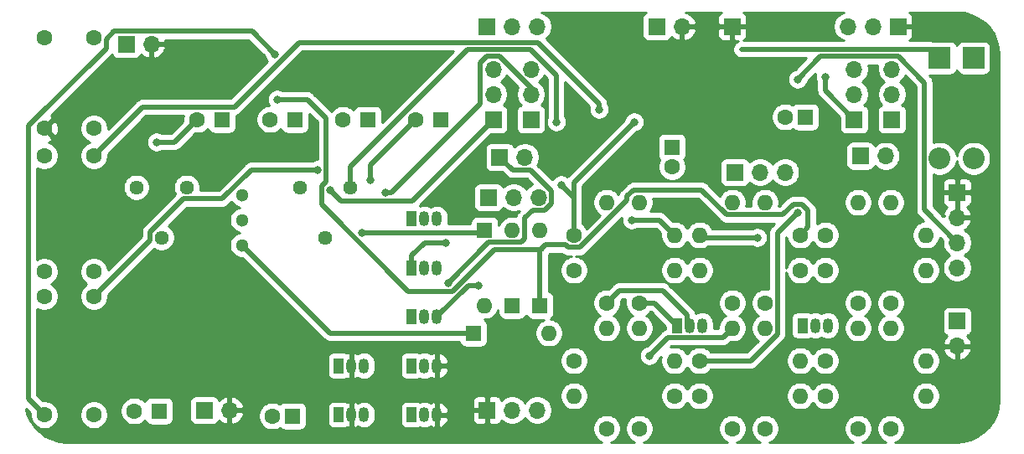
<source format=gbr>
G04 #@! TF.GenerationSoftware,KiCad,Pcbnew,(5.1.7)-1*
G04 #@! TF.CreationDate,2021-07-20T20:01:57-05:00*
G04 #@! TF.ProjectId,GuitarBoard,47756974-6172-4426-9f61-72642e6b6963,rev?*
G04 #@! TF.SameCoordinates,Original*
G04 #@! TF.FileFunction,Copper,L4,Bot*
G04 #@! TF.FilePolarity,Positive*
%FSLAX46Y46*%
G04 Gerber Fmt 4.6, Leading zero omitted, Abs format (unit mm)*
G04 Created by KiCad (PCBNEW (5.1.7)-1) date 2021-07-20 20:01:57*
%MOMM*%
%LPD*%
G01*
G04 APERTURE LIST*
G04 #@! TA.AperFunction,ComponentPad*
%ADD10C,1.440000*%
G04 #@! TD*
G04 #@! TA.AperFunction,ComponentPad*
%ADD11R,1.700000X1.700000*%
G04 #@! TD*
G04 #@! TA.AperFunction,ComponentPad*
%ADD12O,1.700000X1.700000*%
G04 #@! TD*
G04 #@! TA.AperFunction,ComponentPad*
%ADD13C,1.600000*%
G04 #@! TD*
G04 #@! TA.AperFunction,ComponentPad*
%ADD14R,2.200000X2.200000*%
G04 #@! TD*
G04 #@! TA.AperFunction,ComponentPad*
%ADD15O,2.200000X2.200000*%
G04 #@! TD*
G04 #@! TA.AperFunction,ComponentPad*
%ADD16R,1.600000X1.600000*%
G04 #@! TD*
G04 #@! TA.AperFunction,ComponentPad*
%ADD17O,1.600000X1.600000*%
G04 #@! TD*
G04 #@! TA.AperFunction,ComponentPad*
%ADD18O,1.050000X1.500000*%
G04 #@! TD*
G04 #@! TA.AperFunction,ComponentPad*
%ADD19R,1.050000X1.500000*%
G04 #@! TD*
G04 #@! TA.AperFunction,ComponentPad*
%ADD20C,1.300000*%
G04 #@! TD*
G04 #@! TA.AperFunction,ViaPad*
%ADD21C,0.800000*%
G04 #@! TD*
G04 #@! TA.AperFunction,Conductor*
%ADD22C,0.500000*%
G04 #@! TD*
G04 #@! TA.AperFunction,Conductor*
%ADD23C,0.254000*%
G04 #@! TD*
G04 #@! TA.AperFunction,Conductor*
%ADD24C,0.100000*%
G04 #@! TD*
G04 APERTURE END LIST*
D10*
G04 #@! TO.P,RV4,1*
G04 #@! TO.N,Net-(C7-Pad2)*
X69088000Y-93472000D03*
G04 #@! TO.P,RV4,2*
G04 #@! TO.N,FXOutA*
X71628000Y-98552000D03*
G04 #@! TO.P,RV4,3*
G04 #@! TO.N,FXGND*
X74168000Y-93472000D03*
G04 #@! TD*
D11*
G04 #@! TO.P,BT1,1*
G04 #@! TO.N,Net-(BT1-Pad1)*
X152000000Y-107000000D03*
D12*
G04 #@! TO.P,BT1,2*
G04 #@! TO.N,GND*
X152000000Y-109540000D03*
G04 #@! TD*
D13*
G04 #@! TO.P,C1,1*
G04 #@! TO.N,Net-(C1-Pad1)*
X64770000Y-87522000D03*
G04 #@! TO.P,C1,2*
G04 #@! TO.N,GND*
X59770000Y-87522000D03*
G04 #@! TD*
G04 #@! TO.P,C3,2*
G04 #@! TO.N,Net-(C3-Pad2)*
X59770000Y-78340000D03*
G04 #@! TO.P,C3,1*
G04 #@! TO.N,Net-(C3-Pad1)*
X64770000Y-78340000D03*
G04 #@! TD*
G04 #@! TO.P,C7,2*
G04 #@! TO.N,Net-(C7-Pad2)*
X59770000Y-104502000D03*
G04 #@! TO.P,C7,1*
G04 #@! TO.N,Net-(C7-Pad1)*
X64770000Y-104502000D03*
G04 #@! TD*
D14*
G04 #@! TO.P,D1,1*
G04 #@! TO.N,9V*
X153670000Y-80391000D03*
D15*
G04 #@! TO.P,D1,2*
G04 #@! TO.N,Net-(BT1-Pad1)*
X153670000Y-90551000D03*
G04 #@! TD*
D16*
G04 #@! TO.P,D2,1*
G04 #@! TO.N,FXGND*
X107061000Y-105410000D03*
D17*
G04 #@! TO.P,D2,2*
G04 #@! TO.N,Net-(C7-Pad2)*
X107061000Y-97790000D03*
G04 #@! TD*
G04 #@! TO.P,D3,2*
G04 #@! TO.N,FXGND*
X104267000Y-105410000D03*
D16*
G04 #@! TO.P,D3,1*
G04 #@! TO.N,Net-(C7-Pad2)*
X104267000Y-97790000D03*
G04 #@! TD*
D12*
G04 #@! TO.P,J1,2*
G04 #@! TO.N,GND*
X124206000Y-77222000D03*
D11*
G04 #@! TO.P,J1,1*
G04 #@! TO.N,Net-(J1-Pad1)*
X121666000Y-77222000D03*
G04 #@! TD*
G04 #@! TO.P,J2,1*
G04 #@! TO.N,GND*
X104500000Y-116000000D03*
D12*
G04 #@! TO.P,J2,2*
G04 #@! TO.N,FXGND*
X107040000Y-116000000D03*
G04 #@! TO.P,J2,3*
G04 #@! TO.N,Net-(C12-Pad1)*
X109580000Y-116000000D03*
G04 #@! TD*
D11*
G04 #@! TO.P,J3,1*
G04 #@! TO.N,GND*
X129286000Y-77222000D03*
G04 #@! TD*
G04 #@! TO.P,J8,1*
G04 #@! TO.N,Net-(C14-Pad2)*
X75946000Y-116000000D03*
D12*
G04 #@! TO.P,J8,2*
G04 #@! TO.N,GND*
X78486000Y-116000000D03*
G04 #@! TD*
D11*
G04 #@! TO.P,J9,1*
G04 #@! TO.N,GND*
X152000000Y-93980000D03*
D12*
G04 #@! TO.P,J9,2*
X152000000Y-96520000D03*
G04 #@! TO.P,J9,3*
G04 #@! TO.N,Amp*
X152000000Y-99060000D03*
G04 #@! TO.P,J9,4*
G04 #@! TO.N,9V*
X152000000Y-101600000D03*
G04 #@! TD*
D18*
G04 #@! TO.P,Q1,2*
G04 #@! TO.N,Net-(C3-Pad2)*
X98171000Y-96647000D03*
G04 #@! TO.P,Q1,3*
G04 #@! TO.N,Net-(C7-Pad1)*
X99441000Y-96647000D03*
D19*
G04 #@! TO.P,Q1,1*
G04 #@! TO.N,FXGND*
X96901000Y-96647000D03*
G04 #@! TD*
D13*
G04 #@! TO.P,R3,1*
G04 #@! TO.N,Net-(C7-Pad1)*
X123444000Y-114554000D03*
D17*
G04 #@! TO.P,R3,2*
G04 #@! TO.N,Net-(C3-Pad2)*
X113284000Y-114554000D03*
G04 #@! TD*
G04 #@! TO.P,R4,2*
G04 #@! TO.N,9V*
X145288000Y-94996000D03*
D13*
G04 #@! TO.P,R4,1*
G04 #@! TO.N,Net-(C7-Pad1)*
X145288000Y-105156000D03*
G04 #@! TD*
D12*
G04 #@! TO.P,RV1,3*
G04 #@! TO.N,Net-(J1-Pad1)*
X140970000Y-77222000D03*
G04 #@! TO.P,RV1,2*
G04 #@! TO.N,Pickups*
X143510000Y-77222000D03*
D11*
G04 #@! TO.P,RV1,1*
G04 #@! TO.N,GND*
X146050000Y-77222000D03*
G04 #@! TD*
G04 #@! TO.P,RV2,1*
G04 #@! TO.N,Net-(J1-Pad1)*
X104500000Y-77222000D03*
D12*
G04 #@! TO.P,RV2,2*
G04 #@! TO.N,Net-(C1-Pad1)*
X107040000Y-77222000D03*
G04 #@! TO.P,RV2,3*
G04 #@! TO.N,N/C*
X109580000Y-77222000D03*
G04 #@! TD*
D10*
G04 #@! TO.P,RV3,3*
G04 #@! TO.N,FXInA*
X90678000Y-93472000D03*
G04 #@! TO.P,RV3,2*
X88138000Y-98552000D03*
G04 #@! TO.P,RV3,1*
G04 #@! TO.N,Net-(C3-Pad1)*
X85598000Y-93472000D03*
G04 #@! TD*
D12*
G04 #@! TO.P,SW1,2*
G04 #@! TO.N,GND*
X70590000Y-79000000D03*
D11*
G04 #@! TO.P,SW1,1*
G04 #@! TO.N,FXGND*
X68050000Y-79000000D03*
G04 #@! TD*
D12*
G04 #@! TO.P,SW2,3*
G04 #@! TO.N,FXInA*
X141605000Y-81534000D03*
G04 #@! TO.P,SW2,2*
G04 #@! TO.N,Pickups*
X141605000Y-84074000D03*
D11*
G04 #@! TO.P,SW2,1*
G04 #@! TO.N,Net-(SW2-Pad1)*
X141605000Y-86614000D03*
G04 #@! TD*
G04 #@! TO.P,SW3,1*
G04 #@! TO.N,Net-(R12-Pad2)*
X145415000Y-86614000D03*
D12*
G04 #@! TO.P,SW3,2*
G04 #@! TO.N,FXOutA*
X145415000Y-84074000D03*
G04 #@! TO.P,SW3,3*
G04 #@! TO.N,Net-(SW2-Pad1)*
X145415000Y-81534000D03*
G04 #@! TD*
G04 #@! TO.P,SW4,3*
G04 #@! TO.N,FXInB*
X105135000Y-81534000D03*
G04 #@! TO.P,SW4,2*
G04 #@! TO.N,Net-(SW2-Pad1)*
X105135000Y-84074000D03*
D11*
G04 #@! TO.P,SW4,1*
G04 #@! TO.N,Amp*
X105135000Y-86614000D03*
G04 #@! TD*
G04 #@! TO.P,SW5,1*
G04 #@! TO.N,Net-(R14-Pad2)*
X108945000Y-86614000D03*
D12*
G04 #@! TO.P,SW5,2*
G04 #@! TO.N,FXOutB*
X108945000Y-84074000D03*
G04 #@! TO.P,SW5,3*
G04 #@! TO.N,Amp*
X108945000Y-81534000D03*
G04 #@! TD*
D16*
G04 #@! TO.P,C2,1*
G04 #@! TO.N,Net-(C2-Pad1)*
X99822000Y-86614000D03*
D13*
G04 #@! TO.P,C2,2*
G04 #@! TO.N,Net-(C2-Pad2)*
X97322000Y-86614000D03*
G04 #@! TD*
G04 #@! TO.P,C4,2*
G04 #@! TO.N,Net-(C4-Pad2)*
X68874000Y-116078000D03*
D16*
G04 #@! TO.P,C4,1*
G04 #@! TO.N,Net-(C2-Pad2)*
X71374000Y-116078000D03*
G04 #@! TD*
G04 #@! TO.P,C5,1*
G04 #@! TO.N,Net-(C5-Pad1)*
X77724000Y-86614000D03*
D13*
G04 #@! TO.P,C5,2*
G04 #@! TO.N,Net-(C4-Pad2)*
X75224000Y-86614000D03*
G04 #@! TD*
G04 #@! TO.P,C6,2*
G04 #@! TO.N,Net-(C5-Pad1)*
X82590000Y-86614000D03*
D16*
G04 #@! TO.P,C6,1*
G04 #@! TO.N,Freq*
X85090000Y-86614000D03*
G04 #@! TD*
D13*
G04 #@! TO.P,C8,1*
G04 #@! TO.N,Net-(C8-Pad1)*
X64770000Y-90278000D03*
G04 #@! TO.P,C8,2*
G04 #@! TO.N,Freq*
X59770000Y-90278000D03*
G04 #@! TD*
G04 #@! TO.P,C9,2*
G04 #@! TO.N,Net-(C9-Pad2)*
X123190000Y-91408000D03*
D16*
G04 #@! TO.P,C9,1*
G04 #@! TO.N,Net-(C9-Pad1)*
X123190000Y-89408000D03*
G04 #@! TD*
G04 #@! TO.P,C10,1*
G04 #@! TO.N,Net-(C10-Pad1)*
X84836000Y-116586000D03*
D13*
G04 #@! TO.P,C10,2*
G04 #@! TO.N,FXOutB*
X82836000Y-116586000D03*
G04 #@! TD*
D16*
G04 #@! TO.P,C11,1*
G04 #@! TO.N,Net-(C11-Pad1)*
X92456000Y-86614000D03*
D13*
G04 #@! TO.P,C11,2*
G04 #@! TO.N,FXGND*
X89956000Y-86614000D03*
G04 #@! TD*
G04 #@! TO.P,C12,2*
G04 #@! TO.N,Pickups*
X59770000Y-116478000D03*
G04 #@! TO.P,C12,1*
G04 #@! TO.N,Net-(C12-Pad1)*
X64770000Y-116478000D03*
G04 #@! TD*
D16*
G04 #@! TO.P,C13,1*
G04 #@! TO.N,9V*
X136652000Y-86360000D03*
D13*
G04 #@! TO.P,C13,2*
G04 #@! TO.N,FXGND*
X134652000Y-86360000D03*
G04 #@! TD*
G04 #@! TO.P,C14,1*
G04 #@! TO.N,Amp*
X64770000Y-102000000D03*
G04 #@! TO.P,C14,2*
G04 #@! TO.N,Net-(C14-Pad2)*
X59770000Y-102000000D03*
G04 #@! TD*
D17*
G04 #@! TO.P,D5,2*
G04 #@! TO.N,Net-(D5-Pad2)*
X109855000Y-97790000D03*
D16*
G04 #@! TO.P,D5,1*
G04 #@! TO.N,9V*
X109855000Y-105410000D03*
G04 #@! TD*
G04 #@! TO.P,D7,1*
G04 #@! TO.N,Net-(D7-Pad1)*
X103124000Y-108204000D03*
D17*
G04 #@! TO.P,D7,2*
G04 #@! TO.N,Net-(D7-Pad2)*
X110744000Y-108204000D03*
G04 #@! TD*
D14*
G04 #@! TO.P,D9,1*
G04 #@! TO.N,9V*
X150241000Y-80391000D03*
D15*
G04 #@! TO.P,D9,2*
G04 #@! TO.N,FXGND*
X150241000Y-90551000D03*
G04 #@! TD*
D18*
G04 #@! TO.P,Q2,2*
G04 #@! TO.N,Net-(C2-Pad1)*
X137668000Y-107442000D03*
G04 #@! TO.P,Q2,3*
G04 #@! TO.N,9V*
X138938000Y-107442000D03*
D19*
G04 #@! TO.P,Q2,1*
G04 #@! TO.N,Net-(Q2-Pad1)*
X136398000Y-107442000D03*
G04 #@! TD*
G04 #@! TO.P,Q3,1*
G04 #@! TO.N,N/C*
X89535000Y-116459000D03*
D18*
G04 #@! TO.P,Q3,3*
G04 #@! TO.N,Net-(D5-Pad2)*
X92075000Y-116459000D03*
G04 #@! TO.P,Q3,2*
G04 #@! TO.N,GND*
X90805000Y-116459000D03*
G04 #@! TD*
G04 #@! TO.P,Q4,2*
G04 #@! TO.N,Net-(D5-Pad2)*
X98171000Y-116459000D03*
G04 #@! TO.P,Q4,3*
G04 #@! TO.N,GND*
X99441000Y-116459000D03*
D19*
G04 #@! TO.P,Q4,1*
G04 #@! TO.N,Net-(D6-Pad1)*
X96901000Y-116459000D03*
G04 #@! TD*
G04 #@! TO.P,Q5,1*
G04 #@! TO.N,N/C*
X89535000Y-111506000D03*
D18*
G04 #@! TO.P,Q5,3*
G04 #@! TO.N,Net-(D7-Pad2)*
X92075000Y-111506000D03*
G04 #@! TO.P,Q5,2*
G04 #@! TO.N,GND*
X90805000Y-111506000D03*
G04 #@! TD*
G04 #@! TO.P,Q6,2*
G04 #@! TO.N,Net-(D7-Pad2)*
X98171000Y-111506000D03*
G04 #@! TO.P,Q6,3*
G04 #@! TO.N,GND*
X99441000Y-111506000D03*
D19*
G04 #@! TO.P,Q6,1*
G04 #@! TO.N,Net-(D8-Pad1)*
X96901000Y-111506000D03*
G04 #@! TD*
G04 #@! TO.P,Q7,1*
G04 #@! TO.N,FXGND*
X96901000Y-106553000D03*
D18*
G04 #@! TO.P,Q7,3*
G04 #@! TO.N,Freq*
X99441000Y-106553000D03*
G04 #@! TO.P,Q7,2*
G04 #@! TO.N,Net-(Q2-Pad1)*
X98171000Y-106553000D03*
G04 #@! TD*
D19*
G04 #@! TO.P,Q8,1*
G04 #@! TO.N,FXGND*
X123698000Y-107442000D03*
D18*
G04 #@! TO.P,Q8,3*
G04 #@! TO.N,Net-(C9-Pad2)*
X126238000Y-107442000D03*
G04 #@! TO.P,Q8,2*
G04 #@! TO.N,Net-(C8-Pad1)*
X124968000Y-107442000D03*
G04 #@! TD*
G04 #@! TO.P,Q9,2*
G04 #@! TO.N,Net-(C9-Pad1)*
X98171000Y-101600000D03*
G04 #@! TO.P,Q9,3*
G04 #@! TO.N,Net-(C10-Pad1)*
X99441000Y-101600000D03*
D19*
G04 #@! TO.P,Q9,1*
G04 #@! TO.N,Net-(Q9-Pad1)*
X96901000Y-101600000D03*
G04 #@! TD*
D13*
G04 #@! TO.P,R1,1*
G04 #@! TO.N,Net-(Q2-Pad1)*
X136144000Y-101854000D03*
D17*
G04 #@! TO.P,R1,2*
G04 #@! TO.N,FXGND*
X125984000Y-101854000D03*
G04 #@! TD*
G04 #@! TO.P,R2,2*
G04 #@! TO.N,Net-(C2-Pad2)*
X119888000Y-94996000D03*
D13*
G04 #@! TO.P,R2,1*
G04 #@! TO.N,FXGND*
X119888000Y-105156000D03*
G04 #@! TD*
D17*
G04 #@! TO.P,R5,2*
G04 #@! TO.N,Net-(C4-Pad2)*
X132588000Y-107696000D03*
D13*
G04 #@! TO.P,R5,1*
G04 #@! TO.N,FXGND*
X132588000Y-117856000D03*
G04 #@! TD*
D17*
G04 #@! TO.P,R6,2*
G04 #@! TO.N,Freq*
X125984000Y-98298000D03*
D13*
G04 #@! TO.P,R6,1*
G04 #@! TO.N,9V*
X136144000Y-98298000D03*
G04 #@! TD*
G04 #@! TO.P,R7,1*
G04 #@! TO.N,Freq*
X138684000Y-114554000D03*
D17*
G04 #@! TO.P,R7,2*
G04 #@! TO.N,Net-(R7-Pad2)*
X148844000Y-114554000D03*
G04 #@! TD*
D13*
G04 #@! TO.P,R8,1*
G04 #@! TO.N,FXGND*
X119888000Y-117856000D03*
D17*
G04 #@! TO.P,R8,2*
G04 #@! TO.N,Net-(C4-Pad2)*
X119888000Y-107696000D03*
G04 #@! TD*
G04 #@! TO.P,R9,2*
G04 #@! TO.N,Net-(C5-Pad1)*
X141986000Y-107696000D03*
D13*
G04 #@! TO.P,R9,1*
G04 #@! TO.N,FXGND*
X141986000Y-117856000D03*
G04 #@! TD*
G04 #@! TO.P,R11,1*
G04 #@! TO.N,Net-(C8-Pad1)*
X116586000Y-105156000D03*
D17*
G04 #@! TO.P,R11,2*
G04 #@! TO.N,Net-(C5-Pad1)*
X116586000Y-94996000D03*
G04 #@! TD*
D13*
G04 #@! TO.P,R12,1*
G04 #@! TO.N,Net-(D5-Pad2)*
X132588000Y-105156000D03*
D17*
G04 #@! TO.P,R12,2*
G04 #@! TO.N,Net-(R12-Pad2)*
X132588000Y-94996000D03*
G04 #@! TD*
D13*
G04 #@! TO.P,R13,1*
G04 #@! TO.N,Net-(D6-Pad2)*
X141986000Y-105156000D03*
D17*
G04 #@! TO.P,R13,2*
G04 #@! TO.N,9V*
X141986000Y-94996000D03*
G04 #@! TD*
G04 #@! TO.P,R14,2*
G04 #@! TO.N,Net-(R14-Pad2)*
X129286000Y-94996000D03*
D13*
G04 #@! TO.P,R14,1*
G04 #@! TO.N,Net-(D7-Pad2)*
X129286000Y-105156000D03*
G04 #@! TD*
D17*
G04 #@! TO.P,R15,2*
G04 #@! TO.N,Net-(D7-Pad1)*
X129286000Y-107696000D03*
D13*
G04 #@! TO.P,R15,1*
G04 #@! TO.N,Net-(D8-Pad2)*
X129286000Y-117856000D03*
G04 #@! TD*
G04 #@! TO.P,R16,1*
G04 #@! TO.N,FXGND*
X113284000Y-98298000D03*
D17*
G04 #@! TO.P,R16,2*
G04 #@! TO.N,FXInB*
X123444000Y-98298000D03*
G04 #@! TD*
D13*
G04 #@! TO.P,R17,1*
G04 #@! TO.N,Net-(C8-Pad1)*
X138684000Y-101854000D03*
D17*
G04 #@! TO.P,R17,2*
G04 #@! TO.N,9V*
X148844000Y-101854000D03*
G04 #@! TD*
D13*
G04 #@! TO.P,R18,1*
G04 #@! TO.N,FXGND*
X113284000Y-110998000D03*
D17*
G04 #@! TO.P,R18,2*
G04 #@! TO.N,Net-(R18-Pad2)*
X123444000Y-110998000D03*
G04 #@! TD*
G04 #@! TO.P,R19,2*
G04 #@! TO.N,Net-(C9-Pad2)*
X136144000Y-114554000D03*
D13*
G04 #@! TO.P,R19,1*
G04 #@! TO.N,FXInB*
X125984000Y-114554000D03*
G04 #@! TD*
G04 #@! TO.P,R20,1*
G04 #@! TO.N,Net-(C9-Pad2)*
X145288000Y-117856000D03*
D17*
G04 #@! TO.P,R20,2*
G04 #@! TO.N,FXGND*
X145288000Y-107696000D03*
G04 #@! TD*
G04 #@! TO.P,R21,2*
G04 #@! TO.N,Net-(C10-Pad1)*
X116586000Y-107696000D03*
D13*
G04 #@! TO.P,R21,1*
G04 #@! TO.N,Net-(C9-Pad1)*
X116586000Y-117856000D03*
G04 #@! TD*
D17*
G04 #@! TO.P,R22,2*
G04 #@! TO.N,9V*
X148844000Y-98298000D03*
D13*
G04 #@! TO.P,R22,1*
G04 #@! TO.N,Net-(C11-Pad1)*
X138684000Y-98298000D03*
G04 #@! TD*
G04 #@! TO.P,R23,1*
G04 #@! TO.N,Net-(C10-Pad1)*
X138684000Y-110998000D03*
D17*
G04 #@! TO.P,R23,2*
G04 #@! TO.N,Net-(C11-Pad1)*
X148844000Y-110998000D03*
G04 #@! TD*
G04 #@! TO.P,R24,2*
G04 #@! TO.N,FXGND*
X123444000Y-101854000D03*
D13*
G04 #@! TO.P,R24,1*
G04 #@! TO.N,Net-(Q9-Pad1)*
X113284000Y-101854000D03*
G04 #@! TD*
D17*
G04 #@! TO.P,R25,2*
G04 #@! TO.N,FXGND*
X136144000Y-110998000D03*
D13*
G04 #@! TO.P,R25,1*
G04 #@! TO.N,FXOutB*
X125984000Y-110998000D03*
G04 #@! TD*
D12*
G04 #@! TO.P,RV5,3*
G04 #@! TO.N,Net-(C2-Pad1)*
X109728000Y-94488000D03*
G04 #@! TO.P,RV5,2*
X107188000Y-94488000D03*
D11*
G04 #@! TO.P,RV5,1*
G04 #@! TO.N,Net-(R7-Pad2)*
X104648000Y-94488000D03*
G04 #@! TD*
G04 #@! TO.P,RV6,1*
G04 #@! TO.N,Net-(R18-Pad2)*
X129540000Y-91948000D03*
D12*
G04 #@! TO.P,RV6,2*
X132080000Y-91948000D03*
G04 #@! TO.P,RV6,3*
G04 #@! TO.N,Net-(C8-Pad1)*
X134620000Y-91948000D03*
G04 #@! TD*
D11*
G04 #@! TO.P,D6,1*
G04 #@! TO.N,Net-(D6-Pad1)*
X142240000Y-90297000D03*
D12*
G04 #@! TO.P,D6,2*
G04 #@! TO.N,Net-(D6-Pad2)*
X144780000Y-90297000D03*
G04 #@! TD*
G04 #@! TO.P,D8,2*
G04 #@! TO.N,Net-(D8-Pad2)*
X108331000Y-90424000D03*
D11*
G04 #@! TO.P,D8,1*
G04 #@! TO.N,Net-(D8-Pad1)*
X105791000Y-90424000D03*
G04 #@! TD*
D20*
G04 #@! TO.P,SW6,1*
G04 #@! TO.N,Freq*
X79756000Y-96774000D03*
G04 #@! TO.P,SW6,2*
G04 #@! TO.N,Net-(D7-Pad1)*
X79756000Y-99314000D03*
G04 #@! TO.P,SW6,3*
G04 #@! TO.N,9V*
X79756000Y-94234000D03*
G04 #@! TD*
D21*
G04 #@! TO.N,Net-(C2-Pad2)*
X92710000Y-92710000D03*
G04 #@! TO.N,Net-(C7-Pad2)*
X91860000Y-98044000D03*
G04 #@! TO.N,Net-(C7-Pad1)*
X87376000Y-91694000D03*
G04 #@! TO.N,Net-(C8-Pad1)*
X115824000Y-85598000D03*
G04 #@! TO.N,FXGND*
X119380000Y-86868000D03*
X112014000Y-93218000D03*
G04 #@! TO.N,9V*
X83312000Y-84582000D03*
G04 #@! TO.N,Pickups*
X83058000Y-80010000D03*
G04 #@! TO.N,Amp*
X135890000Y-82550000D03*
X88646000Y-93726000D03*
G04 #@! TO.N,FXInA*
X111506000Y-86868000D03*
G04 #@! TO.N,FXOutB*
X94234000Y-93980000D03*
X135890000Y-96012000D03*
G04 #@! TO.N,FXInB*
X119126000Y-96774000D03*
G04 #@! TO.N,Net-(SW2-Pad1)*
X138684000Y-82296000D03*
G04 #@! TO.N,Net-(C4-Pad2)*
X71120000Y-88900000D03*
G04 #@! TO.N,Freq*
X131826000Y-98552000D03*
X103632000Y-103378000D03*
G04 #@! TO.N,Net-(D7-Pad1)*
X120904000Y-110490000D03*
G04 #@! TO.N,Net-(D8-Pad1)*
X100584000Y-103124000D03*
G04 #@! TO.N,Net-(Q9-Pad1)*
X100330000Y-99060000D03*
G04 #@! TD*
D22*
G04 #@! TO.N,Net-(C2-Pad2)*
X92710000Y-91226000D02*
X97322000Y-86614000D01*
X92710000Y-92710000D02*
X92710000Y-91226000D01*
G04 #@! TO.N,Net-(C7-Pad2)*
X104013000Y-98044000D02*
X104267000Y-97790000D01*
X91860000Y-98044000D02*
X104013000Y-98044000D01*
G04 #@! TO.N,Net-(C7-Pad1)*
X80667998Y-91694000D02*
X87376000Y-91694000D01*
X73806397Y-94642001D02*
X77719997Y-94642001D01*
X70457999Y-97990399D02*
X73806397Y-94642001D01*
X77719997Y-94642001D02*
X80667998Y-91694000D01*
X70457999Y-98814001D02*
X70457999Y-97990399D01*
X64770000Y-104502000D02*
X70457999Y-98814001D01*
G04 #@! TO.N,Net-(C8-Pad1)*
X69684001Y-85363999D02*
X64770000Y-90278000D01*
X78962003Y-85363999D02*
X69684001Y-85363999D01*
X109625664Y-78833979D02*
X85492023Y-78833979D01*
X85492023Y-78833979D02*
X78962003Y-85363999D01*
X115824000Y-85032315D02*
X109625664Y-78833979D01*
X115824000Y-85598000D02*
X115824000Y-85032315D01*
X124714000Y-107188000D02*
X124968000Y-107442000D01*
X124714000Y-106372998D02*
X124714000Y-107188000D01*
X122247001Y-103905999D02*
X124714000Y-106372998D01*
X117836001Y-103905999D02*
X122247001Y-103905999D01*
X116586000Y-105156000D02*
X117836001Y-103905999D01*
G04 #@! TO.N,FXGND*
X121412000Y-105156000D02*
X123698000Y-107442000D01*
X119888000Y-105156000D02*
X121412000Y-105156000D01*
X113284000Y-92964000D02*
X119380000Y-86868000D01*
X113284000Y-94488000D02*
X113284000Y-94996000D01*
X112014000Y-93218000D02*
X113284000Y-94488000D01*
X113284000Y-94996000D02*
X113284000Y-92964000D01*
X113284000Y-98298000D02*
X113284000Y-94996000D01*
G04 #@! TO.N,9V*
X130198009Y-79533989D02*
X149383989Y-79533989D01*
X105225991Y-99740011D02*
X109991987Y-99740011D01*
X96531999Y-103974001D02*
X100992001Y-103974001D01*
X87795999Y-93317999D02*
X87795999Y-95238001D01*
X100992001Y-103974001D02*
X105225991Y-99740011D01*
X87795999Y-95238001D02*
X96531999Y-103974001D01*
X88237999Y-92875999D02*
X87795999Y-93317999D01*
X149383989Y-79533989D02*
X150241000Y-80391000D01*
X88237999Y-86481999D02*
X88237999Y-92875999D01*
X86338000Y-84582000D02*
X88237999Y-86481999D01*
X83312000Y-84582000D02*
X86338000Y-84582000D01*
X109855000Y-99876998D02*
X110453999Y-99277999D01*
X109855000Y-105410000D02*
X109855000Y-99876998D01*
X109991987Y-99740011D02*
X110453999Y-99277999D01*
X136943999Y-97498001D02*
X136144000Y-98298000D01*
X136943999Y-95807997D02*
X136943999Y-97498001D01*
X136298001Y-95161999D02*
X136943999Y-95807997D01*
X135481999Y-95161999D02*
X136298001Y-95161999D01*
X134397997Y-96246001D02*
X135481999Y-95161999D01*
X119287999Y-93745999D02*
X126185997Y-93745999D01*
X118637999Y-94395999D02*
X119287999Y-93745999D01*
X118637999Y-94794003D02*
X118637999Y-94395999D01*
X128685999Y-96246001D02*
X134397997Y-96246001D01*
X113884001Y-99548001D02*
X118637999Y-94794003D01*
X126185997Y-93745999D02*
X128685999Y-96246001D01*
X112683999Y-99548001D02*
X113884001Y-99548001D01*
X112413997Y-99277999D02*
X112683999Y-99548001D01*
X110453999Y-99277999D02*
X112413997Y-99277999D01*
G04 #@! TO.N,Pickups*
X66839999Y-77699999D02*
X66020001Y-78519997D01*
X66020001Y-78519997D02*
X66020001Y-79421997D01*
X80747999Y-77699999D02*
X66839999Y-77699999D01*
X66020001Y-79421997D02*
X58166000Y-87275998D01*
X83058000Y-80010000D02*
X80747999Y-77699999D01*
X58166000Y-114874000D02*
X59770000Y-116478000D01*
X58166000Y-87275998D02*
X58166000Y-114874000D01*
G04 #@! TO.N,Amp*
X148690999Y-95750999D02*
X152000000Y-99060000D01*
X148690999Y-82885997D02*
X148690999Y-95750999D01*
X146039001Y-80233999D02*
X148690999Y-82885997D01*
X138206001Y-80233999D02*
X146039001Y-80233999D01*
X135890000Y-82550000D02*
X138206001Y-80233999D01*
X96918999Y-94830001D02*
X105135000Y-86614000D01*
X89750001Y-94830001D02*
X96918999Y-94830001D01*
X88646000Y-93726000D02*
X89750001Y-94830001D01*
G04 #@! TO.N,FXInA*
X90678000Y-91407998D02*
X90678000Y-93472000D01*
X102552009Y-79533989D02*
X90678000Y-91407998D01*
X108868991Y-79533989D02*
X102552009Y-79533989D01*
X111506000Y-82170998D02*
X108868991Y-79533989D01*
X111506000Y-86868000D02*
X111506000Y-82170998D01*
G04 #@! TO.N,FXOutB*
X105759001Y-80233999D02*
X108945000Y-83419998D01*
X108945000Y-83419998D02*
X108945000Y-84074000D01*
X104510999Y-80233999D02*
X105759001Y-80233999D01*
X103834999Y-80909999D02*
X104510999Y-80233999D01*
X103834999Y-85011003D02*
X103834999Y-80909999D01*
X94866002Y-93980000D02*
X103834999Y-85011003D01*
X94234000Y-93980000D02*
X94866002Y-93980000D01*
X131136002Y-110998000D02*
X125984000Y-110998000D01*
X133838001Y-108296001D02*
X131136002Y-110998000D01*
X133838001Y-98063999D02*
X133838001Y-108296001D01*
X135890000Y-96012000D02*
X133838001Y-98063999D01*
G04 #@! TO.N,FXInB*
X121920000Y-96774000D02*
X123444000Y-98298000D01*
X119126000Y-96774000D02*
X121920000Y-96774000D01*
G04 #@! TO.N,Net-(SW2-Pad1)*
X138684000Y-83693000D02*
X141605000Y-86614000D01*
X138684000Y-82296000D02*
X138684000Y-83693000D01*
G04 #@! TO.N,Net-(C4-Pad2)*
X72938000Y-88900000D02*
X75224000Y-86614000D01*
X71120000Y-88900000D02*
X72938000Y-88900000D01*
G04 #@! TO.N,Freq*
X126238000Y-98552000D02*
X125984000Y-98298000D01*
X131826000Y-98552000D02*
X126238000Y-98552000D01*
X102616000Y-103378000D02*
X99441000Y-106553000D01*
X103632000Y-103378000D02*
X102616000Y-103378000D01*
G04 #@! TO.N,Net-(D7-Pad1)*
X128339990Y-108642010D02*
X129286000Y-107696000D01*
X122751990Y-108642010D02*
X128339990Y-108642010D01*
X120904000Y-110490000D02*
X122751990Y-108642010D01*
X88646000Y-108204000D02*
X79756000Y-99314000D01*
X103124000Y-108204000D02*
X88646000Y-108204000D01*
G04 #@! TO.N,Net-(D8-Pad1)*
X108888003Y-91724001D02*
X107091001Y-91724001D01*
X111028001Y-93863999D02*
X108888003Y-91724001D01*
X111028001Y-95112001D02*
X111028001Y-93863999D01*
X110352001Y-95788001D02*
X111028001Y-95112001D01*
X109103999Y-95788001D02*
X110352001Y-95788001D01*
X108311001Y-96580999D02*
X109103999Y-95788001D01*
X108311001Y-98683999D02*
X108311001Y-96580999D01*
X107091001Y-91724001D02*
X105791000Y-90424000D01*
X107954999Y-99040001D02*
X108311001Y-98683999D01*
X104667999Y-99040001D02*
X107954999Y-99040001D01*
X100584000Y-103124000D02*
X104667999Y-99040001D01*
G04 #@! TO.N,Net-(Q9-Pad1)*
X96901000Y-100350000D02*
X96901000Y-101600000D01*
X98191000Y-99060000D02*
X96901000Y-100350000D01*
X100330000Y-99060000D02*
X98191000Y-99060000D01*
G04 #@! TD*
D23*
G04 #@! TO.N,GND*
X120461506Y-75841463D02*
X120364815Y-75920815D01*
X120285463Y-76017506D01*
X120226498Y-76127820D01*
X120190188Y-76247518D01*
X120177928Y-76372000D01*
X120177928Y-78072000D01*
X120190188Y-78196482D01*
X120226498Y-78316180D01*
X120285463Y-78426494D01*
X120364815Y-78523185D01*
X120461506Y-78602537D01*
X120571820Y-78661502D01*
X120691518Y-78697812D01*
X120816000Y-78710072D01*
X122516000Y-78710072D01*
X122640482Y-78697812D01*
X122760180Y-78661502D01*
X122870494Y-78602537D01*
X122967185Y-78523185D01*
X123046537Y-78426494D01*
X123105502Y-78316180D01*
X123129966Y-78235534D01*
X123205731Y-78319588D01*
X123439080Y-78493641D01*
X123701901Y-78618825D01*
X123849110Y-78663476D01*
X124079000Y-78542155D01*
X124079000Y-77349000D01*
X124333000Y-77349000D01*
X124333000Y-78542155D01*
X124562890Y-78663476D01*
X124710099Y-78618825D01*
X124972920Y-78493641D01*
X125206269Y-78319588D01*
X125401178Y-78103355D01*
X125419855Y-78072000D01*
X127797928Y-78072000D01*
X127810188Y-78196482D01*
X127846498Y-78316180D01*
X127905463Y-78426494D01*
X127984815Y-78523185D01*
X128081506Y-78602537D01*
X128191820Y-78661502D01*
X128311518Y-78697812D01*
X128436000Y-78710072D01*
X129000250Y-78707000D01*
X129159000Y-78548250D01*
X129159000Y-77349000D01*
X127959750Y-77349000D01*
X127801000Y-77507750D01*
X127797928Y-78072000D01*
X125419855Y-78072000D01*
X125550157Y-77853252D01*
X125647481Y-77578891D01*
X125526814Y-77349000D01*
X124333000Y-77349000D01*
X124079000Y-77349000D01*
X124059000Y-77349000D01*
X124059000Y-77095000D01*
X124079000Y-77095000D01*
X124079000Y-77075000D01*
X124333000Y-77075000D01*
X124333000Y-77095000D01*
X125526814Y-77095000D01*
X125647481Y-76865109D01*
X125550157Y-76590748D01*
X125401178Y-76340645D01*
X125206269Y-76124412D01*
X124972920Y-75950359D01*
X124710099Y-75825175D01*
X124577647Y-75785000D01*
X128187139Y-75785000D01*
X128081506Y-75841463D01*
X127984815Y-75920815D01*
X127905463Y-76017506D01*
X127846498Y-76127820D01*
X127810188Y-76247518D01*
X127797928Y-76372000D01*
X127801000Y-76936250D01*
X127959750Y-77095000D01*
X129159000Y-77095000D01*
X129159000Y-77075000D01*
X129413000Y-77075000D01*
X129413000Y-77095000D01*
X130612250Y-77095000D01*
X130771000Y-76936250D01*
X130774072Y-76372000D01*
X130761812Y-76247518D01*
X130725502Y-76127820D01*
X130666537Y-76017506D01*
X130587185Y-75920815D01*
X130490494Y-75841463D01*
X130384861Y-75785000D01*
X140582430Y-75785000D01*
X140536842Y-75794068D01*
X140266589Y-75906010D01*
X140023368Y-76068525D01*
X139816525Y-76275368D01*
X139654010Y-76518589D01*
X139542068Y-76788842D01*
X139485000Y-77075740D01*
X139485000Y-77368260D01*
X139542068Y-77655158D01*
X139654010Y-77925411D01*
X139816525Y-78168632D01*
X140023368Y-78375475D01*
X140266589Y-78537990D01*
X140534565Y-78648989D01*
X130403590Y-78648989D01*
X130490494Y-78602537D01*
X130587185Y-78523185D01*
X130666537Y-78426494D01*
X130725502Y-78316180D01*
X130761812Y-78196482D01*
X130774072Y-78072000D01*
X130771000Y-77507750D01*
X130612250Y-77349000D01*
X129413000Y-77349000D01*
X129413000Y-78548250D01*
X129571750Y-78707000D01*
X129870142Y-78708625D01*
X129857696Y-78712400D01*
X129703950Y-78794578D01*
X129569192Y-78905172D01*
X129458598Y-79039930D01*
X129376420Y-79193676D01*
X129325814Y-79360499D01*
X129308727Y-79533989D01*
X129325814Y-79707479D01*
X129376420Y-79874302D01*
X129458598Y-80028048D01*
X129569192Y-80162806D01*
X129703950Y-80273400D01*
X129857696Y-80355578D01*
X130024519Y-80406184D01*
X130154532Y-80418989D01*
X136769432Y-80418989D01*
X135644957Y-81543465D01*
X135588102Y-81554774D01*
X135399744Y-81632795D01*
X135230226Y-81746063D01*
X135086063Y-81890226D01*
X134972795Y-82059744D01*
X134894774Y-82248102D01*
X134855000Y-82448061D01*
X134855000Y-82651939D01*
X134894774Y-82851898D01*
X134972795Y-83040256D01*
X135086063Y-83209774D01*
X135230226Y-83353937D01*
X135399744Y-83467205D01*
X135588102Y-83545226D01*
X135788061Y-83585000D01*
X135991939Y-83585000D01*
X136191898Y-83545226D01*
X136380256Y-83467205D01*
X136549774Y-83353937D01*
X136693937Y-83209774D01*
X136807205Y-83040256D01*
X136885226Y-82851898D01*
X136896535Y-82795043D01*
X137686613Y-82004965D01*
X137649000Y-82194061D01*
X137649000Y-82397939D01*
X137688774Y-82597898D01*
X137766795Y-82786256D01*
X137799000Y-82834455D01*
X137799001Y-83649521D01*
X137794719Y-83693000D01*
X137811805Y-83866490D01*
X137862412Y-84033313D01*
X137944590Y-84187059D01*
X138027468Y-84288046D01*
X138027471Y-84288049D01*
X138055184Y-84321817D01*
X138088951Y-84349529D01*
X140116928Y-86377507D01*
X140116928Y-87464000D01*
X140129188Y-87588482D01*
X140165498Y-87708180D01*
X140224463Y-87818494D01*
X140303815Y-87915185D01*
X140400506Y-87994537D01*
X140510820Y-88053502D01*
X140630518Y-88089812D01*
X140755000Y-88102072D01*
X142455000Y-88102072D01*
X142579482Y-88089812D01*
X142699180Y-88053502D01*
X142809494Y-87994537D01*
X142906185Y-87915185D01*
X142985537Y-87818494D01*
X143044502Y-87708180D01*
X143080812Y-87588482D01*
X143093072Y-87464000D01*
X143093072Y-85764000D01*
X143080812Y-85639518D01*
X143044502Y-85519820D01*
X142985537Y-85409506D01*
X142906185Y-85312815D01*
X142809494Y-85233463D01*
X142699180Y-85174498D01*
X142626620Y-85152487D01*
X142758475Y-85020632D01*
X142920990Y-84777411D01*
X143032932Y-84507158D01*
X143090000Y-84220260D01*
X143090000Y-83927740D01*
X143032932Y-83640842D01*
X142920990Y-83370589D01*
X142758475Y-83127368D01*
X142551632Y-82920525D01*
X142377240Y-82804000D01*
X142551632Y-82687475D01*
X142758475Y-82480632D01*
X142920990Y-82237411D01*
X143032932Y-81967158D01*
X143090000Y-81680260D01*
X143090000Y-81387740D01*
X143036544Y-81118999D01*
X143983456Y-81118999D01*
X143930000Y-81387740D01*
X143930000Y-81680260D01*
X143987068Y-81967158D01*
X144099010Y-82237411D01*
X144261525Y-82480632D01*
X144468368Y-82687475D01*
X144642760Y-82804000D01*
X144468368Y-82920525D01*
X144261525Y-83127368D01*
X144099010Y-83370589D01*
X143987068Y-83640842D01*
X143930000Y-83927740D01*
X143930000Y-84220260D01*
X143987068Y-84507158D01*
X144099010Y-84777411D01*
X144261525Y-85020632D01*
X144393380Y-85152487D01*
X144320820Y-85174498D01*
X144210506Y-85233463D01*
X144113815Y-85312815D01*
X144034463Y-85409506D01*
X143975498Y-85519820D01*
X143939188Y-85639518D01*
X143926928Y-85764000D01*
X143926928Y-87464000D01*
X143939188Y-87588482D01*
X143975498Y-87708180D01*
X144034463Y-87818494D01*
X144113815Y-87915185D01*
X144210506Y-87994537D01*
X144320820Y-88053502D01*
X144440518Y-88089812D01*
X144565000Y-88102072D01*
X146265000Y-88102072D01*
X146389482Y-88089812D01*
X146509180Y-88053502D01*
X146619494Y-87994537D01*
X146716185Y-87915185D01*
X146795537Y-87818494D01*
X146854502Y-87708180D01*
X146890812Y-87588482D01*
X146903072Y-87464000D01*
X146903072Y-85764000D01*
X146890812Y-85639518D01*
X146854502Y-85519820D01*
X146795537Y-85409506D01*
X146716185Y-85312815D01*
X146619494Y-85233463D01*
X146509180Y-85174498D01*
X146436620Y-85152487D01*
X146568475Y-85020632D01*
X146730990Y-84777411D01*
X146842932Y-84507158D01*
X146900000Y-84220260D01*
X146900000Y-83927740D01*
X146842932Y-83640842D01*
X146730990Y-83370589D01*
X146568475Y-83127368D01*
X146361632Y-82920525D01*
X146187240Y-82804000D01*
X146361632Y-82687475D01*
X146568475Y-82480632D01*
X146730990Y-82237411D01*
X146748518Y-82195094D01*
X147805999Y-83252576D01*
X147806000Y-95707520D01*
X147801718Y-95750999D01*
X147818804Y-95924489D01*
X147869411Y-96091312D01*
X147951589Y-96245058D01*
X148034467Y-96346045D01*
X148034470Y-96346048D01*
X148062183Y-96379816D01*
X148095950Y-96407528D01*
X148576515Y-96888093D01*
X148425426Y-96918147D01*
X148164273Y-97026320D01*
X147929241Y-97183363D01*
X147729363Y-97383241D01*
X147572320Y-97618273D01*
X147464147Y-97879426D01*
X147409000Y-98156665D01*
X147409000Y-98439335D01*
X147464147Y-98716574D01*
X147572320Y-98977727D01*
X147729363Y-99212759D01*
X147929241Y-99412637D01*
X148164273Y-99569680D01*
X148425426Y-99677853D01*
X148702665Y-99733000D01*
X148985335Y-99733000D01*
X149262574Y-99677853D01*
X149523727Y-99569680D01*
X149758759Y-99412637D01*
X149958637Y-99212759D01*
X150115680Y-98977727D01*
X150223853Y-98716574D01*
X150253907Y-98565485D01*
X150529461Y-98841040D01*
X150515000Y-98913740D01*
X150515000Y-99206260D01*
X150572068Y-99493158D01*
X150684010Y-99763411D01*
X150846525Y-100006632D01*
X151053368Y-100213475D01*
X151227760Y-100330000D01*
X151053368Y-100446525D01*
X150846525Y-100653368D01*
X150684010Y-100896589D01*
X150572068Y-101166842D01*
X150515000Y-101453740D01*
X150515000Y-101746260D01*
X150572068Y-102033158D01*
X150684010Y-102303411D01*
X150846525Y-102546632D01*
X151053368Y-102753475D01*
X151296589Y-102915990D01*
X151566842Y-103027932D01*
X151853740Y-103085000D01*
X152146260Y-103085000D01*
X152433158Y-103027932D01*
X152703411Y-102915990D01*
X152946632Y-102753475D01*
X153153475Y-102546632D01*
X153315990Y-102303411D01*
X153427932Y-102033158D01*
X153485000Y-101746260D01*
X153485000Y-101453740D01*
X153427932Y-101166842D01*
X153315990Y-100896589D01*
X153153475Y-100653368D01*
X152946632Y-100446525D01*
X152772240Y-100330000D01*
X152946632Y-100213475D01*
X153153475Y-100006632D01*
X153315990Y-99763411D01*
X153427932Y-99493158D01*
X153485000Y-99206260D01*
X153485000Y-98913740D01*
X153427932Y-98626842D01*
X153315990Y-98356589D01*
X153153475Y-98113368D01*
X152946632Y-97906525D01*
X152764466Y-97784805D01*
X152881355Y-97715178D01*
X153097588Y-97520269D01*
X153271641Y-97286920D01*
X153396825Y-97024099D01*
X153441476Y-96876890D01*
X153320155Y-96647000D01*
X152127000Y-96647000D01*
X152127000Y-96667000D01*
X151873000Y-96667000D01*
X151873000Y-96647000D01*
X151853000Y-96647000D01*
X151853000Y-96393000D01*
X151873000Y-96393000D01*
X151873000Y-94107000D01*
X152127000Y-94107000D01*
X152127000Y-96393000D01*
X153320155Y-96393000D01*
X153441476Y-96163110D01*
X153396825Y-96015901D01*
X153271641Y-95753080D01*
X153097588Y-95519731D01*
X153013534Y-95443966D01*
X153094180Y-95419502D01*
X153204494Y-95360537D01*
X153301185Y-95281185D01*
X153380537Y-95184494D01*
X153439502Y-95074180D01*
X153475812Y-94954482D01*
X153488072Y-94830000D01*
X153485000Y-94265750D01*
X153326250Y-94107000D01*
X152127000Y-94107000D01*
X151873000Y-94107000D01*
X150673750Y-94107000D01*
X150515000Y-94265750D01*
X150511928Y-94830000D01*
X150524188Y-94954482D01*
X150560498Y-95074180D01*
X150619463Y-95184494D01*
X150698815Y-95281185D01*
X150795506Y-95360537D01*
X150905820Y-95419502D01*
X150986466Y-95443966D01*
X150902412Y-95519731D01*
X150728359Y-95753080D01*
X150603175Y-96015901D01*
X150558524Y-96163110D01*
X150679844Y-96392998D01*
X150584576Y-96392998D01*
X149575999Y-95384421D01*
X149575999Y-93130000D01*
X150511928Y-93130000D01*
X150515000Y-93694250D01*
X150673750Y-93853000D01*
X151873000Y-93853000D01*
X151873000Y-92653750D01*
X152127000Y-92653750D01*
X152127000Y-93853000D01*
X153326250Y-93853000D01*
X153485000Y-93694250D01*
X153488072Y-93130000D01*
X153475812Y-93005518D01*
X153439502Y-92885820D01*
X153380537Y-92775506D01*
X153301185Y-92678815D01*
X153204494Y-92599463D01*
X153094180Y-92540498D01*
X152974482Y-92504188D01*
X152850000Y-92491928D01*
X152285750Y-92495000D01*
X152127000Y-92653750D01*
X151873000Y-92653750D01*
X151714250Y-92495000D01*
X151150000Y-92491928D01*
X151025518Y-92504188D01*
X150905820Y-92540498D01*
X150795506Y-92599463D01*
X150698815Y-92678815D01*
X150619463Y-92775506D01*
X150560498Y-92885820D01*
X150524188Y-93005518D01*
X150511928Y-93130000D01*
X149575999Y-93130000D01*
X149575999Y-92153498D01*
X149734919Y-92219325D01*
X150070117Y-92286000D01*
X150411883Y-92286000D01*
X150747081Y-92219325D01*
X151062831Y-92088537D01*
X151346998Y-91898663D01*
X151588663Y-91656998D01*
X151778537Y-91372831D01*
X151909325Y-91057081D01*
X151955500Y-90824944D01*
X152001675Y-91057081D01*
X152132463Y-91372831D01*
X152322337Y-91656998D01*
X152564002Y-91898663D01*
X152848169Y-92088537D01*
X153163919Y-92219325D01*
X153499117Y-92286000D01*
X153840883Y-92286000D01*
X154176081Y-92219325D01*
X154491831Y-92088537D01*
X154775998Y-91898663D01*
X155017663Y-91656998D01*
X155207537Y-91372831D01*
X155338325Y-91057081D01*
X155405000Y-90721883D01*
X155405000Y-90380117D01*
X155338325Y-90044919D01*
X155207537Y-89729169D01*
X155017663Y-89445002D01*
X154775998Y-89203337D01*
X154491831Y-89013463D01*
X154176081Y-88882675D01*
X153840883Y-88816000D01*
X153499117Y-88816000D01*
X153163919Y-88882675D01*
X152848169Y-89013463D01*
X152564002Y-89203337D01*
X152322337Y-89445002D01*
X152132463Y-89729169D01*
X152001675Y-90044919D01*
X151955500Y-90277056D01*
X151909325Y-90044919D01*
X151778537Y-89729169D01*
X151588663Y-89445002D01*
X151346998Y-89203337D01*
X151062831Y-89013463D01*
X150747081Y-88882675D01*
X150411883Y-88816000D01*
X150070117Y-88816000D01*
X149734919Y-88882675D01*
X149575999Y-88948502D01*
X149575999Y-82929466D01*
X149580280Y-82885997D01*
X149575999Y-82842528D01*
X149575999Y-82842520D01*
X149563194Y-82712507D01*
X149525728Y-82589000D01*
X149512588Y-82545683D01*
X149430410Y-82391938D01*
X149347531Y-82290950D01*
X149347529Y-82290948D01*
X149319816Y-82257180D01*
X149286049Y-82229468D01*
X149185653Y-82129072D01*
X151341000Y-82129072D01*
X151465482Y-82116812D01*
X151585180Y-82080502D01*
X151695494Y-82021537D01*
X151792185Y-81942185D01*
X151871537Y-81845494D01*
X151930502Y-81735180D01*
X151955500Y-81652773D01*
X151980498Y-81735180D01*
X152039463Y-81845494D01*
X152118815Y-81942185D01*
X152215506Y-82021537D01*
X152325820Y-82080502D01*
X152445518Y-82116812D01*
X152570000Y-82129072D01*
X154770000Y-82129072D01*
X154894482Y-82116812D01*
X155014180Y-82080502D01*
X155124494Y-82021537D01*
X155221185Y-81942185D01*
X155300537Y-81845494D01*
X155359502Y-81735180D01*
X155395812Y-81615482D01*
X155408072Y-81491000D01*
X155408072Y-79291000D01*
X155395812Y-79166518D01*
X155359502Y-79046820D01*
X155300537Y-78936506D01*
X155221185Y-78839815D01*
X155124494Y-78760463D01*
X155014180Y-78701498D01*
X154894482Y-78665188D01*
X154770000Y-78652928D01*
X152570000Y-78652928D01*
X152445518Y-78665188D01*
X152325820Y-78701498D01*
X152215506Y-78760463D01*
X152118815Y-78839815D01*
X152039463Y-78936506D01*
X151980498Y-79046820D01*
X151955500Y-79129227D01*
X151930502Y-79046820D01*
X151871537Y-78936506D01*
X151792185Y-78839815D01*
X151695494Y-78760463D01*
X151585180Y-78701498D01*
X151465482Y-78665188D01*
X151341000Y-78652928D01*
X149467460Y-78652928D01*
X149427466Y-78648989D01*
X149427458Y-78648989D01*
X149383989Y-78644708D01*
X149340520Y-78648989D01*
X147167590Y-78648989D01*
X147254494Y-78602537D01*
X147351185Y-78523185D01*
X147430537Y-78426494D01*
X147489502Y-78316180D01*
X147525812Y-78196482D01*
X147538072Y-78072000D01*
X147535000Y-77507750D01*
X147376250Y-77349000D01*
X146177000Y-77349000D01*
X146177000Y-77369000D01*
X145923000Y-77369000D01*
X145923000Y-77349000D01*
X145903000Y-77349000D01*
X145903000Y-77095000D01*
X145923000Y-77095000D01*
X145923000Y-77075000D01*
X146177000Y-77075000D01*
X146177000Y-77095000D01*
X147376250Y-77095000D01*
X147535000Y-76936250D01*
X147538072Y-76372000D01*
X147525812Y-76247518D01*
X147489502Y-76127820D01*
X147430537Y-76017506D01*
X147351185Y-75920815D01*
X147254494Y-75841463D01*
X147148861Y-75785000D01*
X151965042Y-75785000D01*
X152745857Y-75854686D01*
X153468144Y-76052281D01*
X154144017Y-76374656D01*
X154752127Y-76811626D01*
X155273247Y-77349380D01*
X155690897Y-77970909D01*
X155991887Y-78656583D01*
X156168146Y-79390752D01*
X156215000Y-80028786D01*
X156215001Y-114965031D01*
X156145314Y-115745857D01*
X155947718Y-116468148D01*
X155625345Y-117144017D01*
X155188371Y-117752130D01*
X154650620Y-118273247D01*
X154029091Y-118690897D01*
X153343414Y-118991888D01*
X152609248Y-119168146D01*
X151971214Y-119215000D01*
X145756918Y-119215000D01*
X145967727Y-119127680D01*
X146202759Y-118970637D01*
X146402637Y-118770759D01*
X146559680Y-118535727D01*
X146667853Y-118274574D01*
X146723000Y-117997335D01*
X146723000Y-117714665D01*
X146667853Y-117437426D01*
X146559680Y-117176273D01*
X146402637Y-116941241D01*
X146202759Y-116741363D01*
X145967727Y-116584320D01*
X145706574Y-116476147D01*
X145429335Y-116421000D01*
X145146665Y-116421000D01*
X144869426Y-116476147D01*
X144608273Y-116584320D01*
X144373241Y-116741363D01*
X144173363Y-116941241D01*
X144016320Y-117176273D01*
X143908147Y-117437426D01*
X143853000Y-117714665D01*
X143853000Y-117997335D01*
X143908147Y-118274574D01*
X144016320Y-118535727D01*
X144173363Y-118770759D01*
X144373241Y-118970637D01*
X144608273Y-119127680D01*
X144819082Y-119215000D01*
X142454918Y-119215000D01*
X142665727Y-119127680D01*
X142900759Y-118970637D01*
X143100637Y-118770759D01*
X143257680Y-118535727D01*
X143365853Y-118274574D01*
X143421000Y-117997335D01*
X143421000Y-117714665D01*
X143365853Y-117437426D01*
X143257680Y-117176273D01*
X143100637Y-116941241D01*
X142900759Y-116741363D01*
X142665727Y-116584320D01*
X142404574Y-116476147D01*
X142127335Y-116421000D01*
X141844665Y-116421000D01*
X141567426Y-116476147D01*
X141306273Y-116584320D01*
X141071241Y-116741363D01*
X140871363Y-116941241D01*
X140714320Y-117176273D01*
X140606147Y-117437426D01*
X140551000Y-117714665D01*
X140551000Y-117997335D01*
X140606147Y-118274574D01*
X140714320Y-118535727D01*
X140871363Y-118770759D01*
X141071241Y-118970637D01*
X141306273Y-119127680D01*
X141517082Y-119215000D01*
X133056918Y-119215000D01*
X133267727Y-119127680D01*
X133502759Y-118970637D01*
X133702637Y-118770759D01*
X133859680Y-118535727D01*
X133967853Y-118274574D01*
X134023000Y-117997335D01*
X134023000Y-117714665D01*
X133967853Y-117437426D01*
X133859680Y-117176273D01*
X133702637Y-116941241D01*
X133502759Y-116741363D01*
X133267727Y-116584320D01*
X133006574Y-116476147D01*
X132729335Y-116421000D01*
X132446665Y-116421000D01*
X132169426Y-116476147D01*
X131908273Y-116584320D01*
X131673241Y-116741363D01*
X131473363Y-116941241D01*
X131316320Y-117176273D01*
X131208147Y-117437426D01*
X131153000Y-117714665D01*
X131153000Y-117997335D01*
X131208147Y-118274574D01*
X131316320Y-118535727D01*
X131473363Y-118770759D01*
X131673241Y-118970637D01*
X131908273Y-119127680D01*
X132119082Y-119215000D01*
X129754918Y-119215000D01*
X129965727Y-119127680D01*
X130200759Y-118970637D01*
X130400637Y-118770759D01*
X130557680Y-118535727D01*
X130665853Y-118274574D01*
X130721000Y-117997335D01*
X130721000Y-117714665D01*
X130665853Y-117437426D01*
X130557680Y-117176273D01*
X130400637Y-116941241D01*
X130200759Y-116741363D01*
X129965727Y-116584320D01*
X129704574Y-116476147D01*
X129427335Y-116421000D01*
X129144665Y-116421000D01*
X128867426Y-116476147D01*
X128606273Y-116584320D01*
X128371241Y-116741363D01*
X128171363Y-116941241D01*
X128014320Y-117176273D01*
X127906147Y-117437426D01*
X127851000Y-117714665D01*
X127851000Y-117997335D01*
X127906147Y-118274574D01*
X128014320Y-118535727D01*
X128171363Y-118770759D01*
X128371241Y-118970637D01*
X128606273Y-119127680D01*
X128817082Y-119215000D01*
X120356918Y-119215000D01*
X120567727Y-119127680D01*
X120802759Y-118970637D01*
X121002637Y-118770759D01*
X121159680Y-118535727D01*
X121267853Y-118274574D01*
X121323000Y-117997335D01*
X121323000Y-117714665D01*
X121267853Y-117437426D01*
X121159680Y-117176273D01*
X121002637Y-116941241D01*
X120802759Y-116741363D01*
X120567727Y-116584320D01*
X120306574Y-116476147D01*
X120029335Y-116421000D01*
X119746665Y-116421000D01*
X119469426Y-116476147D01*
X119208273Y-116584320D01*
X118973241Y-116741363D01*
X118773363Y-116941241D01*
X118616320Y-117176273D01*
X118508147Y-117437426D01*
X118453000Y-117714665D01*
X118453000Y-117997335D01*
X118508147Y-118274574D01*
X118616320Y-118535727D01*
X118773363Y-118770759D01*
X118973241Y-118970637D01*
X119208273Y-119127680D01*
X119419082Y-119215000D01*
X117054918Y-119215000D01*
X117265727Y-119127680D01*
X117500759Y-118970637D01*
X117700637Y-118770759D01*
X117857680Y-118535727D01*
X117965853Y-118274574D01*
X118021000Y-117997335D01*
X118021000Y-117714665D01*
X117965853Y-117437426D01*
X117857680Y-117176273D01*
X117700637Y-116941241D01*
X117500759Y-116741363D01*
X117265727Y-116584320D01*
X117004574Y-116476147D01*
X116727335Y-116421000D01*
X116444665Y-116421000D01*
X116167426Y-116476147D01*
X115906273Y-116584320D01*
X115671241Y-116741363D01*
X115471363Y-116941241D01*
X115314320Y-117176273D01*
X115206147Y-117437426D01*
X115151000Y-117714665D01*
X115151000Y-117997335D01*
X115206147Y-118274574D01*
X115314320Y-118535727D01*
X115471363Y-118770759D01*
X115671241Y-118970637D01*
X115906273Y-119127680D01*
X116117082Y-119215000D01*
X62034958Y-119215000D01*
X61254143Y-119145314D01*
X60531852Y-118947718D01*
X59855983Y-118625345D01*
X59247870Y-118188371D01*
X58726753Y-117650620D01*
X58309103Y-117029091D01*
X58008112Y-116343414D01*
X57889411Y-115848989D01*
X58341983Y-116301561D01*
X58335000Y-116336665D01*
X58335000Y-116619335D01*
X58390147Y-116896574D01*
X58498320Y-117157727D01*
X58655363Y-117392759D01*
X58855241Y-117592637D01*
X59090273Y-117749680D01*
X59351426Y-117857853D01*
X59628665Y-117913000D01*
X59911335Y-117913000D01*
X60188574Y-117857853D01*
X60449727Y-117749680D01*
X60684759Y-117592637D01*
X60884637Y-117392759D01*
X61041680Y-117157727D01*
X61149853Y-116896574D01*
X61205000Y-116619335D01*
X61205000Y-116336665D01*
X63335000Y-116336665D01*
X63335000Y-116619335D01*
X63390147Y-116896574D01*
X63498320Y-117157727D01*
X63655363Y-117392759D01*
X63855241Y-117592637D01*
X64090273Y-117749680D01*
X64351426Y-117857853D01*
X64628665Y-117913000D01*
X64911335Y-117913000D01*
X65188574Y-117857853D01*
X65449727Y-117749680D01*
X65684759Y-117592637D01*
X65884637Y-117392759D01*
X66041680Y-117157727D01*
X66149853Y-116896574D01*
X66205000Y-116619335D01*
X66205000Y-116336665D01*
X66149853Y-116059426D01*
X66099004Y-115936665D01*
X67439000Y-115936665D01*
X67439000Y-116219335D01*
X67494147Y-116496574D01*
X67602320Y-116757727D01*
X67759363Y-116992759D01*
X67959241Y-117192637D01*
X68194273Y-117349680D01*
X68455426Y-117457853D01*
X68732665Y-117513000D01*
X69015335Y-117513000D01*
X69292574Y-117457853D01*
X69553727Y-117349680D01*
X69788759Y-117192637D01*
X69955339Y-117026057D01*
X69984498Y-117122180D01*
X70043463Y-117232494D01*
X70122815Y-117329185D01*
X70219506Y-117408537D01*
X70329820Y-117467502D01*
X70449518Y-117503812D01*
X70574000Y-117516072D01*
X72174000Y-117516072D01*
X72298482Y-117503812D01*
X72418180Y-117467502D01*
X72528494Y-117408537D01*
X72625185Y-117329185D01*
X72704537Y-117232494D01*
X72763502Y-117122180D01*
X72799812Y-117002482D01*
X72812072Y-116878000D01*
X72812072Y-115278000D01*
X72799812Y-115153518D01*
X72798745Y-115150000D01*
X74457928Y-115150000D01*
X74457928Y-116850000D01*
X74470188Y-116974482D01*
X74506498Y-117094180D01*
X74565463Y-117204494D01*
X74644815Y-117301185D01*
X74741506Y-117380537D01*
X74851820Y-117439502D01*
X74971518Y-117475812D01*
X75096000Y-117488072D01*
X76796000Y-117488072D01*
X76920482Y-117475812D01*
X77040180Y-117439502D01*
X77150494Y-117380537D01*
X77247185Y-117301185D01*
X77326537Y-117204494D01*
X77385502Y-117094180D01*
X77409966Y-117013534D01*
X77485731Y-117097588D01*
X77719080Y-117271641D01*
X77981901Y-117396825D01*
X78129110Y-117441476D01*
X78359000Y-117320155D01*
X78359000Y-116127000D01*
X78613000Y-116127000D01*
X78613000Y-117320155D01*
X78842890Y-117441476D01*
X78990099Y-117396825D01*
X79252920Y-117271641D01*
X79486269Y-117097588D01*
X79681178Y-116881355D01*
X79830157Y-116631252D01*
X79896344Y-116444665D01*
X81401000Y-116444665D01*
X81401000Y-116727335D01*
X81456147Y-117004574D01*
X81564320Y-117265727D01*
X81721363Y-117500759D01*
X81921241Y-117700637D01*
X82156273Y-117857680D01*
X82417426Y-117965853D01*
X82694665Y-118021000D01*
X82977335Y-118021000D01*
X83254574Y-117965853D01*
X83515727Y-117857680D01*
X83571210Y-117820607D01*
X83584815Y-117837185D01*
X83681506Y-117916537D01*
X83791820Y-117975502D01*
X83911518Y-118011812D01*
X84036000Y-118024072D01*
X85636000Y-118024072D01*
X85760482Y-118011812D01*
X85880180Y-117975502D01*
X85990494Y-117916537D01*
X86087185Y-117837185D01*
X86166537Y-117740494D01*
X86225502Y-117630180D01*
X86261812Y-117510482D01*
X86274072Y-117386000D01*
X86274072Y-115786000D01*
X86266489Y-115709000D01*
X88371928Y-115709000D01*
X88371928Y-117209000D01*
X88384188Y-117333482D01*
X88420498Y-117453180D01*
X88479463Y-117563494D01*
X88558815Y-117660185D01*
X88655506Y-117739537D01*
X88765820Y-117798502D01*
X88885518Y-117834812D01*
X89010000Y-117847072D01*
X90060000Y-117847072D01*
X90184482Y-117834812D01*
X90304180Y-117798502D01*
X90369057Y-117763824D01*
X90437663Y-117794272D01*
X90499190Y-117802964D01*
X90678000Y-117677163D01*
X90678000Y-117359235D01*
X90685812Y-117333482D01*
X90698072Y-117209000D01*
X90698072Y-116177022D01*
X90915000Y-116177022D01*
X90915000Y-116740979D01*
X90931785Y-116911400D01*
X90932000Y-116912109D01*
X90932000Y-117677163D01*
X91110810Y-117802964D01*
X91172337Y-117794272D01*
X91381882Y-117701275D01*
X91440331Y-117660071D01*
X91628941Y-117760885D01*
X91847601Y-117827215D01*
X92075000Y-117849612D01*
X92302400Y-117827215D01*
X92521060Y-117760885D01*
X92722579Y-117653171D01*
X92899212Y-117508212D01*
X93044171Y-117331579D01*
X93151885Y-117130059D01*
X93218215Y-116911399D01*
X93235000Y-116740978D01*
X93235000Y-116177021D01*
X93218215Y-116006600D01*
X93151885Y-115787940D01*
X93109691Y-115709000D01*
X95737928Y-115709000D01*
X95737928Y-117209000D01*
X95750188Y-117333482D01*
X95786498Y-117453180D01*
X95845463Y-117563494D01*
X95924815Y-117660185D01*
X96021506Y-117739537D01*
X96131820Y-117798502D01*
X96251518Y-117834812D01*
X96376000Y-117847072D01*
X97426000Y-117847072D01*
X97550482Y-117834812D01*
X97670180Y-117798502D01*
X97734902Y-117763907D01*
X97943601Y-117827215D01*
X98171000Y-117849612D01*
X98398400Y-117827215D01*
X98617060Y-117760885D01*
X98805669Y-117660071D01*
X98864118Y-117701275D01*
X99073663Y-117794272D01*
X99135190Y-117802964D01*
X99314000Y-117677163D01*
X99314000Y-116912108D01*
X99314215Y-116911399D01*
X99331000Y-116740978D01*
X99331000Y-116586000D01*
X99568000Y-116586000D01*
X99568000Y-117677163D01*
X99746810Y-117802964D01*
X99808337Y-117794272D01*
X100017882Y-117701275D01*
X100205258Y-117569184D01*
X100363264Y-117403076D01*
X100485828Y-117209334D01*
X100568239Y-116995404D01*
X100593401Y-116850000D01*
X103011928Y-116850000D01*
X103024188Y-116974482D01*
X103060498Y-117094180D01*
X103119463Y-117204494D01*
X103198815Y-117301185D01*
X103295506Y-117380537D01*
X103405820Y-117439502D01*
X103525518Y-117475812D01*
X103650000Y-117488072D01*
X104214250Y-117485000D01*
X104373000Y-117326250D01*
X104373000Y-116127000D01*
X103173750Y-116127000D01*
X103015000Y-116285750D01*
X103011928Y-116850000D01*
X100593401Y-116850000D01*
X100607331Y-116769507D01*
X100447598Y-116586000D01*
X99568000Y-116586000D01*
X99331000Y-116586000D01*
X99331000Y-116177021D01*
X99314215Y-116006600D01*
X99314000Y-116005891D01*
X99314000Y-115240837D01*
X99568000Y-115240837D01*
X99568000Y-116332000D01*
X100447598Y-116332000D01*
X100607331Y-116148493D01*
X100568239Y-115922596D01*
X100485828Y-115708666D01*
X100363264Y-115514924D01*
X100205258Y-115348816D01*
X100017882Y-115216725D01*
X99867535Y-115150000D01*
X103011928Y-115150000D01*
X103015000Y-115714250D01*
X103173750Y-115873000D01*
X104373000Y-115873000D01*
X104373000Y-114673750D01*
X104627000Y-114673750D01*
X104627000Y-115873000D01*
X104647000Y-115873000D01*
X104647000Y-116127000D01*
X104627000Y-116127000D01*
X104627000Y-117326250D01*
X104785750Y-117485000D01*
X105350000Y-117488072D01*
X105474482Y-117475812D01*
X105594180Y-117439502D01*
X105704494Y-117380537D01*
X105801185Y-117301185D01*
X105880537Y-117204494D01*
X105939502Y-117094180D01*
X105961513Y-117021620D01*
X106093368Y-117153475D01*
X106336589Y-117315990D01*
X106606842Y-117427932D01*
X106893740Y-117485000D01*
X107186260Y-117485000D01*
X107473158Y-117427932D01*
X107743411Y-117315990D01*
X107986632Y-117153475D01*
X108193475Y-116946632D01*
X108310000Y-116772240D01*
X108426525Y-116946632D01*
X108633368Y-117153475D01*
X108876589Y-117315990D01*
X109146842Y-117427932D01*
X109433740Y-117485000D01*
X109726260Y-117485000D01*
X110013158Y-117427932D01*
X110283411Y-117315990D01*
X110526632Y-117153475D01*
X110733475Y-116946632D01*
X110895990Y-116703411D01*
X111007932Y-116433158D01*
X111065000Y-116146260D01*
X111065000Y-115853740D01*
X111007932Y-115566842D01*
X110895990Y-115296589D01*
X110733475Y-115053368D01*
X110526632Y-114846525D01*
X110283411Y-114684010D01*
X110013158Y-114572068D01*
X109726260Y-114515000D01*
X109433740Y-114515000D01*
X109146842Y-114572068D01*
X108876589Y-114684010D01*
X108633368Y-114846525D01*
X108426525Y-115053368D01*
X108310000Y-115227760D01*
X108193475Y-115053368D01*
X107986632Y-114846525D01*
X107743411Y-114684010D01*
X107473158Y-114572068D01*
X107186260Y-114515000D01*
X106893740Y-114515000D01*
X106606842Y-114572068D01*
X106336589Y-114684010D01*
X106093368Y-114846525D01*
X105961513Y-114978380D01*
X105939502Y-114905820D01*
X105880537Y-114795506D01*
X105801185Y-114698815D01*
X105704494Y-114619463D01*
X105594180Y-114560498D01*
X105474482Y-114524188D01*
X105350000Y-114511928D01*
X104785750Y-114515000D01*
X104627000Y-114673750D01*
X104373000Y-114673750D01*
X104214250Y-114515000D01*
X103650000Y-114511928D01*
X103525518Y-114524188D01*
X103405820Y-114560498D01*
X103295506Y-114619463D01*
X103198815Y-114698815D01*
X103119463Y-114795506D01*
X103060498Y-114905820D01*
X103024188Y-115025518D01*
X103011928Y-115150000D01*
X99867535Y-115150000D01*
X99808337Y-115123728D01*
X99746810Y-115115036D01*
X99568000Y-115240837D01*
X99314000Y-115240837D01*
X99135190Y-115115036D01*
X99073663Y-115123728D01*
X98864118Y-115216725D01*
X98805669Y-115257929D01*
X98617059Y-115157115D01*
X98398399Y-115090785D01*
X98171000Y-115068388D01*
X97943600Y-115090785D01*
X97734902Y-115154093D01*
X97670180Y-115119498D01*
X97550482Y-115083188D01*
X97426000Y-115070928D01*
X96376000Y-115070928D01*
X96251518Y-115083188D01*
X96131820Y-115119498D01*
X96021506Y-115178463D01*
X95924815Y-115257815D01*
X95845463Y-115354506D01*
X95786498Y-115464820D01*
X95750188Y-115584518D01*
X95737928Y-115709000D01*
X93109691Y-115709000D01*
X93044171Y-115586421D01*
X92899212Y-115409788D01*
X92722578Y-115264829D01*
X92521059Y-115157115D01*
X92302399Y-115090785D01*
X92075000Y-115068388D01*
X91847600Y-115090785D01*
X91628940Y-115157115D01*
X91440331Y-115257929D01*
X91381882Y-115216725D01*
X91172337Y-115123728D01*
X91110810Y-115115036D01*
X90932000Y-115240837D01*
X90932000Y-116005892D01*
X90931785Y-116006601D01*
X90915000Y-116177022D01*
X90698072Y-116177022D01*
X90698072Y-115709000D01*
X90685812Y-115584518D01*
X90678000Y-115558765D01*
X90678000Y-115240837D01*
X90499190Y-115115036D01*
X90437663Y-115123728D01*
X90369057Y-115154176D01*
X90304180Y-115119498D01*
X90184482Y-115083188D01*
X90060000Y-115070928D01*
X89010000Y-115070928D01*
X88885518Y-115083188D01*
X88765820Y-115119498D01*
X88655506Y-115178463D01*
X88558815Y-115257815D01*
X88479463Y-115354506D01*
X88420498Y-115464820D01*
X88384188Y-115584518D01*
X88371928Y-115709000D01*
X86266489Y-115709000D01*
X86261812Y-115661518D01*
X86225502Y-115541820D01*
X86166537Y-115431506D01*
X86087185Y-115334815D01*
X85990494Y-115255463D01*
X85880180Y-115196498D01*
X85760482Y-115160188D01*
X85636000Y-115147928D01*
X84036000Y-115147928D01*
X83911518Y-115160188D01*
X83791820Y-115196498D01*
X83681506Y-115255463D01*
X83584815Y-115334815D01*
X83571210Y-115351393D01*
X83515727Y-115314320D01*
X83254574Y-115206147D01*
X82977335Y-115151000D01*
X82694665Y-115151000D01*
X82417426Y-115206147D01*
X82156273Y-115314320D01*
X81921241Y-115471363D01*
X81721363Y-115671241D01*
X81564320Y-115906273D01*
X81456147Y-116167426D01*
X81401000Y-116444665D01*
X79896344Y-116444665D01*
X79927481Y-116356891D01*
X79806814Y-116127000D01*
X78613000Y-116127000D01*
X78359000Y-116127000D01*
X78339000Y-116127000D01*
X78339000Y-115873000D01*
X78359000Y-115873000D01*
X78359000Y-114679845D01*
X78613000Y-114679845D01*
X78613000Y-115873000D01*
X79806814Y-115873000D01*
X79927481Y-115643109D01*
X79830157Y-115368748D01*
X79681178Y-115118645D01*
X79486269Y-114902412D01*
X79252920Y-114728359D01*
X78990099Y-114603175D01*
X78842890Y-114558524D01*
X78613000Y-114679845D01*
X78359000Y-114679845D01*
X78129110Y-114558524D01*
X77981901Y-114603175D01*
X77719080Y-114728359D01*
X77485731Y-114902412D01*
X77409966Y-114986466D01*
X77385502Y-114905820D01*
X77326537Y-114795506D01*
X77247185Y-114698815D01*
X77150494Y-114619463D01*
X77040180Y-114560498D01*
X76920482Y-114524188D01*
X76796000Y-114511928D01*
X75096000Y-114511928D01*
X74971518Y-114524188D01*
X74851820Y-114560498D01*
X74741506Y-114619463D01*
X74644815Y-114698815D01*
X74565463Y-114795506D01*
X74506498Y-114905820D01*
X74470188Y-115025518D01*
X74457928Y-115150000D01*
X72798745Y-115150000D01*
X72763502Y-115033820D01*
X72704537Y-114923506D01*
X72625185Y-114826815D01*
X72528494Y-114747463D01*
X72418180Y-114688498D01*
X72298482Y-114652188D01*
X72174000Y-114639928D01*
X70574000Y-114639928D01*
X70449518Y-114652188D01*
X70329820Y-114688498D01*
X70219506Y-114747463D01*
X70122815Y-114826815D01*
X70043463Y-114923506D01*
X69984498Y-115033820D01*
X69955339Y-115129943D01*
X69788759Y-114963363D01*
X69553727Y-114806320D01*
X69292574Y-114698147D01*
X69015335Y-114643000D01*
X68732665Y-114643000D01*
X68455426Y-114698147D01*
X68194273Y-114806320D01*
X67959241Y-114963363D01*
X67759363Y-115163241D01*
X67602320Y-115398273D01*
X67494147Y-115659426D01*
X67439000Y-115936665D01*
X66099004Y-115936665D01*
X66041680Y-115798273D01*
X65884637Y-115563241D01*
X65684759Y-115363363D01*
X65449727Y-115206320D01*
X65188574Y-115098147D01*
X64911335Y-115043000D01*
X64628665Y-115043000D01*
X64351426Y-115098147D01*
X64090273Y-115206320D01*
X63855241Y-115363363D01*
X63655363Y-115563241D01*
X63498320Y-115798273D01*
X63390147Y-116059426D01*
X63335000Y-116336665D01*
X61205000Y-116336665D01*
X61149853Y-116059426D01*
X61041680Y-115798273D01*
X60884637Y-115563241D01*
X60684759Y-115363363D01*
X60449727Y-115206320D01*
X60188574Y-115098147D01*
X59911335Y-115043000D01*
X59628665Y-115043000D01*
X59593561Y-115049983D01*
X59051000Y-114507422D01*
X59051000Y-114412665D01*
X111849000Y-114412665D01*
X111849000Y-114695335D01*
X111904147Y-114972574D01*
X112012320Y-115233727D01*
X112169363Y-115468759D01*
X112369241Y-115668637D01*
X112604273Y-115825680D01*
X112865426Y-115933853D01*
X113142665Y-115989000D01*
X113425335Y-115989000D01*
X113702574Y-115933853D01*
X113963727Y-115825680D01*
X114198759Y-115668637D01*
X114398637Y-115468759D01*
X114555680Y-115233727D01*
X114663853Y-114972574D01*
X114719000Y-114695335D01*
X114719000Y-114412665D01*
X122009000Y-114412665D01*
X122009000Y-114695335D01*
X122064147Y-114972574D01*
X122172320Y-115233727D01*
X122329363Y-115468759D01*
X122529241Y-115668637D01*
X122764273Y-115825680D01*
X123025426Y-115933853D01*
X123302665Y-115989000D01*
X123585335Y-115989000D01*
X123862574Y-115933853D01*
X124123727Y-115825680D01*
X124358759Y-115668637D01*
X124558637Y-115468759D01*
X124714000Y-115236241D01*
X124869363Y-115468759D01*
X125069241Y-115668637D01*
X125304273Y-115825680D01*
X125565426Y-115933853D01*
X125842665Y-115989000D01*
X126125335Y-115989000D01*
X126402574Y-115933853D01*
X126663727Y-115825680D01*
X126898759Y-115668637D01*
X127098637Y-115468759D01*
X127255680Y-115233727D01*
X127363853Y-114972574D01*
X127419000Y-114695335D01*
X127419000Y-114412665D01*
X134709000Y-114412665D01*
X134709000Y-114695335D01*
X134764147Y-114972574D01*
X134872320Y-115233727D01*
X135029363Y-115468759D01*
X135229241Y-115668637D01*
X135464273Y-115825680D01*
X135725426Y-115933853D01*
X136002665Y-115989000D01*
X136285335Y-115989000D01*
X136562574Y-115933853D01*
X136823727Y-115825680D01*
X137058759Y-115668637D01*
X137258637Y-115468759D01*
X137414000Y-115236241D01*
X137569363Y-115468759D01*
X137769241Y-115668637D01*
X138004273Y-115825680D01*
X138265426Y-115933853D01*
X138542665Y-115989000D01*
X138825335Y-115989000D01*
X139102574Y-115933853D01*
X139363727Y-115825680D01*
X139598759Y-115668637D01*
X139798637Y-115468759D01*
X139955680Y-115233727D01*
X140063853Y-114972574D01*
X140119000Y-114695335D01*
X140119000Y-114412665D01*
X147409000Y-114412665D01*
X147409000Y-114695335D01*
X147464147Y-114972574D01*
X147572320Y-115233727D01*
X147729363Y-115468759D01*
X147929241Y-115668637D01*
X148164273Y-115825680D01*
X148425426Y-115933853D01*
X148702665Y-115989000D01*
X148985335Y-115989000D01*
X149262574Y-115933853D01*
X149523727Y-115825680D01*
X149758759Y-115668637D01*
X149958637Y-115468759D01*
X150115680Y-115233727D01*
X150223853Y-114972574D01*
X150279000Y-114695335D01*
X150279000Y-114412665D01*
X150223853Y-114135426D01*
X150115680Y-113874273D01*
X149958637Y-113639241D01*
X149758759Y-113439363D01*
X149523727Y-113282320D01*
X149262574Y-113174147D01*
X148985335Y-113119000D01*
X148702665Y-113119000D01*
X148425426Y-113174147D01*
X148164273Y-113282320D01*
X147929241Y-113439363D01*
X147729363Y-113639241D01*
X147572320Y-113874273D01*
X147464147Y-114135426D01*
X147409000Y-114412665D01*
X140119000Y-114412665D01*
X140063853Y-114135426D01*
X139955680Y-113874273D01*
X139798637Y-113639241D01*
X139598759Y-113439363D01*
X139363727Y-113282320D01*
X139102574Y-113174147D01*
X138825335Y-113119000D01*
X138542665Y-113119000D01*
X138265426Y-113174147D01*
X138004273Y-113282320D01*
X137769241Y-113439363D01*
X137569363Y-113639241D01*
X137414000Y-113871759D01*
X137258637Y-113639241D01*
X137058759Y-113439363D01*
X136823727Y-113282320D01*
X136562574Y-113174147D01*
X136285335Y-113119000D01*
X136002665Y-113119000D01*
X135725426Y-113174147D01*
X135464273Y-113282320D01*
X135229241Y-113439363D01*
X135029363Y-113639241D01*
X134872320Y-113874273D01*
X134764147Y-114135426D01*
X134709000Y-114412665D01*
X127419000Y-114412665D01*
X127363853Y-114135426D01*
X127255680Y-113874273D01*
X127098637Y-113639241D01*
X126898759Y-113439363D01*
X126663727Y-113282320D01*
X126402574Y-113174147D01*
X126125335Y-113119000D01*
X125842665Y-113119000D01*
X125565426Y-113174147D01*
X125304273Y-113282320D01*
X125069241Y-113439363D01*
X124869363Y-113639241D01*
X124714000Y-113871759D01*
X124558637Y-113639241D01*
X124358759Y-113439363D01*
X124123727Y-113282320D01*
X123862574Y-113174147D01*
X123585335Y-113119000D01*
X123302665Y-113119000D01*
X123025426Y-113174147D01*
X122764273Y-113282320D01*
X122529241Y-113439363D01*
X122329363Y-113639241D01*
X122172320Y-113874273D01*
X122064147Y-114135426D01*
X122009000Y-114412665D01*
X114719000Y-114412665D01*
X114663853Y-114135426D01*
X114555680Y-113874273D01*
X114398637Y-113639241D01*
X114198759Y-113439363D01*
X113963727Y-113282320D01*
X113702574Y-113174147D01*
X113425335Y-113119000D01*
X113142665Y-113119000D01*
X112865426Y-113174147D01*
X112604273Y-113282320D01*
X112369241Y-113439363D01*
X112169363Y-113639241D01*
X112012320Y-113874273D01*
X111904147Y-114135426D01*
X111849000Y-114412665D01*
X59051000Y-114412665D01*
X59051000Y-110756000D01*
X88371928Y-110756000D01*
X88371928Y-112256000D01*
X88384188Y-112380482D01*
X88420498Y-112500180D01*
X88479463Y-112610494D01*
X88558815Y-112707185D01*
X88655506Y-112786537D01*
X88765820Y-112845502D01*
X88885518Y-112881812D01*
X89010000Y-112894072D01*
X90060000Y-112894072D01*
X90184482Y-112881812D01*
X90304180Y-112845502D01*
X90369057Y-112810824D01*
X90437663Y-112841272D01*
X90499190Y-112849964D01*
X90678000Y-112724163D01*
X90678000Y-112406235D01*
X90685812Y-112380482D01*
X90698072Y-112256000D01*
X90698072Y-111224022D01*
X90915000Y-111224022D01*
X90915000Y-111787979D01*
X90931785Y-111958400D01*
X90932000Y-111959109D01*
X90932000Y-112724163D01*
X91110810Y-112849964D01*
X91172337Y-112841272D01*
X91381882Y-112748275D01*
X91440331Y-112707071D01*
X91628941Y-112807885D01*
X91847601Y-112874215D01*
X92075000Y-112896612D01*
X92302400Y-112874215D01*
X92521060Y-112807885D01*
X92722579Y-112700171D01*
X92899212Y-112555212D01*
X93044171Y-112378579D01*
X93151885Y-112177059D01*
X93218215Y-111958399D01*
X93235000Y-111787978D01*
X93235000Y-111224021D01*
X93218215Y-111053600D01*
X93151885Y-110834940D01*
X93109691Y-110756000D01*
X95737928Y-110756000D01*
X95737928Y-112256000D01*
X95750188Y-112380482D01*
X95786498Y-112500180D01*
X95845463Y-112610494D01*
X95924815Y-112707185D01*
X96021506Y-112786537D01*
X96131820Y-112845502D01*
X96251518Y-112881812D01*
X96376000Y-112894072D01*
X97426000Y-112894072D01*
X97550482Y-112881812D01*
X97670180Y-112845502D01*
X97734902Y-112810907D01*
X97943601Y-112874215D01*
X98171000Y-112896612D01*
X98398400Y-112874215D01*
X98617060Y-112807885D01*
X98805669Y-112707071D01*
X98864118Y-112748275D01*
X99073663Y-112841272D01*
X99135190Y-112849964D01*
X99314000Y-112724163D01*
X99314000Y-111959108D01*
X99314215Y-111958399D01*
X99331000Y-111787978D01*
X99331000Y-111633000D01*
X99568000Y-111633000D01*
X99568000Y-112724163D01*
X99746810Y-112849964D01*
X99808337Y-112841272D01*
X100017882Y-112748275D01*
X100205258Y-112616184D01*
X100363264Y-112450076D01*
X100485828Y-112256334D01*
X100568239Y-112042404D01*
X100607331Y-111816507D01*
X100447598Y-111633000D01*
X99568000Y-111633000D01*
X99331000Y-111633000D01*
X99331000Y-111224021D01*
X99314215Y-111053600D01*
X99314000Y-111052891D01*
X99314000Y-110287837D01*
X99568000Y-110287837D01*
X99568000Y-111379000D01*
X100447598Y-111379000D01*
X100607331Y-111195493D01*
X100568239Y-110969596D01*
X100524736Y-110856665D01*
X111849000Y-110856665D01*
X111849000Y-111139335D01*
X111904147Y-111416574D01*
X112012320Y-111677727D01*
X112169363Y-111912759D01*
X112369241Y-112112637D01*
X112604273Y-112269680D01*
X112865426Y-112377853D01*
X113142665Y-112433000D01*
X113425335Y-112433000D01*
X113702574Y-112377853D01*
X113963727Y-112269680D01*
X114198759Y-112112637D01*
X114398637Y-111912759D01*
X114555680Y-111677727D01*
X114663853Y-111416574D01*
X114719000Y-111139335D01*
X114719000Y-110856665D01*
X114663853Y-110579426D01*
X114555680Y-110318273D01*
X114398637Y-110083241D01*
X114198759Y-109883363D01*
X113963727Y-109726320D01*
X113702574Y-109618147D01*
X113425335Y-109563000D01*
X113142665Y-109563000D01*
X112865426Y-109618147D01*
X112604273Y-109726320D01*
X112369241Y-109883363D01*
X112169363Y-110083241D01*
X112012320Y-110318273D01*
X111904147Y-110579426D01*
X111849000Y-110856665D01*
X100524736Y-110856665D01*
X100485828Y-110755666D01*
X100363264Y-110561924D01*
X100205258Y-110395816D01*
X100017882Y-110263725D01*
X99808337Y-110170728D01*
X99746810Y-110162036D01*
X99568000Y-110287837D01*
X99314000Y-110287837D01*
X99135190Y-110162036D01*
X99073663Y-110170728D01*
X98864118Y-110263725D01*
X98805669Y-110304929D01*
X98617059Y-110204115D01*
X98398399Y-110137785D01*
X98171000Y-110115388D01*
X97943600Y-110137785D01*
X97734902Y-110201093D01*
X97670180Y-110166498D01*
X97550482Y-110130188D01*
X97426000Y-110117928D01*
X96376000Y-110117928D01*
X96251518Y-110130188D01*
X96131820Y-110166498D01*
X96021506Y-110225463D01*
X95924815Y-110304815D01*
X95845463Y-110401506D01*
X95786498Y-110511820D01*
X95750188Y-110631518D01*
X95737928Y-110756000D01*
X93109691Y-110756000D01*
X93044171Y-110633421D01*
X92899212Y-110456788D01*
X92722578Y-110311829D01*
X92521059Y-110204115D01*
X92302399Y-110137785D01*
X92075000Y-110115388D01*
X91847600Y-110137785D01*
X91628940Y-110204115D01*
X91440331Y-110304929D01*
X91381882Y-110263725D01*
X91172337Y-110170728D01*
X91110810Y-110162036D01*
X90932000Y-110287837D01*
X90932000Y-111052892D01*
X90931785Y-111053601D01*
X90915000Y-111224022D01*
X90698072Y-111224022D01*
X90698072Y-110756000D01*
X90685812Y-110631518D01*
X90678000Y-110605765D01*
X90678000Y-110287837D01*
X90499190Y-110162036D01*
X90437663Y-110170728D01*
X90369057Y-110201176D01*
X90304180Y-110166498D01*
X90184482Y-110130188D01*
X90060000Y-110117928D01*
X89010000Y-110117928D01*
X88885518Y-110130188D01*
X88765820Y-110166498D01*
X88655506Y-110225463D01*
X88558815Y-110304815D01*
X88479463Y-110401506D01*
X88420498Y-110511820D01*
X88384188Y-110631518D01*
X88371928Y-110756000D01*
X59051000Y-110756000D01*
X59051000Y-105747439D01*
X59090273Y-105773680D01*
X59351426Y-105881853D01*
X59628665Y-105937000D01*
X59911335Y-105937000D01*
X60188574Y-105881853D01*
X60449727Y-105773680D01*
X60684759Y-105616637D01*
X60884637Y-105416759D01*
X61041680Y-105181727D01*
X61149853Y-104920574D01*
X61205000Y-104643335D01*
X61205000Y-104360665D01*
X61149853Y-104083426D01*
X61041680Y-103822273D01*
X60884637Y-103587241D01*
X60684759Y-103387363D01*
X60480677Y-103251000D01*
X60684759Y-103114637D01*
X60884637Y-102914759D01*
X61041680Y-102679727D01*
X61149853Y-102418574D01*
X61205000Y-102141335D01*
X61205000Y-101858665D01*
X61149853Y-101581426D01*
X61041680Y-101320273D01*
X60884637Y-101085241D01*
X60684759Y-100885363D01*
X60449727Y-100728320D01*
X60188574Y-100620147D01*
X59911335Y-100565000D01*
X59628665Y-100565000D01*
X59351426Y-100620147D01*
X59090273Y-100728320D01*
X59051000Y-100754561D01*
X59051000Y-93338544D01*
X67733000Y-93338544D01*
X67733000Y-93605456D01*
X67785072Y-93867239D01*
X67887215Y-94113833D01*
X68035503Y-94335762D01*
X68224238Y-94524497D01*
X68446167Y-94672785D01*
X68692761Y-94774928D01*
X68954544Y-94827000D01*
X69221456Y-94827000D01*
X69483239Y-94774928D01*
X69729833Y-94672785D01*
X69951762Y-94524497D01*
X70140497Y-94335762D01*
X70288785Y-94113833D01*
X70390928Y-93867239D01*
X70443000Y-93605456D01*
X70443000Y-93338544D01*
X70390928Y-93076761D01*
X70288785Y-92830167D01*
X70140497Y-92608238D01*
X69951762Y-92419503D01*
X69729833Y-92271215D01*
X69483239Y-92169072D01*
X69221456Y-92117000D01*
X68954544Y-92117000D01*
X68692761Y-92169072D01*
X68446167Y-92271215D01*
X68224238Y-92419503D01*
X68035503Y-92608238D01*
X67887215Y-92830167D01*
X67785072Y-93076761D01*
X67733000Y-93338544D01*
X59051000Y-93338544D01*
X59051000Y-91523439D01*
X59090273Y-91549680D01*
X59351426Y-91657853D01*
X59628665Y-91713000D01*
X59911335Y-91713000D01*
X60188574Y-91657853D01*
X60449727Y-91549680D01*
X60684759Y-91392637D01*
X60884637Y-91192759D01*
X61041680Y-90957727D01*
X61149853Y-90696574D01*
X61205000Y-90419335D01*
X61205000Y-90136665D01*
X61149853Y-89859426D01*
X61041680Y-89598273D01*
X60884637Y-89363241D01*
X60684759Y-89163363D01*
X60449727Y-89006320D01*
X60188574Y-88898147D01*
X60185274Y-88897491D01*
X60386292Y-88825603D01*
X60511514Y-88758671D01*
X60583097Y-88514702D01*
X59770000Y-87701605D01*
X59755858Y-87715748D01*
X59576253Y-87536143D01*
X59590395Y-87522000D01*
X59949605Y-87522000D01*
X60762702Y-88335097D01*
X61006671Y-88263514D01*
X61127571Y-88008004D01*
X61196300Y-87733816D01*
X61210217Y-87451488D01*
X61168787Y-87171870D01*
X61073603Y-86905708D01*
X61006671Y-86780486D01*
X60762702Y-86708903D01*
X59949605Y-87522000D01*
X59590395Y-87522000D01*
X59576253Y-87507858D01*
X59755858Y-87328253D01*
X59770000Y-87342395D01*
X60583097Y-86529298D01*
X60511514Y-86285329D01*
X60441416Y-86252161D01*
X66607914Y-80085663D01*
X66610498Y-80094180D01*
X66669463Y-80204494D01*
X66748815Y-80301185D01*
X66845506Y-80380537D01*
X66955820Y-80439502D01*
X67075518Y-80475812D01*
X67200000Y-80488072D01*
X68900000Y-80488072D01*
X69024482Y-80475812D01*
X69144180Y-80439502D01*
X69254494Y-80380537D01*
X69351185Y-80301185D01*
X69430537Y-80204494D01*
X69489502Y-80094180D01*
X69513966Y-80013534D01*
X69589731Y-80097588D01*
X69823080Y-80271641D01*
X70085901Y-80396825D01*
X70233110Y-80441476D01*
X70463000Y-80320155D01*
X70463000Y-79127000D01*
X70717000Y-79127000D01*
X70717000Y-80320155D01*
X70946890Y-80441476D01*
X71094099Y-80396825D01*
X71356920Y-80271641D01*
X71590269Y-80097588D01*
X71785178Y-79881355D01*
X71934157Y-79631252D01*
X72031481Y-79356891D01*
X71910814Y-79127000D01*
X70717000Y-79127000D01*
X70463000Y-79127000D01*
X70443000Y-79127000D01*
X70443000Y-78873000D01*
X70463000Y-78873000D01*
X70463000Y-78853000D01*
X70717000Y-78853000D01*
X70717000Y-78873000D01*
X71910814Y-78873000D01*
X72031481Y-78643109D01*
X72010868Y-78584999D01*
X80381421Y-78584999D01*
X82051465Y-80255044D01*
X82062774Y-80311898D01*
X82140795Y-80500256D01*
X82254063Y-80669774D01*
X82329356Y-80745067D01*
X78595425Y-84478999D01*
X69727470Y-84478999D01*
X69684001Y-84474718D01*
X69640532Y-84478999D01*
X69640524Y-84478999D01*
X69510511Y-84491804D01*
X69343688Y-84542410D01*
X69269092Y-84582282D01*
X69189942Y-84624588D01*
X69088954Y-84707467D01*
X69088952Y-84707469D01*
X69055184Y-84735182D01*
X69027471Y-84768950D01*
X66205000Y-87591422D01*
X66205000Y-87380665D01*
X66149853Y-87103426D01*
X66041680Y-86842273D01*
X65884637Y-86607241D01*
X65684759Y-86407363D01*
X65449727Y-86250320D01*
X65188574Y-86142147D01*
X64911335Y-86087000D01*
X64628665Y-86087000D01*
X64351426Y-86142147D01*
X64090273Y-86250320D01*
X63855241Y-86407363D01*
X63655363Y-86607241D01*
X63498320Y-86842273D01*
X63390147Y-87103426D01*
X63335000Y-87380665D01*
X63335000Y-87663335D01*
X63390147Y-87940574D01*
X63498320Y-88201727D01*
X63655363Y-88436759D01*
X63855241Y-88636637D01*
X64090273Y-88793680D01*
X64346952Y-88900000D01*
X64090273Y-89006320D01*
X63855241Y-89163363D01*
X63655363Y-89363241D01*
X63498320Y-89598273D01*
X63390147Y-89859426D01*
X63335000Y-90136665D01*
X63335000Y-90419335D01*
X63390147Y-90696574D01*
X63498320Y-90957727D01*
X63655363Y-91192759D01*
X63855241Y-91392637D01*
X64090273Y-91549680D01*
X64351426Y-91657853D01*
X64628665Y-91713000D01*
X64911335Y-91713000D01*
X65188574Y-91657853D01*
X65449727Y-91549680D01*
X65684759Y-91392637D01*
X65884637Y-91192759D01*
X66041680Y-90957727D01*
X66149853Y-90696574D01*
X66205000Y-90419335D01*
X66205000Y-90136665D01*
X66198017Y-90101561D01*
X70050580Y-86248999D01*
X73833491Y-86248999D01*
X73789000Y-86472665D01*
X73789000Y-86755335D01*
X73795983Y-86790439D01*
X72571422Y-88015000D01*
X71658454Y-88015000D01*
X71610256Y-87982795D01*
X71421898Y-87904774D01*
X71221939Y-87865000D01*
X71018061Y-87865000D01*
X70818102Y-87904774D01*
X70629744Y-87982795D01*
X70460226Y-88096063D01*
X70316063Y-88240226D01*
X70202795Y-88409744D01*
X70124774Y-88598102D01*
X70085000Y-88798061D01*
X70085000Y-89001939D01*
X70124774Y-89201898D01*
X70202795Y-89390256D01*
X70316063Y-89559774D01*
X70460226Y-89703937D01*
X70629744Y-89817205D01*
X70818102Y-89895226D01*
X71018061Y-89935000D01*
X71221939Y-89935000D01*
X71421898Y-89895226D01*
X71610256Y-89817205D01*
X71658454Y-89785000D01*
X72894531Y-89785000D01*
X72938000Y-89789281D01*
X72981469Y-89785000D01*
X72981477Y-89785000D01*
X73111490Y-89772195D01*
X73278313Y-89721589D01*
X73432059Y-89639411D01*
X73566817Y-89528817D01*
X73594534Y-89495044D01*
X75047561Y-88042017D01*
X75082665Y-88049000D01*
X75365335Y-88049000D01*
X75642574Y-87993853D01*
X75903727Y-87885680D01*
X76138759Y-87728637D01*
X76305339Y-87562057D01*
X76334498Y-87658180D01*
X76393463Y-87768494D01*
X76472815Y-87865185D01*
X76569506Y-87944537D01*
X76679820Y-88003502D01*
X76799518Y-88039812D01*
X76924000Y-88052072D01*
X78524000Y-88052072D01*
X78648482Y-88039812D01*
X78768180Y-88003502D01*
X78878494Y-87944537D01*
X78975185Y-87865185D01*
X79054537Y-87768494D01*
X79113502Y-87658180D01*
X79149812Y-87538482D01*
X79162072Y-87414000D01*
X79162072Y-86228131D01*
X79302316Y-86185588D01*
X79456062Y-86103410D01*
X79590820Y-85992816D01*
X79618537Y-85959043D01*
X85858602Y-79718979D01*
X101115440Y-79718979D01*
X93894072Y-86940348D01*
X93894072Y-85814000D01*
X93881812Y-85689518D01*
X93845502Y-85569820D01*
X93786537Y-85459506D01*
X93707185Y-85362815D01*
X93610494Y-85283463D01*
X93500180Y-85224498D01*
X93380482Y-85188188D01*
X93256000Y-85175928D01*
X91656000Y-85175928D01*
X91531518Y-85188188D01*
X91411820Y-85224498D01*
X91301506Y-85283463D01*
X91204815Y-85362815D01*
X91125463Y-85459506D01*
X91066498Y-85569820D01*
X91037339Y-85665943D01*
X90870759Y-85499363D01*
X90635727Y-85342320D01*
X90374574Y-85234147D01*
X90097335Y-85179000D01*
X89814665Y-85179000D01*
X89537426Y-85234147D01*
X89276273Y-85342320D01*
X89041241Y-85499363D01*
X88841363Y-85699241D01*
X88787473Y-85779894D01*
X86994534Y-83986956D01*
X86966817Y-83953183D01*
X86832059Y-83842589D01*
X86678313Y-83760411D01*
X86511490Y-83709805D01*
X86381477Y-83697000D01*
X86381469Y-83697000D01*
X86338000Y-83692719D01*
X86294531Y-83697000D01*
X83850454Y-83697000D01*
X83802256Y-83664795D01*
X83613898Y-83586774D01*
X83413939Y-83547000D01*
X83210061Y-83547000D01*
X83010102Y-83586774D01*
X82821744Y-83664795D01*
X82652226Y-83778063D01*
X82508063Y-83922226D01*
X82394795Y-84091744D01*
X82316774Y-84280102D01*
X82277000Y-84480061D01*
X82277000Y-84683939D01*
X82316774Y-84883898D01*
X82394795Y-85072256D01*
X82466119Y-85179000D01*
X82448665Y-85179000D01*
X82171426Y-85234147D01*
X81910273Y-85342320D01*
X81675241Y-85499363D01*
X81475363Y-85699241D01*
X81318320Y-85934273D01*
X81210147Y-86195426D01*
X81155000Y-86472665D01*
X81155000Y-86755335D01*
X81210147Y-87032574D01*
X81318320Y-87293727D01*
X81475363Y-87528759D01*
X81675241Y-87728637D01*
X81910273Y-87885680D01*
X82171426Y-87993853D01*
X82448665Y-88049000D01*
X82731335Y-88049000D01*
X83008574Y-87993853D01*
X83269727Y-87885680D01*
X83504759Y-87728637D01*
X83671339Y-87562057D01*
X83700498Y-87658180D01*
X83759463Y-87768494D01*
X83838815Y-87865185D01*
X83935506Y-87944537D01*
X84045820Y-88003502D01*
X84165518Y-88039812D01*
X84290000Y-88052072D01*
X85890000Y-88052072D01*
X86014482Y-88039812D01*
X86134180Y-88003502D01*
X86244494Y-87944537D01*
X86341185Y-87865185D01*
X86420537Y-87768494D01*
X86479502Y-87658180D01*
X86515812Y-87538482D01*
X86528072Y-87414000D01*
X86528072Y-86023650D01*
X87352999Y-86848578D01*
X87353000Y-90659000D01*
X87274061Y-90659000D01*
X87074102Y-90698774D01*
X86885744Y-90776795D01*
X86837546Y-90809000D01*
X80711467Y-90809000D01*
X80667998Y-90804719D01*
X80624529Y-90809000D01*
X80624521Y-90809000D01*
X80509304Y-90820348D01*
X80494507Y-90821805D01*
X80443901Y-90837157D01*
X80327685Y-90872411D01*
X80173939Y-90954589D01*
X80150874Y-90973518D01*
X80072951Y-91037468D01*
X80072949Y-91037470D01*
X80039181Y-91065183D01*
X80011468Y-91098951D01*
X77353419Y-93757001D01*
X75492856Y-93757001D01*
X75523000Y-93605456D01*
X75523000Y-93338544D01*
X75470928Y-93076761D01*
X75368785Y-92830167D01*
X75220497Y-92608238D01*
X75031762Y-92419503D01*
X74809833Y-92271215D01*
X74563239Y-92169072D01*
X74301456Y-92117000D01*
X74034544Y-92117000D01*
X73772761Y-92169072D01*
X73526167Y-92271215D01*
X73304238Y-92419503D01*
X73115503Y-92608238D01*
X72967215Y-92830167D01*
X72865072Y-93076761D01*
X72813000Y-93338544D01*
X72813000Y-93605456D01*
X72865072Y-93867239D01*
X72967215Y-94113833D01*
X73013586Y-94183233D01*
X69862950Y-97333870D01*
X69829183Y-97361582D01*
X69801470Y-97395350D01*
X69801467Y-97395353D01*
X69718589Y-97496340D01*
X69636411Y-97650086D01*
X69585804Y-97816909D01*
X69583450Y-97840814D01*
X69572999Y-97946922D01*
X69572999Y-97946930D01*
X69568718Y-97990399D01*
X69572999Y-98033868D01*
X69572999Y-98447422D01*
X66197825Y-101822596D01*
X66149853Y-101581426D01*
X66041680Y-101320273D01*
X65884637Y-101085241D01*
X65684759Y-100885363D01*
X65449727Y-100728320D01*
X65188574Y-100620147D01*
X64911335Y-100565000D01*
X64628665Y-100565000D01*
X64351426Y-100620147D01*
X64090273Y-100728320D01*
X63855241Y-100885363D01*
X63655363Y-101085241D01*
X63498320Y-101320273D01*
X63390147Y-101581426D01*
X63335000Y-101858665D01*
X63335000Y-102141335D01*
X63390147Y-102418574D01*
X63498320Y-102679727D01*
X63655363Y-102914759D01*
X63855241Y-103114637D01*
X64059323Y-103251000D01*
X63855241Y-103387363D01*
X63655363Y-103587241D01*
X63498320Y-103822273D01*
X63390147Y-104083426D01*
X63335000Y-104360665D01*
X63335000Y-104643335D01*
X63390147Y-104920574D01*
X63498320Y-105181727D01*
X63655363Y-105416759D01*
X63855241Y-105616637D01*
X64090273Y-105773680D01*
X64351426Y-105881853D01*
X64628665Y-105937000D01*
X64911335Y-105937000D01*
X65188574Y-105881853D01*
X65449727Y-105773680D01*
X65684759Y-105616637D01*
X65884637Y-105416759D01*
X66041680Y-105181727D01*
X66149853Y-104920574D01*
X66205000Y-104643335D01*
X66205000Y-104360665D01*
X66198017Y-104325561D01*
X70857060Y-99666519D01*
X70986167Y-99752785D01*
X71232761Y-99854928D01*
X71494544Y-99907000D01*
X71761456Y-99907000D01*
X72023239Y-99854928D01*
X72269833Y-99752785D01*
X72491762Y-99604497D01*
X72680497Y-99415762D01*
X72828785Y-99193833D01*
X72930928Y-98947239D01*
X72983000Y-98685456D01*
X72983000Y-98418544D01*
X72930928Y-98156761D01*
X72828785Y-97910167D01*
X72680497Y-97688238D01*
X72491762Y-97499503D01*
X72317147Y-97382829D01*
X74172976Y-95527001D01*
X77676528Y-95527001D01*
X77719997Y-95531282D01*
X77763466Y-95527001D01*
X77763474Y-95527001D01*
X77893487Y-95514196D01*
X78060310Y-95463590D01*
X78214056Y-95381412D01*
X78348814Y-95270818D01*
X78376531Y-95237045D01*
X78678792Y-94934784D01*
X78757875Y-95053140D01*
X78936860Y-95232125D01*
X79147324Y-95372753D01*
X79381179Y-95469619D01*
X79554027Y-95504000D01*
X79381179Y-95538381D01*
X79147324Y-95635247D01*
X78936860Y-95775875D01*
X78757875Y-95954860D01*
X78617247Y-96165324D01*
X78520381Y-96399179D01*
X78471000Y-96647439D01*
X78471000Y-96900561D01*
X78520381Y-97148821D01*
X78617247Y-97382676D01*
X78757875Y-97593140D01*
X78936860Y-97772125D01*
X79147324Y-97912753D01*
X79381179Y-98009619D01*
X79554027Y-98044000D01*
X79381179Y-98078381D01*
X79147324Y-98175247D01*
X78936860Y-98315875D01*
X78757875Y-98494860D01*
X78617247Y-98705324D01*
X78520381Y-98939179D01*
X78471000Y-99187439D01*
X78471000Y-99440561D01*
X78520381Y-99688821D01*
X78617247Y-99922676D01*
X78757875Y-100133140D01*
X78936860Y-100312125D01*
X79147324Y-100452753D01*
X79381179Y-100549619D01*
X79629439Y-100599000D01*
X79789422Y-100599000D01*
X87989470Y-108799049D01*
X88017183Y-108832817D01*
X88050951Y-108860530D01*
X88050953Y-108860532D01*
X88151941Y-108943411D01*
X88305686Y-109025589D01*
X88471383Y-109075853D01*
X88472510Y-109076195D01*
X88602523Y-109089000D01*
X88602531Y-109089000D01*
X88646000Y-109093281D01*
X88689469Y-109089000D01*
X101694299Y-109089000D01*
X101698188Y-109128482D01*
X101734498Y-109248180D01*
X101793463Y-109358494D01*
X101872815Y-109455185D01*
X101969506Y-109534537D01*
X102079820Y-109593502D01*
X102199518Y-109629812D01*
X102324000Y-109642072D01*
X103924000Y-109642072D01*
X104048482Y-109629812D01*
X104168180Y-109593502D01*
X104278494Y-109534537D01*
X104375185Y-109455185D01*
X104454537Y-109358494D01*
X104513502Y-109248180D01*
X104549812Y-109128482D01*
X104562072Y-109004000D01*
X104562072Y-107404000D01*
X104549812Y-107279518D01*
X104513502Y-107159820D01*
X104454537Y-107049506D01*
X104375185Y-106952815D01*
X104278494Y-106873463D01*
X104225244Y-106845000D01*
X104408335Y-106845000D01*
X104685574Y-106789853D01*
X104946727Y-106681680D01*
X105181759Y-106524637D01*
X105381637Y-106324759D01*
X105538680Y-106089727D01*
X105622928Y-105886334D01*
X105622928Y-106210000D01*
X105635188Y-106334482D01*
X105671498Y-106454180D01*
X105730463Y-106564494D01*
X105809815Y-106661185D01*
X105906506Y-106740537D01*
X106016820Y-106799502D01*
X106136518Y-106835812D01*
X106261000Y-106848072D01*
X107861000Y-106848072D01*
X107985482Y-106835812D01*
X108105180Y-106799502D01*
X108215494Y-106740537D01*
X108312185Y-106661185D01*
X108391537Y-106564494D01*
X108450502Y-106454180D01*
X108458000Y-106429462D01*
X108465498Y-106454180D01*
X108524463Y-106564494D01*
X108603815Y-106661185D01*
X108700506Y-106740537D01*
X108810820Y-106799502D01*
X108930518Y-106835812D01*
X109055000Y-106848072D01*
X110267666Y-106848072D01*
X110064273Y-106932320D01*
X109829241Y-107089363D01*
X109629363Y-107289241D01*
X109472320Y-107524273D01*
X109364147Y-107785426D01*
X109309000Y-108062665D01*
X109309000Y-108345335D01*
X109364147Y-108622574D01*
X109472320Y-108883727D01*
X109629363Y-109118759D01*
X109829241Y-109318637D01*
X110064273Y-109475680D01*
X110325426Y-109583853D01*
X110602665Y-109639000D01*
X110885335Y-109639000D01*
X111162574Y-109583853D01*
X111423727Y-109475680D01*
X111658759Y-109318637D01*
X111858637Y-109118759D01*
X112015680Y-108883727D01*
X112123853Y-108622574D01*
X112179000Y-108345335D01*
X112179000Y-108062665D01*
X112123853Y-107785426D01*
X112015680Y-107524273D01*
X111858637Y-107289241D01*
X111658759Y-107089363D01*
X111423727Y-106932320D01*
X111162574Y-106824147D01*
X110937013Y-106779280D01*
X111009494Y-106740537D01*
X111106185Y-106661185D01*
X111185537Y-106564494D01*
X111244502Y-106454180D01*
X111280812Y-106334482D01*
X111293072Y-106210000D01*
X111293072Y-104610000D01*
X111280812Y-104485518D01*
X111244502Y-104365820D01*
X111185537Y-104255506D01*
X111106185Y-104158815D01*
X111009494Y-104079463D01*
X110899180Y-104020498D01*
X110779482Y-103984188D01*
X110740000Y-103980299D01*
X110740000Y-100243576D01*
X110820578Y-100162999D01*
X112043841Y-100162999D01*
X112055182Y-100176818D01*
X112189940Y-100287412D01*
X112343686Y-100369590D01*
X112510509Y-100420196D01*
X112640522Y-100433001D01*
X112640532Y-100433001D01*
X112683998Y-100437282D01*
X112727464Y-100433001D01*
X113072278Y-100433001D01*
X112865426Y-100474147D01*
X112604273Y-100582320D01*
X112369241Y-100739363D01*
X112169363Y-100939241D01*
X112012320Y-101174273D01*
X111904147Y-101435426D01*
X111849000Y-101712665D01*
X111849000Y-101995335D01*
X111904147Y-102272574D01*
X112012320Y-102533727D01*
X112169363Y-102768759D01*
X112369241Y-102968637D01*
X112604273Y-103125680D01*
X112865426Y-103233853D01*
X113142665Y-103289000D01*
X113425335Y-103289000D01*
X113702574Y-103233853D01*
X113963727Y-103125680D01*
X114198759Y-102968637D01*
X114398637Y-102768759D01*
X114555680Y-102533727D01*
X114663853Y-102272574D01*
X114719000Y-101995335D01*
X114719000Y-101712665D01*
X122009000Y-101712665D01*
X122009000Y-101995335D01*
X122064147Y-102272574D01*
X122172320Y-102533727D01*
X122329363Y-102768759D01*
X122529241Y-102968637D01*
X122764273Y-103125680D01*
X123025426Y-103233853D01*
X123302665Y-103289000D01*
X123585335Y-103289000D01*
X123862574Y-103233853D01*
X124123727Y-103125680D01*
X124358759Y-102968637D01*
X124558637Y-102768759D01*
X124714000Y-102536241D01*
X124869363Y-102768759D01*
X125069241Y-102968637D01*
X125304273Y-103125680D01*
X125565426Y-103233853D01*
X125842665Y-103289000D01*
X126125335Y-103289000D01*
X126402574Y-103233853D01*
X126663727Y-103125680D01*
X126898759Y-102968637D01*
X127098637Y-102768759D01*
X127255680Y-102533727D01*
X127363853Y-102272574D01*
X127419000Y-101995335D01*
X127419000Y-101712665D01*
X127363853Y-101435426D01*
X127255680Y-101174273D01*
X127098637Y-100939241D01*
X126898759Y-100739363D01*
X126663727Y-100582320D01*
X126402574Y-100474147D01*
X126125335Y-100419000D01*
X125842665Y-100419000D01*
X125565426Y-100474147D01*
X125304273Y-100582320D01*
X125069241Y-100739363D01*
X124869363Y-100939241D01*
X124714000Y-101171759D01*
X124558637Y-100939241D01*
X124358759Y-100739363D01*
X124123727Y-100582320D01*
X123862574Y-100474147D01*
X123585335Y-100419000D01*
X123302665Y-100419000D01*
X123025426Y-100474147D01*
X122764273Y-100582320D01*
X122529241Y-100739363D01*
X122329363Y-100939241D01*
X122172320Y-101174273D01*
X122064147Y-101435426D01*
X122009000Y-101712665D01*
X114719000Y-101712665D01*
X114663853Y-101435426D01*
X114555680Y-101174273D01*
X114398637Y-100939241D01*
X114198759Y-100739363D01*
X113963727Y-100582320D01*
X113702574Y-100474147D01*
X113495722Y-100433001D01*
X113840532Y-100433001D01*
X113884001Y-100437282D01*
X113927470Y-100433001D01*
X113927478Y-100433001D01*
X114057491Y-100420196D01*
X114224314Y-100369590D01*
X114378060Y-100287412D01*
X114512818Y-100176818D01*
X114540535Y-100143045D01*
X118110735Y-96572846D01*
X118091000Y-96672061D01*
X118091000Y-96875939D01*
X118130774Y-97075898D01*
X118208795Y-97264256D01*
X118322063Y-97433774D01*
X118466226Y-97577937D01*
X118635744Y-97691205D01*
X118824102Y-97769226D01*
X119024061Y-97809000D01*
X119227939Y-97809000D01*
X119427898Y-97769226D01*
X119616256Y-97691205D01*
X119664454Y-97659000D01*
X121553422Y-97659000D01*
X122015983Y-98121561D01*
X122009000Y-98156665D01*
X122009000Y-98439335D01*
X122064147Y-98716574D01*
X122172320Y-98977727D01*
X122329363Y-99212759D01*
X122529241Y-99412637D01*
X122764273Y-99569680D01*
X123025426Y-99677853D01*
X123302665Y-99733000D01*
X123585335Y-99733000D01*
X123862574Y-99677853D01*
X124123727Y-99569680D01*
X124358759Y-99412637D01*
X124558637Y-99212759D01*
X124714000Y-98980241D01*
X124869363Y-99212759D01*
X125069241Y-99412637D01*
X125304273Y-99569680D01*
X125565426Y-99677853D01*
X125842665Y-99733000D01*
X126125335Y-99733000D01*
X126402574Y-99677853D01*
X126663727Y-99569680D01*
X126862297Y-99437000D01*
X131287546Y-99437000D01*
X131335744Y-99469205D01*
X131524102Y-99547226D01*
X131724061Y-99587000D01*
X131927939Y-99587000D01*
X132127898Y-99547226D01*
X132316256Y-99469205D01*
X132485774Y-99355937D01*
X132629937Y-99211774D01*
X132743205Y-99042256D01*
X132821226Y-98853898D01*
X132861000Y-98653939D01*
X132861000Y-98450061D01*
X132821226Y-98250102D01*
X132743205Y-98061744D01*
X132629937Y-97892226D01*
X132485774Y-97748063D01*
X132316256Y-97634795D01*
X132127898Y-97556774D01*
X131927939Y-97517000D01*
X131724061Y-97517000D01*
X131524102Y-97556774D01*
X131335744Y-97634795D01*
X131287546Y-97667000D01*
X127275863Y-97667000D01*
X127255680Y-97618273D01*
X127098637Y-97383241D01*
X126898759Y-97183363D01*
X126663727Y-97026320D01*
X126402574Y-96918147D01*
X126125335Y-96863000D01*
X125842665Y-96863000D01*
X125565426Y-96918147D01*
X125304273Y-97026320D01*
X125069241Y-97183363D01*
X124869363Y-97383241D01*
X124714000Y-97615759D01*
X124558637Y-97383241D01*
X124358759Y-97183363D01*
X124123727Y-97026320D01*
X123862574Y-96918147D01*
X123585335Y-96863000D01*
X123302665Y-96863000D01*
X123267561Y-96869983D01*
X122576534Y-96178956D01*
X122548817Y-96145183D01*
X122414059Y-96034589D01*
X122260313Y-95952411D01*
X122093490Y-95901805D01*
X121963477Y-95889000D01*
X121963469Y-95889000D01*
X121920000Y-95884719D01*
X121876531Y-95889000D01*
X121017176Y-95889000D01*
X121159680Y-95675727D01*
X121267853Y-95414574D01*
X121323000Y-95137335D01*
X121323000Y-94854665D01*
X121278509Y-94630999D01*
X125819419Y-94630999D01*
X128029469Y-96841050D01*
X128057182Y-96874818D01*
X128090950Y-96902531D01*
X128090952Y-96902533D01*
X128123452Y-96929205D01*
X128191940Y-96985412D01*
X128345686Y-97067590D01*
X128512509Y-97118196D01*
X128642522Y-97131001D01*
X128642530Y-97131001D01*
X128685999Y-97135282D01*
X128729468Y-97131001D01*
X133519421Y-97131001D01*
X133242957Y-97407465D01*
X133209184Y-97435182D01*
X133098590Y-97569941D01*
X133016412Y-97723687D01*
X132965806Y-97890510D01*
X132953001Y-98020523D01*
X132953001Y-98020530D01*
X132948720Y-98063999D01*
X132953001Y-98107468D01*
X132953002Y-103765491D01*
X132729335Y-103721000D01*
X132446665Y-103721000D01*
X132169426Y-103776147D01*
X131908273Y-103884320D01*
X131673241Y-104041363D01*
X131473363Y-104241241D01*
X131316320Y-104476273D01*
X131208147Y-104737426D01*
X131153000Y-105014665D01*
X131153000Y-105297335D01*
X131208147Y-105574574D01*
X131316320Y-105835727D01*
X131473363Y-106070759D01*
X131673241Y-106270637D01*
X131905759Y-106426000D01*
X131673241Y-106581363D01*
X131473363Y-106781241D01*
X131316320Y-107016273D01*
X131208147Y-107277426D01*
X131153000Y-107554665D01*
X131153000Y-107837335D01*
X131208147Y-108114574D01*
X131316320Y-108375727D01*
X131473363Y-108610759D01*
X131673241Y-108810637D01*
X131908273Y-108967680D01*
X131912848Y-108969575D01*
X130769424Y-110113000D01*
X127118521Y-110113000D01*
X127098637Y-110083241D01*
X126898759Y-109883363D01*
X126663727Y-109726320D01*
X126402574Y-109618147D01*
X126125335Y-109563000D01*
X125842665Y-109563000D01*
X125565426Y-109618147D01*
X125304273Y-109726320D01*
X125069241Y-109883363D01*
X124869363Y-110083241D01*
X124714000Y-110315759D01*
X124558637Y-110083241D01*
X124358759Y-109883363D01*
X124123727Y-109726320D01*
X123862574Y-109618147D01*
X123585335Y-109563000D01*
X123302665Y-109563000D01*
X123027930Y-109617649D01*
X123118569Y-109527010D01*
X128296521Y-109527010D01*
X128339990Y-109531291D01*
X128383459Y-109527010D01*
X128383467Y-109527010D01*
X128513480Y-109514205D01*
X128680303Y-109463599D01*
X128834049Y-109381421D01*
X128968807Y-109270827D01*
X128996524Y-109237054D01*
X129109561Y-109124017D01*
X129144665Y-109131000D01*
X129427335Y-109131000D01*
X129704574Y-109075853D01*
X129965727Y-108967680D01*
X130200759Y-108810637D01*
X130400637Y-108610759D01*
X130557680Y-108375727D01*
X130665853Y-108114574D01*
X130721000Y-107837335D01*
X130721000Y-107554665D01*
X130665853Y-107277426D01*
X130557680Y-107016273D01*
X130400637Y-106781241D01*
X130200759Y-106581363D01*
X129968241Y-106426000D01*
X130200759Y-106270637D01*
X130400637Y-106070759D01*
X130557680Y-105835727D01*
X130665853Y-105574574D01*
X130721000Y-105297335D01*
X130721000Y-105014665D01*
X130665853Y-104737426D01*
X130557680Y-104476273D01*
X130400637Y-104241241D01*
X130200759Y-104041363D01*
X129965727Y-103884320D01*
X129704574Y-103776147D01*
X129427335Y-103721000D01*
X129144665Y-103721000D01*
X128867426Y-103776147D01*
X128606273Y-103884320D01*
X128371241Y-104041363D01*
X128171363Y-104241241D01*
X128014320Y-104476273D01*
X127906147Y-104737426D01*
X127851000Y-105014665D01*
X127851000Y-105297335D01*
X127906147Y-105574574D01*
X128014320Y-105835727D01*
X128171363Y-106070759D01*
X128371241Y-106270637D01*
X128603759Y-106426000D01*
X128371241Y-106581363D01*
X128171363Y-106781241D01*
X128014320Y-107016273D01*
X127906147Y-107277426D01*
X127851000Y-107554665D01*
X127851000Y-107757010D01*
X127394747Y-107757010D01*
X127398000Y-107723978D01*
X127398000Y-107160021D01*
X127381215Y-106989600D01*
X127314885Y-106770940D01*
X127207171Y-106569421D01*
X127062212Y-106392788D01*
X126885578Y-106247829D01*
X126684059Y-106140115D01*
X126465399Y-106073785D01*
X126238000Y-106051388D01*
X126010600Y-106073785D01*
X125791940Y-106140115D01*
X125603000Y-106241106D01*
X125589586Y-106233936D01*
X125586195Y-106199508D01*
X125535589Y-106032685D01*
X125453411Y-105878939D01*
X125384939Y-105795506D01*
X125370532Y-105777951D01*
X125370530Y-105777949D01*
X125342817Y-105744181D01*
X125309050Y-105716469D01*
X122903535Y-103310955D01*
X122875818Y-103277182D01*
X122741060Y-103166588D01*
X122587314Y-103084410D01*
X122420491Y-103033804D01*
X122290478Y-103020999D01*
X122290470Y-103020999D01*
X122247001Y-103016718D01*
X122203532Y-103020999D01*
X117879466Y-103020999D01*
X117836000Y-103016718D01*
X117792534Y-103020999D01*
X117792524Y-103020999D01*
X117662511Y-103033804D01*
X117495688Y-103084410D01*
X117341942Y-103166588D01*
X117341940Y-103166589D01*
X117341941Y-103166589D01*
X117240954Y-103249467D01*
X117240952Y-103249469D01*
X117207184Y-103277182D01*
X117179471Y-103310950D01*
X116762439Y-103727983D01*
X116727335Y-103721000D01*
X116444665Y-103721000D01*
X116167426Y-103776147D01*
X115906273Y-103884320D01*
X115671241Y-104041363D01*
X115471363Y-104241241D01*
X115314320Y-104476273D01*
X115206147Y-104737426D01*
X115151000Y-105014665D01*
X115151000Y-105297335D01*
X115206147Y-105574574D01*
X115314320Y-105835727D01*
X115471363Y-106070759D01*
X115671241Y-106270637D01*
X115903759Y-106426000D01*
X115671241Y-106581363D01*
X115471363Y-106781241D01*
X115314320Y-107016273D01*
X115206147Y-107277426D01*
X115151000Y-107554665D01*
X115151000Y-107837335D01*
X115206147Y-108114574D01*
X115314320Y-108375727D01*
X115471363Y-108610759D01*
X115671241Y-108810637D01*
X115906273Y-108967680D01*
X116167426Y-109075853D01*
X116444665Y-109131000D01*
X116727335Y-109131000D01*
X117004574Y-109075853D01*
X117265727Y-108967680D01*
X117500759Y-108810637D01*
X117700637Y-108610759D01*
X117857680Y-108375727D01*
X117965853Y-108114574D01*
X118021000Y-107837335D01*
X118021000Y-107554665D01*
X117965853Y-107277426D01*
X117857680Y-107016273D01*
X117700637Y-106781241D01*
X117500759Y-106581363D01*
X117268241Y-106426000D01*
X117500759Y-106270637D01*
X117700637Y-106070759D01*
X117857680Y-105835727D01*
X117965853Y-105574574D01*
X118021000Y-105297335D01*
X118021000Y-105014665D01*
X118014017Y-104979561D01*
X118202580Y-104790999D01*
X118497491Y-104790999D01*
X118453000Y-105014665D01*
X118453000Y-105297335D01*
X118508147Y-105574574D01*
X118616320Y-105835727D01*
X118773363Y-106070759D01*
X118973241Y-106270637D01*
X119205759Y-106426000D01*
X118973241Y-106581363D01*
X118773363Y-106781241D01*
X118616320Y-107016273D01*
X118508147Y-107277426D01*
X118453000Y-107554665D01*
X118453000Y-107837335D01*
X118508147Y-108114574D01*
X118616320Y-108375727D01*
X118773363Y-108610759D01*
X118973241Y-108810637D01*
X119208273Y-108967680D01*
X119469426Y-109075853D01*
X119746665Y-109131000D01*
X120029335Y-109131000D01*
X120306574Y-109075853D01*
X120567727Y-108967680D01*
X120802759Y-108810637D01*
X121002637Y-108610759D01*
X121159680Y-108375727D01*
X121267853Y-108114574D01*
X121323000Y-107837335D01*
X121323000Y-107554665D01*
X121267853Y-107277426D01*
X121159680Y-107016273D01*
X121002637Y-106781241D01*
X120802759Y-106581363D01*
X120570241Y-106426000D01*
X120802759Y-106270637D01*
X121002637Y-106070759D01*
X121022521Y-106041000D01*
X121045422Y-106041000D01*
X122534928Y-107530507D01*
X122534928Y-107783033D01*
X122411676Y-107820421D01*
X122257931Y-107902599D01*
X122156943Y-107985478D01*
X122156941Y-107985480D01*
X122123173Y-108013193D01*
X122095460Y-108046961D01*
X120658957Y-109483465D01*
X120602102Y-109494774D01*
X120413744Y-109572795D01*
X120244226Y-109686063D01*
X120100063Y-109830226D01*
X119986795Y-109999744D01*
X119908774Y-110188102D01*
X119869000Y-110388061D01*
X119869000Y-110591939D01*
X119908774Y-110791898D01*
X119986795Y-110980256D01*
X120100063Y-111149774D01*
X120244226Y-111293937D01*
X120413744Y-111407205D01*
X120602102Y-111485226D01*
X120802061Y-111525000D01*
X121005939Y-111525000D01*
X121205898Y-111485226D01*
X121394256Y-111407205D01*
X121563774Y-111293937D01*
X121707937Y-111149774D01*
X121821205Y-110980256D01*
X121899226Y-110791898D01*
X121910535Y-110735043D01*
X122063649Y-110581929D01*
X122009000Y-110856665D01*
X122009000Y-111139335D01*
X122064147Y-111416574D01*
X122172320Y-111677727D01*
X122329363Y-111912759D01*
X122529241Y-112112637D01*
X122764273Y-112269680D01*
X123025426Y-112377853D01*
X123302665Y-112433000D01*
X123585335Y-112433000D01*
X123862574Y-112377853D01*
X124123727Y-112269680D01*
X124358759Y-112112637D01*
X124558637Y-111912759D01*
X124714000Y-111680241D01*
X124869363Y-111912759D01*
X125069241Y-112112637D01*
X125304273Y-112269680D01*
X125565426Y-112377853D01*
X125842665Y-112433000D01*
X126125335Y-112433000D01*
X126402574Y-112377853D01*
X126663727Y-112269680D01*
X126898759Y-112112637D01*
X127098637Y-111912759D01*
X127118521Y-111883000D01*
X131092533Y-111883000D01*
X131136002Y-111887281D01*
X131179471Y-111883000D01*
X131179479Y-111883000D01*
X131309492Y-111870195D01*
X131476315Y-111819589D01*
X131630061Y-111737411D01*
X131764819Y-111626817D01*
X131792536Y-111593044D01*
X132528915Y-110856665D01*
X134709000Y-110856665D01*
X134709000Y-111139335D01*
X134764147Y-111416574D01*
X134872320Y-111677727D01*
X135029363Y-111912759D01*
X135229241Y-112112637D01*
X135464273Y-112269680D01*
X135725426Y-112377853D01*
X136002665Y-112433000D01*
X136285335Y-112433000D01*
X136562574Y-112377853D01*
X136823727Y-112269680D01*
X137058759Y-112112637D01*
X137258637Y-111912759D01*
X137414000Y-111680241D01*
X137569363Y-111912759D01*
X137769241Y-112112637D01*
X138004273Y-112269680D01*
X138265426Y-112377853D01*
X138542665Y-112433000D01*
X138825335Y-112433000D01*
X139102574Y-112377853D01*
X139363727Y-112269680D01*
X139598759Y-112112637D01*
X139798637Y-111912759D01*
X139955680Y-111677727D01*
X140063853Y-111416574D01*
X140119000Y-111139335D01*
X140119000Y-110856665D01*
X147409000Y-110856665D01*
X147409000Y-111139335D01*
X147464147Y-111416574D01*
X147572320Y-111677727D01*
X147729363Y-111912759D01*
X147929241Y-112112637D01*
X148164273Y-112269680D01*
X148425426Y-112377853D01*
X148702665Y-112433000D01*
X148985335Y-112433000D01*
X149262574Y-112377853D01*
X149523727Y-112269680D01*
X149758759Y-112112637D01*
X149958637Y-111912759D01*
X150115680Y-111677727D01*
X150223853Y-111416574D01*
X150279000Y-111139335D01*
X150279000Y-110856665D01*
X150223853Y-110579426D01*
X150115680Y-110318273D01*
X149958637Y-110083241D01*
X149772286Y-109896890D01*
X150558524Y-109896890D01*
X150603175Y-110044099D01*
X150728359Y-110306920D01*
X150902412Y-110540269D01*
X151118645Y-110735178D01*
X151368748Y-110884157D01*
X151643109Y-110981481D01*
X151873000Y-110860814D01*
X151873000Y-109667000D01*
X152127000Y-109667000D01*
X152127000Y-110860814D01*
X152356891Y-110981481D01*
X152631252Y-110884157D01*
X152881355Y-110735178D01*
X153097588Y-110540269D01*
X153271641Y-110306920D01*
X153396825Y-110044099D01*
X153441476Y-109896890D01*
X153320155Y-109667000D01*
X152127000Y-109667000D01*
X151873000Y-109667000D01*
X150679845Y-109667000D01*
X150558524Y-109896890D01*
X149772286Y-109896890D01*
X149758759Y-109883363D01*
X149523727Y-109726320D01*
X149262574Y-109618147D01*
X148985335Y-109563000D01*
X148702665Y-109563000D01*
X148425426Y-109618147D01*
X148164273Y-109726320D01*
X147929241Y-109883363D01*
X147729363Y-110083241D01*
X147572320Y-110318273D01*
X147464147Y-110579426D01*
X147409000Y-110856665D01*
X140119000Y-110856665D01*
X140063853Y-110579426D01*
X139955680Y-110318273D01*
X139798637Y-110083241D01*
X139598759Y-109883363D01*
X139363727Y-109726320D01*
X139102574Y-109618147D01*
X138825335Y-109563000D01*
X138542665Y-109563000D01*
X138265426Y-109618147D01*
X138004273Y-109726320D01*
X137769241Y-109883363D01*
X137569363Y-110083241D01*
X137414000Y-110315759D01*
X137258637Y-110083241D01*
X137058759Y-109883363D01*
X136823727Y-109726320D01*
X136562574Y-109618147D01*
X136285335Y-109563000D01*
X136002665Y-109563000D01*
X135725426Y-109618147D01*
X135464273Y-109726320D01*
X135229241Y-109883363D01*
X135029363Y-110083241D01*
X134872320Y-110318273D01*
X134764147Y-110579426D01*
X134709000Y-110856665D01*
X132528915Y-110856665D01*
X134433050Y-108952531D01*
X134466818Y-108924818D01*
X134577412Y-108790060D01*
X134602093Y-108743885D01*
X134659590Y-108636315D01*
X134710196Y-108469491D01*
X134710292Y-108468520D01*
X134723001Y-108339478D01*
X134723001Y-108339470D01*
X134727282Y-108296001D01*
X134723001Y-108252532D01*
X134723001Y-106692000D01*
X135234928Y-106692000D01*
X135234928Y-108192000D01*
X135247188Y-108316482D01*
X135283498Y-108436180D01*
X135342463Y-108546494D01*
X135421815Y-108643185D01*
X135518506Y-108722537D01*
X135628820Y-108781502D01*
X135748518Y-108817812D01*
X135873000Y-108830072D01*
X136923000Y-108830072D01*
X137047482Y-108817812D01*
X137167180Y-108781502D01*
X137231902Y-108746907D01*
X137440601Y-108810215D01*
X137668000Y-108832612D01*
X137895400Y-108810215D01*
X138114060Y-108743885D01*
X138303001Y-108642894D01*
X138491941Y-108743885D01*
X138710601Y-108810215D01*
X138938000Y-108832612D01*
X139165400Y-108810215D01*
X139384060Y-108743885D01*
X139585579Y-108636171D01*
X139762212Y-108491212D01*
X139907171Y-108314579D01*
X140014885Y-108113059D01*
X140081215Y-107894399D01*
X140098000Y-107723978D01*
X140098000Y-107160021D01*
X140081215Y-106989600D01*
X140014885Y-106770940D01*
X139907171Y-106569421D01*
X139762212Y-106392788D01*
X139585578Y-106247829D01*
X139384059Y-106140115D01*
X139165399Y-106073785D01*
X138938000Y-106051388D01*
X138710600Y-106073785D01*
X138491940Y-106140115D01*
X138303000Y-106241106D01*
X138114059Y-106140115D01*
X137895399Y-106073785D01*
X137668000Y-106051388D01*
X137440600Y-106073785D01*
X137231902Y-106137093D01*
X137167180Y-106102498D01*
X137047482Y-106066188D01*
X136923000Y-106053928D01*
X135873000Y-106053928D01*
X135748518Y-106066188D01*
X135628820Y-106102498D01*
X135518506Y-106161463D01*
X135421815Y-106240815D01*
X135342463Y-106337506D01*
X135283498Y-106447820D01*
X135247188Y-106567518D01*
X135234928Y-106692000D01*
X134723001Y-106692000D01*
X134723001Y-105014665D01*
X140551000Y-105014665D01*
X140551000Y-105297335D01*
X140606147Y-105574574D01*
X140714320Y-105835727D01*
X140871363Y-106070759D01*
X141071241Y-106270637D01*
X141303759Y-106426000D01*
X141071241Y-106581363D01*
X140871363Y-106781241D01*
X140714320Y-107016273D01*
X140606147Y-107277426D01*
X140551000Y-107554665D01*
X140551000Y-107837335D01*
X140606147Y-108114574D01*
X140714320Y-108375727D01*
X140871363Y-108610759D01*
X141071241Y-108810637D01*
X141306273Y-108967680D01*
X141567426Y-109075853D01*
X141844665Y-109131000D01*
X142127335Y-109131000D01*
X142404574Y-109075853D01*
X142665727Y-108967680D01*
X142900759Y-108810637D01*
X143100637Y-108610759D01*
X143257680Y-108375727D01*
X143365853Y-108114574D01*
X143421000Y-107837335D01*
X143421000Y-107554665D01*
X143365853Y-107277426D01*
X143257680Y-107016273D01*
X143100637Y-106781241D01*
X142900759Y-106581363D01*
X142668241Y-106426000D01*
X142900759Y-106270637D01*
X143100637Y-106070759D01*
X143257680Y-105835727D01*
X143365853Y-105574574D01*
X143421000Y-105297335D01*
X143421000Y-105014665D01*
X143853000Y-105014665D01*
X143853000Y-105297335D01*
X143908147Y-105574574D01*
X144016320Y-105835727D01*
X144173363Y-106070759D01*
X144373241Y-106270637D01*
X144605759Y-106426000D01*
X144373241Y-106581363D01*
X144173363Y-106781241D01*
X144016320Y-107016273D01*
X143908147Y-107277426D01*
X143853000Y-107554665D01*
X143853000Y-107837335D01*
X143908147Y-108114574D01*
X144016320Y-108375727D01*
X144173363Y-108610759D01*
X144373241Y-108810637D01*
X144608273Y-108967680D01*
X144869426Y-109075853D01*
X145146665Y-109131000D01*
X145429335Y-109131000D01*
X145706574Y-109075853D01*
X145967727Y-108967680D01*
X146202759Y-108810637D01*
X146402637Y-108610759D01*
X146559680Y-108375727D01*
X146667853Y-108114574D01*
X146723000Y-107837335D01*
X146723000Y-107554665D01*
X146667853Y-107277426D01*
X146559680Y-107016273D01*
X146402637Y-106781241D01*
X146202759Y-106581363D01*
X145970241Y-106426000D01*
X146202759Y-106270637D01*
X146323396Y-106150000D01*
X150511928Y-106150000D01*
X150511928Y-107850000D01*
X150524188Y-107974482D01*
X150560498Y-108094180D01*
X150619463Y-108204494D01*
X150698815Y-108301185D01*
X150795506Y-108380537D01*
X150905820Y-108439502D01*
X150986466Y-108463966D01*
X150902412Y-108539731D01*
X150728359Y-108773080D01*
X150603175Y-109035901D01*
X150558524Y-109183110D01*
X150679845Y-109413000D01*
X151873000Y-109413000D01*
X151873000Y-109393000D01*
X152127000Y-109393000D01*
X152127000Y-109413000D01*
X153320155Y-109413000D01*
X153441476Y-109183110D01*
X153396825Y-109035901D01*
X153271641Y-108773080D01*
X153097588Y-108539731D01*
X153013534Y-108463966D01*
X153094180Y-108439502D01*
X153204494Y-108380537D01*
X153301185Y-108301185D01*
X153380537Y-108204494D01*
X153439502Y-108094180D01*
X153475812Y-107974482D01*
X153488072Y-107850000D01*
X153488072Y-106150000D01*
X153475812Y-106025518D01*
X153439502Y-105905820D01*
X153380537Y-105795506D01*
X153301185Y-105698815D01*
X153204494Y-105619463D01*
X153094180Y-105560498D01*
X152974482Y-105524188D01*
X152850000Y-105511928D01*
X151150000Y-105511928D01*
X151025518Y-105524188D01*
X150905820Y-105560498D01*
X150795506Y-105619463D01*
X150698815Y-105698815D01*
X150619463Y-105795506D01*
X150560498Y-105905820D01*
X150524188Y-106025518D01*
X150511928Y-106150000D01*
X146323396Y-106150000D01*
X146402637Y-106070759D01*
X146559680Y-105835727D01*
X146667853Y-105574574D01*
X146723000Y-105297335D01*
X146723000Y-105014665D01*
X146667853Y-104737426D01*
X146559680Y-104476273D01*
X146402637Y-104241241D01*
X146202759Y-104041363D01*
X145967727Y-103884320D01*
X145706574Y-103776147D01*
X145429335Y-103721000D01*
X145146665Y-103721000D01*
X144869426Y-103776147D01*
X144608273Y-103884320D01*
X144373241Y-104041363D01*
X144173363Y-104241241D01*
X144016320Y-104476273D01*
X143908147Y-104737426D01*
X143853000Y-105014665D01*
X143421000Y-105014665D01*
X143365853Y-104737426D01*
X143257680Y-104476273D01*
X143100637Y-104241241D01*
X142900759Y-104041363D01*
X142665727Y-103884320D01*
X142404574Y-103776147D01*
X142127335Y-103721000D01*
X141844665Y-103721000D01*
X141567426Y-103776147D01*
X141306273Y-103884320D01*
X141071241Y-104041363D01*
X140871363Y-104241241D01*
X140714320Y-104476273D01*
X140606147Y-104737426D01*
X140551000Y-105014665D01*
X134723001Y-105014665D01*
X134723001Y-102065722D01*
X134764147Y-102272574D01*
X134872320Y-102533727D01*
X135029363Y-102768759D01*
X135229241Y-102968637D01*
X135464273Y-103125680D01*
X135725426Y-103233853D01*
X136002665Y-103289000D01*
X136285335Y-103289000D01*
X136562574Y-103233853D01*
X136823727Y-103125680D01*
X137058759Y-102968637D01*
X137258637Y-102768759D01*
X137414000Y-102536241D01*
X137569363Y-102768759D01*
X137769241Y-102968637D01*
X138004273Y-103125680D01*
X138265426Y-103233853D01*
X138542665Y-103289000D01*
X138825335Y-103289000D01*
X139102574Y-103233853D01*
X139363727Y-103125680D01*
X139598759Y-102968637D01*
X139798637Y-102768759D01*
X139955680Y-102533727D01*
X140063853Y-102272574D01*
X140119000Y-101995335D01*
X140119000Y-101712665D01*
X147409000Y-101712665D01*
X147409000Y-101995335D01*
X147464147Y-102272574D01*
X147572320Y-102533727D01*
X147729363Y-102768759D01*
X147929241Y-102968637D01*
X148164273Y-103125680D01*
X148425426Y-103233853D01*
X148702665Y-103289000D01*
X148985335Y-103289000D01*
X149262574Y-103233853D01*
X149523727Y-103125680D01*
X149758759Y-102968637D01*
X149958637Y-102768759D01*
X150115680Y-102533727D01*
X150223853Y-102272574D01*
X150279000Y-101995335D01*
X150279000Y-101712665D01*
X150223853Y-101435426D01*
X150115680Y-101174273D01*
X149958637Y-100939241D01*
X149758759Y-100739363D01*
X149523727Y-100582320D01*
X149262574Y-100474147D01*
X148985335Y-100419000D01*
X148702665Y-100419000D01*
X148425426Y-100474147D01*
X148164273Y-100582320D01*
X147929241Y-100739363D01*
X147729363Y-100939241D01*
X147572320Y-101174273D01*
X147464147Y-101435426D01*
X147409000Y-101712665D01*
X140119000Y-101712665D01*
X140063853Y-101435426D01*
X139955680Y-101174273D01*
X139798637Y-100939241D01*
X139598759Y-100739363D01*
X139363727Y-100582320D01*
X139102574Y-100474147D01*
X138825335Y-100419000D01*
X138542665Y-100419000D01*
X138265426Y-100474147D01*
X138004273Y-100582320D01*
X137769241Y-100739363D01*
X137569363Y-100939241D01*
X137414000Y-101171759D01*
X137258637Y-100939241D01*
X137058759Y-100739363D01*
X136823727Y-100582320D01*
X136562574Y-100474147D01*
X136285335Y-100419000D01*
X136002665Y-100419000D01*
X135725426Y-100474147D01*
X135464273Y-100582320D01*
X135229241Y-100739363D01*
X135029363Y-100939241D01*
X134872320Y-101174273D01*
X134764147Y-101435426D01*
X134723001Y-101642278D01*
X134723001Y-98509722D01*
X134764147Y-98716574D01*
X134872320Y-98977727D01*
X135029363Y-99212759D01*
X135229241Y-99412637D01*
X135464273Y-99569680D01*
X135725426Y-99677853D01*
X136002665Y-99733000D01*
X136285335Y-99733000D01*
X136562574Y-99677853D01*
X136823727Y-99569680D01*
X137058759Y-99412637D01*
X137258637Y-99212759D01*
X137414000Y-98980241D01*
X137569363Y-99212759D01*
X137769241Y-99412637D01*
X138004273Y-99569680D01*
X138265426Y-99677853D01*
X138542665Y-99733000D01*
X138825335Y-99733000D01*
X139102574Y-99677853D01*
X139363727Y-99569680D01*
X139598759Y-99412637D01*
X139798637Y-99212759D01*
X139955680Y-98977727D01*
X140063853Y-98716574D01*
X140119000Y-98439335D01*
X140119000Y-98156665D01*
X140063853Y-97879426D01*
X139955680Y-97618273D01*
X139798637Y-97383241D01*
X139598759Y-97183363D01*
X139363727Y-97026320D01*
X139102574Y-96918147D01*
X138825335Y-96863000D01*
X138542665Y-96863000D01*
X138265426Y-96918147D01*
X138004273Y-97026320D01*
X137828999Y-97143434D01*
X137828999Y-95851462D01*
X137833280Y-95807996D01*
X137828999Y-95764530D01*
X137828999Y-95764520D01*
X137816194Y-95634507D01*
X137765588Y-95467684D01*
X137683410Y-95313938D01*
X137654560Y-95278785D01*
X137600531Y-95212950D01*
X137600529Y-95212948D01*
X137572816Y-95179180D01*
X137539049Y-95151468D01*
X137242246Y-94854665D01*
X140551000Y-94854665D01*
X140551000Y-95137335D01*
X140606147Y-95414574D01*
X140714320Y-95675727D01*
X140871363Y-95910759D01*
X141071241Y-96110637D01*
X141306273Y-96267680D01*
X141567426Y-96375853D01*
X141844665Y-96431000D01*
X142127335Y-96431000D01*
X142404574Y-96375853D01*
X142665727Y-96267680D01*
X142900759Y-96110637D01*
X143100637Y-95910759D01*
X143257680Y-95675727D01*
X143365853Y-95414574D01*
X143421000Y-95137335D01*
X143421000Y-94854665D01*
X143853000Y-94854665D01*
X143853000Y-95137335D01*
X143908147Y-95414574D01*
X144016320Y-95675727D01*
X144173363Y-95910759D01*
X144373241Y-96110637D01*
X144608273Y-96267680D01*
X144869426Y-96375853D01*
X145146665Y-96431000D01*
X145429335Y-96431000D01*
X145706574Y-96375853D01*
X145967727Y-96267680D01*
X146202759Y-96110637D01*
X146402637Y-95910759D01*
X146559680Y-95675727D01*
X146667853Y-95414574D01*
X146723000Y-95137335D01*
X146723000Y-94854665D01*
X146667853Y-94577426D01*
X146559680Y-94316273D01*
X146402637Y-94081241D01*
X146202759Y-93881363D01*
X145967727Y-93724320D01*
X145706574Y-93616147D01*
X145429335Y-93561000D01*
X145146665Y-93561000D01*
X144869426Y-93616147D01*
X144608273Y-93724320D01*
X144373241Y-93881363D01*
X144173363Y-94081241D01*
X144016320Y-94316273D01*
X143908147Y-94577426D01*
X143853000Y-94854665D01*
X143421000Y-94854665D01*
X143365853Y-94577426D01*
X143257680Y-94316273D01*
X143100637Y-94081241D01*
X142900759Y-93881363D01*
X142665727Y-93724320D01*
X142404574Y-93616147D01*
X142127335Y-93561000D01*
X141844665Y-93561000D01*
X141567426Y-93616147D01*
X141306273Y-93724320D01*
X141071241Y-93881363D01*
X140871363Y-94081241D01*
X140714320Y-94316273D01*
X140606147Y-94577426D01*
X140551000Y-94854665D01*
X137242246Y-94854665D01*
X136954535Y-94566955D01*
X136926818Y-94533182D01*
X136792060Y-94422588D01*
X136638314Y-94340410D01*
X136471491Y-94289804D01*
X136341478Y-94276999D01*
X136341470Y-94276999D01*
X136298001Y-94272718D01*
X136254532Y-94276999D01*
X135525464Y-94276999D01*
X135481998Y-94272718D01*
X135438532Y-94276999D01*
X135438522Y-94276999D01*
X135308509Y-94289804D01*
X135141686Y-94340410D01*
X134987940Y-94422588D01*
X134987938Y-94422589D01*
X134987939Y-94422589D01*
X134886952Y-94505467D01*
X134886950Y-94505469D01*
X134853182Y-94533182D01*
X134825469Y-94566950D01*
X134031419Y-95361001D01*
X133978509Y-95361001D01*
X134023000Y-95137335D01*
X134023000Y-94854665D01*
X133967853Y-94577426D01*
X133859680Y-94316273D01*
X133702637Y-94081241D01*
X133502759Y-93881363D01*
X133267727Y-93724320D01*
X133006574Y-93616147D01*
X132729335Y-93561000D01*
X132446665Y-93561000D01*
X132169426Y-93616147D01*
X131908273Y-93724320D01*
X131673241Y-93881363D01*
X131473363Y-94081241D01*
X131316320Y-94316273D01*
X131208147Y-94577426D01*
X131153000Y-94854665D01*
X131153000Y-95137335D01*
X131197491Y-95361001D01*
X130676509Y-95361001D01*
X130721000Y-95137335D01*
X130721000Y-94854665D01*
X130665853Y-94577426D01*
X130557680Y-94316273D01*
X130400637Y-94081241D01*
X130200759Y-93881363D01*
X129965727Y-93724320D01*
X129704574Y-93616147D01*
X129427335Y-93561000D01*
X129144665Y-93561000D01*
X128867426Y-93616147D01*
X128606273Y-93724320D01*
X128371241Y-93881363D01*
X128171363Y-94081241D01*
X128014320Y-94316273D01*
X128012425Y-94320848D01*
X126842531Y-93150955D01*
X126814814Y-93117182D01*
X126680056Y-93006588D01*
X126526310Y-92924410D01*
X126359487Y-92873804D01*
X126229474Y-92860999D01*
X126229466Y-92860999D01*
X126185997Y-92856718D01*
X126142528Y-92860999D01*
X119331468Y-92860999D01*
X119287999Y-92856718D01*
X119244530Y-92860999D01*
X119244522Y-92860999D01*
X119114509Y-92873804D01*
X118947686Y-92924410D01*
X118848011Y-92977687D01*
X118793940Y-93006588D01*
X118692952Y-93089467D01*
X118692950Y-93089469D01*
X118659182Y-93117182D01*
X118631469Y-93150950D01*
X118042950Y-93739470D01*
X118009183Y-93767182D01*
X117981469Y-93800951D01*
X117981467Y-93800953D01*
X117972144Y-93812313D01*
X117898588Y-93901940D01*
X117816410Y-94055686D01*
X117774929Y-94192427D01*
X117700637Y-94081241D01*
X117500759Y-93881363D01*
X117265727Y-93724320D01*
X117004574Y-93616147D01*
X116727335Y-93561000D01*
X116444665Y-93561000D01*
X116167426Y-93616147D01*
X115906273Y-93724320D01*
X115671241Y-93881363D01*
X115471363Y-94081241D01*
X115314320Y-94316273D01*
X115206147Y-94577426D01*
X115151000Y-94854665D01*
X115151000Y-95137335D01*
X115206147Y-95414574D01*
X115314320Y-95675727D01*
X115471363Y-95910759D01*
X115671241Y-96110637D01*
X115906273Y-96267680D01*
X115910848Y-96269575D01*
X114557575Y-97622848D01*
X114555680Y-97618273D01*
X114398637Y-97383241D01*
X114198759Y-97183363D01*
X114169000Y-97163479D01*
X114169000Y-94531465D01*
X114173281Y-94487999D01*
X114169000Y-94444533D01*
X114169000Y-93330578D01*
X118891578Y-88608000D01*
X121751928Y-88608000D01*
X121751928Y-90208000D01*
X121764188Y-90332482D01*
X121800498Y-90452180D01*
X121859463Y-90562494D01*
X121938815Y-90659185D01*
X121955393Y-90672790D01*
X121918320Y-90728273D01*
X121810147Y-90989426D01*
X121755000Y-91266665D01*
X121755000Y-91549335D01*
X121810147Y-91826574D01*
X121918320Y-92087727D01*
X122075363Y-92322759D01*
X122275241Y-92522637D01*
X122510273Y-92679680D01*
X122771426Y-92787853D01*
X123048665Y-92843000D01*
X123331335Y-92843000D01*
X123608574Y-92787853D01*
X123869727Y-92679680D01*
X124104759Y-92522637D01*
X124304637Y-92322759D01*
X124461680Y-92087727D01*
X124569853Y-91826574D01*
X124625000Y-91549335D01*
X124625000Y-91266665D01*
X124591450Y-91098000D01*
X128051928Y-91098000D01*
X128051928Y-92798000D01*
X128064188Y-92922482D01*
X128100498Y-93042180D01*
X128159463Y-93152494D01*
X128238815Y-93249185D01*
X128335506Y-93328537D01*
X128445820Y-93387502D01*
X128565518Y-93423812D01*
X128690000Y-93436072D01*
X130390000Y-93436072D01*
X130514482Y-93423812D01*
X130634180Y-93387502D01*
X130744494Y-93328537D01*
X130841185Y-93249185D01*
X130920537Y-93152494D01*
X130979502Y-93042180D01*
X131001513Y-92969620D01*
X131133368Y-93101475D01*
X131376589Y-93263990D01*
X131646842Y-93375932D01*
X131933740Y-93433000D01*
X132226260Y-93433000D01*
X132513158Y-93375932D01*
X132783411Y-93263990D01*
X133026632Y-93101475D01*
X133233475Y-92894632D01*
X133350000Y-92720240D01*
X133466525Y-92894632D01*
X133673368Y-93101475D01*
X133916589Y-93263990D01*
X134186842Y-93375932D01*
X134473740Y-93433000D01*
X134766260Y-93433000D01*
X135053158Y-93375932D01*
X135323411Y-93263990D01*
X135566632Y-93101475D01*
X135773475Y-92894632D01*
X135935990Y-92651411D01*
X136047932Y-92381158D01*
X136105000Y-92094260D01*
X136105000Y-91801740D01*
X136047932Y-91514842D01*
X135935990Y-91244589D01*
X135773475Y-91001368D01*
X135566632Y-90794525D01*
X135323411Y-90632010D01*
X135053158Y-90520068D01*
X134766260Y-90463000D01*
X134473740Y-90463000D01*
X134186842Y-90520068D01*
X133916589Y-90632010D01*
X133673368Y-90794525D01*
X133466525Y-91001368D01*
X133350000Y-91175760D01*
X133233475Y-91001368D01*
X133026632Y-90794525D01*
X132783411Y-90632010D01*
X132513158Y-90520068D01*
X132226260Y-90463000D01*
X131933740Y-90463000D01*
X131646842Y-90520068D01*
X131376589Y-90632010D01*
X131133368Y-90794525D01*
X131001513Y-90926380D01*
X130979502Y-90853820D01*
X130920537Y-90743506D01*
X130841185Y-90646815D01*
X130744494Y-90567463D01*
X130634180Y-90508498D01*
X130514482Y-90472188D01*
X130390000Y-90459928D01*
X128690000Y-90459928D01*
X128565518Y-90472188D01*
X128445820Y-90508498D01*
X128335506Y-90567463D01*
X128238815Y-90646815D01*
X128159463Y-90743506D01*
X128100498Y-90853820D01*
X128064188Y-90973518D01*
X128051928Y-91098000D01*
X124591450Y-91098000D01*
X124569853Y-90989426D01*
X124461680Y-90728273D01*
X124424607Y-90672790D01*
X124441185Y-90659185D01*
X124520537Y-90562494D01*
X124579502Y-90452180D01*
X124615812Y-90332482D01*
X124628072Y-90208000D01*
X124628072Y-89447000D01*
X140751928Y-89447000D01*
X140751928Y-91147000D01*
X140764188Y-91271482D01*
X140800498Y-91391180D01*
X140859463Y-91501494D01*
X140938815Y-91598185D01*
X141035506Y-91677537D01*
X141145820Y-91736502D01*
X141265518Y-91772812D01*
X141390000Y-91785072D01*
X143090000Y-91785072D01*
X143214482Y-91772812D01*
X143334180Y-91736502D01*
X143444494Y-91677537D01*
X143541185Y-91598185D01*
X143620537Y-91501494D01*
X143679502Y-91391180D01*
X143701513Y-91318620D01*
X143833368Y-91450475D01*
X144076589Y-91612990D01*
X144346842Y-91724932D01*
X144633740Y-91782000D01*
X144926260Y-91782000D01*
X145213158Y-91724932D01*
X145483411Y-91612990D01*
X145726632Y-91450475D01*
X145933475Y-91243632D01*
X146095990Y-91000411D01*
X146207932Y-90730158D01*
X146265000Y-90443260D01*
X146265000Y-90150740D01*
X146207932Y-89863842D01*
X146095990Y-89593589D01*
X145933475Y-89350368D01*
X145726632Y-89143525D01*
X145483411Y-88981010D01*
X145213158Y-88869068D01*
X144926260Y-88812000D01*
X144633740Y-88812000D01*
X144346842Y-88869068D01*
X144076589Y-88981010D01*
X143833368Y-89143525D01*
X143701513Y-89275380D01*
X143679502Y-89202820D01*
X143620537Y-89092506D01*
X143541185Y-88995815D01*
X143444494Y-88916463D01*
X143334180Y-88857498D01*
X143214482Y-88821188D01*
X143090000Y-88808928D01*
X141390000Y-88808928D01*
X141265518Y-88821188D01*
X141145820Y-88857498D01*
X141035506Y-88916463D01*
X140938815Y-88995815D01*
X140859463Y-89092506D01*
X140800498Y-89202820D01*
X140764188Y-89322518D01*
X140751928Y-89447000D01*
X124628072Y-89447000D01*
X124628072Y-88608000D01*
X124615812Y-88483518D01*
X124579502Y-88363820D01*
X124520537Y-88253506D01*
X124441185Y-88156815D01*
X124344494Y-88077463D01*
X124234180Y-88018498D01*
X124114482Y-87982188D01*
X123990000Y-87969928D01*
X122390000Y-87969928D01*
X122265518Y-87982188D01*
X122145820Y-88018498D01*
X122035506Y-88077463D01*
X121938815Y-88156815D01*
X121859463Y-88253506D01*
X121800498Y-88363820D01*
X121764188Y-88483518D01*
X121751928Y-88608000D01*
X118891578Y-88608000D01*
X119625044Y-87874535D01*
X119681898Y-87863226D01*
X119870256Y-87785205D01*
X120039774Y-87671937D01*
X120183937Y-87527774D01*
X120297205Y-87358256D01*
X120375226Y-87169898D01*
X120415000Y-86969939D01*
X120415000Y-86766061D01*
X120375226Y-86566102D01*
X120297205Y-86377744D01*
X120190913Y-86218665D01*
X133217000Y-86218665D01*
X133217000Y-86501335D01*
X133272147Y-86778574D01*
X133380320Y-87039727D01*
X133537363Y-87274759D01*
X133737241Y-87474637D01*
X133972273Y-87631680D01*
X134233426Y-87739853D01*
X134510665Y-87795000D01*
X134793335Y-87795000D01*
X135070574Y-87739853D01*
X135331727Y-87631680D01*
X135387210Y-87594607D01*
X135400815Y-87611185D01*
X135497506Y-87690537D01*
X135607820Y-87749502D01*
X135727518Y-87785812D01*
X135852000Y-87798072D01*
X137452000Y-87798072D01*
X137576482Y-87785812D01*
X137696180Y-87749502D01*
X137806494Y-87690537D01*
X137903185Y-87611185D01*
X137982537Y-87514494D01*
X138041502Y-87404180D01*
X138077812Y-87284482D01*
X138090072Y-87160000D01*
X138090072Y-85560000D01*
X138077812Y-85435518D01*
X138041502Y-85315820D01*
X137982537Y-85205506D01*
X137903185Y-85108815D01*
X137806494Y-85029463D01*
X137696180Y-84970498D01*
X137576482Y-84934188D01*
X137452000Y-84921928D01*
X135852000Y-84921928D01*
X135727518Y-84934188D01*
X135607820Y-84970498D01*
X135497506Y-85029463D01*
X135400815Y-85108815D01*
X135387210Y-85125393D01*
X135331727Y-85088320D01*
X135070574Y-84980147D01*
X134793335Y-84925000D01*
X134510665Y-84925000D01*
X134233426Y-84980147D01*
X133972273Y-85088320D01*
X133737241Y-85245363D01*
X133537363Y-85445241D01*
X133380320Y-85680273D01*
X133272147Y-85941426D01*
X133217000Y-86218665D01*
X120190913Y-86218665D01*
X120183937Y-86208226D01*
X120039774Y-86064063D01*
X119870256Y-85950795D01*
X119681898Y-85872774D01*
X119481939Y-85833000D01*
X119278061Y-85833000D01*
X119078102Y-85872774D01*
X118889744Y-85950795D01*
X118720226Y-86064063D01*
X118576063Y-86208226D01*
X118462795Y-86377744D01*
X118384774Y-86566102D01*
X118373465Y-86622956D01*
X112688952Y-92307470D01*
X112655184Y-92335183D01*
X112627471Y-92368951D01*
X112627468Y-92368954D01*
X112619958Y-92378105D01*
X112504256Y-92300795D01*
X112315898Y-92222774D01*
X112115939Y-92183000D01*
X111912061Y-92183000D01*
X111712102Y-92222774D01*
X111523744Y-92300795D01*
X111354226Y-92414063D01*
X111210063Y-92558226D01*
X111115432Y-92699851D01*
X109605334Y-91189754D01*
X109646990Y-91127411D01*
X109758932Y-90857158D01*
X109816000Y-90570260D01*
X109816000Y-90277740D01*
X109758932Y-89990842D01*
X109646990Y-89720589D01*
X109484475Y-89477368D01*
X109277632Y-89270525D01*
X109034411Y-89108010D01*
X108764158Y-88996068D01*
X108477260Y-88939000D01*
X108184740Y-88939000D01*
X107897842Y-88996068D01*
X107627589Y-89108010D01*
X107384368Y-89270525D01*
X107252513Y-89402380D01*
X107230502Y-89329820D01*
X107171537Y-89219506D01*
X107092185Y-89122815D01*
X106995494Y-89043463D01*
X106885180Y-88984498D01*
X106765482Y-88948188D01*
X106641000Y-88935928D01*
X104941000Y-88935928D01*
X104816518Y-88948188D01*
X104696820Y-88984498D01*
X104586506Y-89043463D01*
X104489815Y-89122815D01*
X104410463Y-89219506D01*
X104351498Y-89329820D01*
X104315188Y-89449518D01*
X104302928Y-89574000D01*
X104302928Y-91274000D01*
X104315188Y-91398482D01*
X104351498Y-91518180D01*
X104410463Y-91628494D01*
X104489815Y-91725185D01*
X104586506Y-91804537D01*
X104696820Y-91863502D01*
X104816518Y-91899812D01*
X104941000Y-91912072D01*
X106027493Y-91912072D01*
X106434471Y-92319050D01*
X106462184Y-92352818D01*
X106495952Y-92380531D01*
X106495954Y-92380533D01*
X106543439Y-92419503D01*
X106596942Y-92463412D01*
X106750688Y-92545590D01*
X106917511Y-92596196D01*
X107047524Y-92609001D01*
X107047534Y-92609001D01*
X107091000Y-92613282D01*
X107134467Y-92609001D01*
X108521425Y-92609001D01*
X109066906Y-93154482D01*
X109024589Y-93172010D01*
X108781368Y-93334525D01*
X108574525Y-93541368D01*
X108458000Y-93715760D01*
X108341475Y-93541368D01*
X108134632Y-93334525D01*
X107891411Y-93172010D01*
X107621158Y-93060068D01*
X107334260Y-93003000D01*
X107041740Y-93003000D01*
X106754842Y-93060068D01*
X106484589Y-93172010D01*
X106241368Y-93334525D01*
X106109513Y-93466380D01*
X106087502Y-93393820D01*
X106028537Y-93283506D01*
X105949185Y-93186815D01*
X105852494Y-93107463D01*
X105742180Y-93048498D01*
X105622482Y-93012188D01*
X105498000Y-92999928D01*
X103798000Y-92999928D01*
X103673518Y-93012188D01*
X103553820Y-93048498D01*
X103443506Y-93107463D01*
X103346815Y-93186815D01*
X103267463Y-93283506D01*
X103208498Y-93393820D01*
X103172188Y-93513518D01*
X103159928Y-93638000D01*
X103159928Y-95338000D01*
X103172188Y-95462482D01*
X103208498Y-95582180D01*
X103267463Y-95692494D01*
X103346815Y-95789185D01*
X103443506Y-95868537D01*
X103553820Y-95927502D01*
X103673518Y-95963812D01*
X103798000Y-95976072D01*
X105498000Y-95976072D01*
X105622482Y-95963812D01*
X105742180Y-95927502D01*
X105852494Y-95868537D01*
X105949185Y-95789185D01*
X106028537Y-95692494D01*
X106087502Y-95582180D01*
X106109513Y-95509620D01*
X106241368Y-95641475D01*
X106484589Y-95803990D01*
X106754842Y-95915932D01*
X107041740Y-95973000D01*
X107334260Y-95973000D01*
X107621158Y-95915932D01*
X107797556Y-95842866D01*
X107715952Y-95924470D01*
X107682185Y-95952182D01*
X107654472Y-95985950D01*
X107654469Y-95985953D01*
X107571591Y-96086940D01*
X107489413Y-96240686D01*
X107440371Y-96402349D01*
X107202335Y-96355000D01*
X106919665Y-96355000D01*
X106642426Y-96410147D01*
X106381273Y-96518320D01*
X106146241Y-96675363D01*
X105946363Y-96875241D01*
X105789320Y-97110273D01*
X105705072Y-97313666D01*
X105705072Y-96990000D01*
X105692812Y-96865518D01*
X105656502Y-96745820D01*
X105597537Y-96635506D01*
X105518185Y-96538815D01*
X105421494Y-96459463D01*
X105311180Y-96400498D01*
X105191482Y-96364188D01*
X105067000Y-96351928D01*
X103467000Y-96351928D01*
X103342518Y-96364188D01*
X103222820Y-96400498D01*
X103112506Y-96459463D01*
X103015815Y-96538815D01*
X102936463Y-96635506D01*
X102877498Y-96745820D01*
X102841188Y-96865518D01*
X102828928Y-96990000D01*
X102828928Y-97159000D01*
X100566135Y-97159000D01*
X100584215Y-97099399D01*
X100601000Y-96928978D01*
X100601000Y-96365021D01*
X100584215Y-96194600D01*
X100517885Y-95975940D01*
X100410171Y-95774421D01*
X100265212Y-95597788D01*
X100088578Y-95452829D01*
X99887059Y-95345115D01*
X99668399Y-95278785D01*
X99441000Y-95256388D01*
X99213600Y-95278785D01*
X98994940Y-95345115D01*
X98806000Y-95446106D01*
X98617059Y-95345115D01*
X98398399Y-95278785D01*
X98171000Y-95256388D01*
X97943600Y-95278785D01*
X97734902Y-95342093D01*
X97685103Y-95315475D01*
X104898507Y-88102072D01*
X105985000Y-88102072D01*
X106109482Y-88089812D01*
X106229180Y-88053502D01*
X106339494Y-87994537D01*
X106436185Y-87915185D01*
X106515537Y-87818494D01*
X106574502Y-87708180D01*
X106610812Y-87588482D01*
X106623072Y-87464000D01*
X106623072Y-85764000D01*
X106610812Y-85639518D01*
X106574502Y-85519820D01*
X106515537Y-85409506D01*
X106436185Y-85312815D01*
X106339494Y-85233463D01*
X106229180Y-85174498D01*
X106156620Y-85152487D01*
X106288475Y-85020632D01*
X106450990Y-84777411D01*
X106562932Y-84507158D01*
X106620000Y-84220260D01*
X106620000Y-83927740D01*
X106562932Y-83640842D01*
X106450990Y-83370589D01*
X106288475Y-83127368D01*
X106081632Y-82920525D01*
X105907240Y-82804000D01*
X106081632Y-82687475D01*
X106288475Y-82480632D01*
X106450990Y-82237411D01*
X106468518Y-82195094D01*
X107635019Y-83361596D01*
X107629010Y-83370589D01*
X107517068Y-83640842D01*
X107460000Y-83927740D01*
X107460000Y-84220260D01*
X107517068Y-84507158D01*
X107629010Y-84777411D01*
X107791525Y-85020632D01*
X107923380Y-85152487D01*
X107850820Y-85174498D01*
X107740506Y-85233463D01*
X107643815Y-85312815D01*
X107564463Y-85409506D01*
X107505498Y-85519820D01*
X107469188Y-85639518D01*
X107456928Y-85764000D01*
X107456928Y-87464000D01*
X107469188Y-87588482D01*
X107505498Y-87708180D01*
X107564463Y-87818494D01*
X107643815Y-87915185D01*
X107740506Y-87994537D01*
X107850820Y-88053502D01*
X107970518Y-88089812D01*
X108095000Y-88102072D01*
X109795000Y-88102072D01*
X109919482Y-88089812D01*
X110039180Y-88053502D01*
X110149494Y-87994537D01*
X110246185Y-87915185D01*
X110325537Y-87818494D01*
X110384502Y-87708180D01*
X110420812Y-87588482D01*
X110433072Y-87464000D01*
X110433072Y-85764000D01*
X110420812Y-85639518D01*
X110384502Y-85519820D01*
X110325537Y-85409506D01*
X110246185Y-85312815D01*
X110149494Y-85233463D01*
X110039180Y-85174498D01*
X109966620Y-85152487D01*
X110098475Y-85020632D01*
X110260990Y-84777411D01*
X110372932Y-84507158D01*
X110430000Y-84220260D01*
X110430000Y-83927740D01*
X110372932Y-83640842D01*
X110260990Y-83370589D01*
X110098475Y-83127368D01*
X109891632Y-82920525D01*
X109717240Y-82804000D01*
X109891632Y-82687475D01*
X110098475Y-82480632D01*
X110260990Y-82237411D01*
X110278518Y-82195095D01*
X110621001Y-82537578D01*
X110621000Y-86329545D01*
X110588795Y-86377744D01*
X110510774Y-86566102D01*
X110471000Y-86766061D01*
X110471000Y-86969939D01*
X110510774Y-87169898D01*
X110588795Y-87358256D01*
X110702063Y-87527774D01*
X110846226Y-87671937D01*
X111015744Y-87785205D01*
X111204102Y-87863226D01*
X111404061Y-87903000D01*
X111607939Y-87903000D01*
X111807898Y-87863226D01*
X111996256Y-87785205D01*
X112165774Y-87671937D01*
X112309937Y-87527774D01*
X112423205Y-87358256D01*
X112501226Y-87169898D01*
X112541000Y-86969939D01*
X112541000Y-86766061D01*
X112501226Y-86566102D01*
X112423205Y-86377744D01*
X112391000Y-86329546D01*
X112391000Y-82850894D01*
X114830951Y-85290845D01*
X114828774Y-85296102D01*
X114789000Y-85496061D01*
X114789000Y-85699939D01*
X114828774Y-85899898D01*
X114906795Y-86088256D01*
X115020063Y-86257774D01*
X115164226Y-86401937D01*
X115333744Y-86515205D01*
X115522102Y-86593226D01*
X115722061Y-86633000D01*
X115925939Y-86633000D01*
X116125898Y-86593226D01*
X116314256Y-86515205D01*
X116483774Y-86401937D01*
X116627937Y-86257774D01*
X116741205Y-86088256D01*
X116819226Y-85899898D01*
X116859000Y-85699939D01*
X116859000Y-85496061D01*
X116819226Y-85296102D01*
X116741205Y-85107744D01*
X116710394Y-85061632D01*
X116713281Y-85032315D01*
X116709000Y-84988846D01*
X116709000Y-84988838D01*
X116696195Y-84858825D01*
X116645589Y-84692002D01*
X116563411Y-84538256D01*
X116537889Y-84507158D01*
X116480532Y-84437268D01*
X116480530Y-84437266D01*
X116452817Y-84403498D01*
X116419049Y-84375785D01*
X110461954Y-78418691D01*
X110526632Y-78375475D01*
X110733475Y-78168632D01*
X110895990Y-77925411D01*
X111007932Y-77655158D01*
X111065000Y-77368260D01*
X111065000Y-77075740D01*
X111007932Y-76788842D01*
X110895990Y-76518589D01*
X110733475Y-76275368D01*
X110526632Y-76068525D01*
X110283411Y-75906010D01*
X110013158Y-75794068D01*
X109967570Y-75785000D01*
X120567139Y-75785000D01*
X120461506Y-75841463D01*
G04 #@! TA.AperFunction,Conductor*
D24*
G36*
X120461506Y-75841463D02*
G01*
X120364815Y-75920815D01*
X120285463Y-76017506D01*
X120226498Y-76127820D01*
X120190188Y-76247518D01*
X120177928Y-76372000D01*
X120177928Y-78072000D01*
X120190188Y-78196482D01*
X120226498Y-78316180D01*
X120285463Y-78426494D01*
X120364815Y-78523185D01*
X120461506Y-78602537D01*
X120571820Y-78661502D01*
X120691518Y-78697812D01*
X120816000Y-78710072D01*
X122516000Y-78710072D01*
X122640482Y-78697812D01*
X122760180Y-78661502D01*
X122870494Y-78602537D01*
X122967185Y-78523185D01*
X123046537Y-78426494D01*
X123105502Y-78316180D01*
X123129966Y-78235534D01*
X123205731Y-78319588D01*
X123439080Y-78493641D01*
X123701901Y-78618825D01*
X123849110Y-78663476D01*
X124079000Y-78542155D01*
X124079000Y-77349000D01*
X124333000Y-77349000D01*
X124333000Y-78542155D01*
X124562890Y-78663476D01*
X124710099Y-78618825D01*
X124972920Y-78493641D01*
X125206269Y-78319588D01*
X125401178Y-78103355D01*
X125419855Y-78072000D01*
X127797928Y-78072000D01*
X127810188Y-78196482D01*
X127846498Y-78316180D01*
X127905463Y-78426494D01*
X127984815Y-78523185D01*
X128081506Y-78602537D01*
X128191820Y-78661502D01*
X128311518Y-78697812D01*
X128436000Y-78710072D01*
X129000250Y-78707000D01*
X129159000Y-78548250D01*
X129159000Y-77349000D01*
X127959750Y-77349000D01*
X127801000Y-77507750D01*
X127797928Y-78072000D01*
X125419855Y-78072000D01*
X125550157Y-77853252D01*
X125647481Y-77578891D01*
X125526814Y-77349000D01*
X124333000Y-77349000D01*
X124079000Y-77349000D01*
X124059000Y-77349000D01*
X124059000Y-77095000D01*
X124079000Y-77095000D01*
X124079000Y-77075000D01*
X124333000Y-77075000D01*
X124333000Y-77095000D01*
X125526814Y-77095000D01*
X125647481Y-76865109D01*
X125550157Y-76590748D01*
X125401178Y-76340645D01*
X125206269Y-76124412D01*
X124972920Y-75950359D01*
X124710099Y-75825175D01*
X124577647Y-75785000D01*
X128187139Y-75785000D01*
X128081506Y-75841463D01*
X127984815Y-75920815D01*
X127905463Y-76017506D01*
X127846498Y-76127820D01*
X127810188Y-76247518D01*
X127797928Y-76372000D01*
X127801000Y-76936250D01*
X127959750Y-77095000D01*
X129159000Y-77095000D01*
X129159000Y-77075000D01*
X129413000Y-77075000D01*
X129413000Y-77095000D01*
X130612250Y-77095000D01*
X130771000Y-76936250D01*
X130774072Y-76372000D01*
X130761812Y-76247518D01*
X130725502Y-76127820D01*
X130666537Y-76017506D01*
X130587185Y-75920815D01*
X130490494Y-75841463D01*
X130384861Y-75785000D01*
X140582430Y-75785000D01*
X140536842Y-75794068D01*
X140266589Y-75906010D01*
X140023368Y-76068525D01*
X139816525Y-76275368D01*
X139654010Y-76518589D01*
X139542068Y-76788842D01*
X139485000Y-77075740D01*
X139485000Y-77368260D01*
X139542068Y-77655158D01*
X139654010Y-77925411D01*
X139816525Y-78168632D01*
X140023368Y-78375475D01*
X140266589Y-78537990D01*
X140534565Y-78648989D01*
X130403590Y-78648989D01*
X130490494Y-78602537D01*
X130587185Y-78523185D01*
X130666537Y-78426494D01*
X130725502Y-78316180D01*
X130761812Y-78196482D01*
X130774072Y-78072000D01*
X130771000Y-77507750D01*
X130612250Y-77349000D01*
X129413000Y-77349000D01*
X129413000Y-78548250D01*
X129571750Y-78707000D01*
X129870142Y-78708625D01*
X129857696Y-78712400D01*
X129703950Y-78794578D01*
X129569192Y-78905172D01*
X129458598Y-79039930D01*
X129376420Y-79193676D01*
X129325814Y-79360499D01*
X129308727Y-79533989D01*
X129325814Y-79707479D01*
X129376420Y-79874302D01*
X129458598Y-80028048D01*
X129569192Y-80162806D01*
X129703950Y-80273400D01*
X129857696Y-80355578D01*
X130024519Y-80406184D01*
X130154532Y-80418989D01*
X136769432Y-80418989D01*
X135644957Y-81543465D01*
X135588102Y-81554774D01*
X135399744Y-81632795D01*
X135230226Y-81746063D01*
X135086063Y-81890226D01*
X134972795Y-82059744D01*
X134894774Y-82248102D01*
X134855000Y-82448061D01*
X134855000Y-82651939D01*
X134894774Y-82851898D01*
X134972795Y-83040256D01*
X135086063Y-83209774D01*
X135230226Y-83353937D01*
X135399744Y-83467205D01*
X135588102Y-83545226D01*
X135788061Y-83585000D01*
X135991939Y-83585000D01*
X136191898Y-83545226D01*
X136380256Y-83467205D01*
X136549774Y-83353937D01*
X136693937Y-83209774D01*
X136807205Y-83040256D01*
X136885226Y-82851898D01*
X136896535Y-82795043D01*
X137686613Y-82004965D01*
X137649000Y-82194061D01*
X137649000Y-82397939D01*
X137688774Y-82597898D01*
X137766795Y-82786256D01*
X137799000Y-82834455D01*
X137799001Y-83649521D01*
X137794719Y-83693000D01*
X137811805Y-83866490D01*
X137862412Y-84033313D01*
X137944590Y-84187059D01*
X138027468Y-84288046D01*
X138027471Y-84288049D01*
X138055184Y-84321817D01*
X138088951Y-84349529D01*
X140116928Y-86377507D01*
X140116928Y-87464000D01*
X140129188Y-87588482D01*
X140165498Y-87708180D01*
X140224463Y-87818494D01*
X140303815Y-87915185D01*
X140400506Y-87994537D01*
X140510820Y-88053502D01*
X140630518Y-88089812D01*
X140755000Y-88102072D01*
X142455000Y-88102072D01*
X142579482Y-88089812D01*
X142699180Y-88053502D01*
X142809494Y-87994537D01*
X142906185Y-87915185D01*
X142985537Y-87818494D01*
X143044502Y-87708180D01*
X143080812Y-87588482D01*
X143093072Y-87464000D01*
X143093072Y-85764000D01*
X143080812Y-85639518D01*
X143044502Y-85519820D01*
X142985537Y-85409506D01*
X142906185Y-85312815D01*
X142809494Y-85233463D01*
X142699180Y-85174498D01*
X142626620Y-85152487D01*
X142758475Y-85020632D01*
X142920990Y-84777411D01*
X143032932Y-84507158D01*
X143090000Y-84220260D01*
X143090000Y-83927740D01*
X143032932Y-83640842D01*
X142920990Y-83370589D01*
X142758475Y-83127368D01*
X142551632Y-82920525D01*
X142377240Y-82804000D01*
X142551632Y-82687475D01*
X142758475Y-82480632D01*
X142920990Y-82237411D01*
X143032932Y-81967158D01*
X143090000Y-81680260D01*
X143090000Y-81387740D01*
X143036544Y-81118999D01*
X143983456Y-81118999D01*
X143930000Y-81387740D01*
X143930000Y-81680260D01*
X143987068Y-81967158D01*
X144099010Y-82237411D01*
X144261525Y-82480632D01*
X144468368Y-82687475D01*
X144642760Y-82804000D01*
X144468368Y-82920525D01*
X144261525Y-83127368D01*
X144099010Y-83370589D01*
X143987068Y-83640842D01*
X143930000Y-83927740D01*
X143930000Y-84220260D01*
X143987068Y-84507158D01*
X144099010Y-84777411D01*
X144261525Y-85020632D01*
X144393380Y-85152487D01*
X144320820Y-85174498D01*
X144210506Y-85233463D01*
X144113815Y-85312815D01*
X144034463Y-85409506D01*
X143975498Y-85519820D01*
X143939188Y-85639518D01*
X143926928Y-85764000D01*
X143926928Y-87464000D01*
X143939188Y-87588482D01*
X143975498Y-87708180D01*
X144034463Y-87818494D01*
X144113815Y-87915185D01*
X144210506Y-87994537D01*
X144320820Y-88053502D01*
X144440518Y-88089812D01*
X144565000Y-88102072D01*
X146265000Y-88102072D01*
X146389482Y-88089812D01*
X146509180Y-88053502D01*
X146619494Y-87994537D01*
X146716185Y-87915185D01*
X146795537Y-87818494D01*
X146854502Y-87708180D01*
X146890812Y-87588482D01*
X146903072Y-87464000D01*
X146903072Y-85764000D01*
X146890812Y-85639518D01*
X146854502Y-85519820D01*
X146795537Y-85409506D01*
X146716185Y-85312815D01*
X146619494Y-85233463D01*
X146509180Y-85174498D01*
X146436620Y-85152487D01*
X146568475Y-85020632D01*
X146730990Y-84777411D01*
X146842932Y-84507158D01*
X146900000Y-84220260D01*
X146900000Y-83927740D01*
X146842932Y-83640842D01*
X146730990Y-83370589D01*
X146568475Y-83127368D01*
X146361632Y-82920525D01*
X146187240Y-82804000D01*
X146361632Y-82687475D01*
X146568475Y-82480632D01*
X146730990Y-82237411D01*
X146748518Y-82195094D01*
X147805999Y-83252576D01*
X147806000Y-95707520D01*
X147801718Y-95750999D01*
X147818804Y-95924489D01*
X147869411Y-96091312D01*
X147951589Y-96245058D01*
X148034467Y-96346045D01*
X148034470Y-96346048D01*
X148062183Y-96379816D01*
X148095950Y-96407528D01*
X148576515Y-96888093D01*
X148425426Y-96918147D01*
X148164273Y-97026320D01*
X147929241Y-97183363D01*
X147729363Y-97383241D01*
X147572320Y-97618273D01*
X147464147Y-97879426D01*
X147409000Y-98156665D01*
X147409000Y-98439335D01*
X147464147Y-98716574D01*
X147572320Y-98977727D01*
X147729363Y-99212759D01*
X147929241Y-99412637D01*
X148164273Y-99569680D01*
X148425426Y-99677853D01*
X148702665Y-99733000D01*
X148985335Y-99733000D01*
X149262574Y-99677853D01*
X149523727Y-99569680D01*
X149758759Y-99412637D01*
X149958637Y-99212759D01*
X150115680Y-98977727D01*
X150223853Y-98716574D01*
X150253907Y-98565485D01*
X150529461Y-98841040D01*
X150515000Y-98913740D01*
X150515000Y-99206260D01*
X150572068Y-99493158D01*
X150684010Y-99763411D01*
X150846525Y-100006632D01*
X151053368Y-100213475D01*
X151227760Y-100330000D01*
X151053368Y-100446525D01*
X150846525Y-100653368D01*
X150684010Y-100896589D01*
X150572068Y-101166842D01*
X150515000Y-101453740D01*
X150515000Y-101746260D01*
X150572068Y-102033158D01*
X150684010Y-102303411D01*
X150846525Y-102546632D01*
X151053368Y-102753475D01*
X151296589Y-102915990D01*
X151566842Y-103027932D01*
X151853740Y-103085000D01*
X152146260Y-103085000D01*
X152433158Y-103027932D01*
X152703411Y-102915990D01*
X152946632Y-102753475D01*
X153153475Y-102546632D01*
X153315990Y-102303411D01*
X153427932Y-102033158D01*
X153485000Y-101746260D01*
X153485000Y-101453740D01*
X153427932Y-101166842D01*
X153315990Y-100896589D01*
X153153475Y-100653368D01*
X152946632Y-100446525D01*
X152772240Y-100330000D01*
X152946632Y-100213475D01*
X153153475Y-100006632D01*
X153315990Y-99763411D01*
X153427932Y-99493158D01*
X153485000Y-99206260D01*
X153485000Y-98913740D01*
X153427932Y-98626842D01*
X153315990Y-98356589D01*
X153153475Y-98113368D01*
X152946632Y-97906525D01*
X152764466Y-97784805D01*
X152881355Y-97715178D01*
X153097588Y-97520269D01*
X153271641Y-97286920D01*
X153396825Y-97024099D01*
X153441476Y-96876890D01*
X153320155Y-96647000D01*
X152127000Y-96647000D01*
X152127000Y-96667000D01*
X151873000Y-96667000D01*
X151873000Y-96647000D01*
X151853000Y-96647000D01*
X151853000Y-96393000D01*
X151873000Y-96393000D01*
X151873000Y-94107000D01*
X152127000Y-94107000D01*
X152127000Y-96393000D01*
X153320155Y-96393000D01*
X153441476Y-96163110D01*
X153396825Y-96015901D01*
X153271641Y-95753080D01*
X153097588Y-95519731D01*
X153013534Y-95443966D01*
X153094180Y-95419502D01*
X153204494Y-95360537D01*
X153301185Y-95281185D01*
X153380537Y-95184494D01*
X153439502Y-95074180D01*
X153475812Y-94954482D01*
X153488072Y-94830000D01*
X153485000Y-94265750D01*
X153326250Y-94107000D01*
X152127000Y-94107000D01*
X151873000Y-94107000D01*
X150673750Y-94107000D01*
X150515000Y-94265750D01*
X150511928Y-94830000D01*
X150524188Y-94954482D01*
X150560498Y-95074180D01*
X150619463Y-95184494D01*
X150698815Y-95281185D01*
X150795506Y-95360537D01*
X150905820Y-95419502D01*
X150986466Y-95443966D01*
X150902412Y-95519731D01*
X150728359Y-95753080D01*
X150603175Y-96015901D01*
X150558524Y-96163110D01*
X150679844Y-96392998D01*
X150584576Y-96392998D01*
X149575999Y-95384421D01*
X149575999Y-93130000D01*
X150511928Y-93130000D01*
X150515000Y-93694250D01*
X150673750Y-93853000D01*
X151873000Y-93853000D01*
X151873000Y-92653750D01*
X152127000Y-92653750D01*
X152127000Y-93853000D01*
X153326250Y-93853000D01*
X153485000Y-93694250D01*
X153488072Y-93130000D01*
X153475812Y-93005518D01*
X153439502Y-92885820D01*
X153380537Y-92775506D01*
X153301185Y-92678815D01*
X153204494Y-92599463D01*
X153094180Y-92540498D01*
X152974482Y-92504188D01*
X152850000Y-92491928D01*
X152285750Y-92495000D01*
X152127000Y-92653750D01*
X151873000Y-92653750D01*
X151714250Y-92495000D01*
X151150000Y-92491928D01*
X151025518Y-92504188D01*
X150905820Y-92540498D01*
X150795506Y-92599463D01*
X150698815Y-92678815D01*
X150619463Y-92775506D01*
X150560498Y-92885820D01*
X150524188Y-93005518D01*
X150511928Y-93130000D01*
X149575999Y-93130000D01*
X149575999Y-92153498D01*
X149734919Y-92219325D01*
X150070117Y-92286000D01*
X150411883Y-92286000D01*
X150747081Y-92219325D01*
X151062831Y-92088537D01*
X151346998Y-91898663D01*
X151588663Y-91656998D01*
X151778537Y-91372831D01*
X151909325Y-91057081D01*
X151955500Y-90824944D01*
X152001675Y-91057081D01*
X152132463Y-91372831D01*
X152322337Y-91656998D01*
X152564002Y-91898663D01*
X152848169Y-92088537D01*
X153163919Y-92219325D01*
X153499117Y-92286000D01*
X153840883Y-92286000D01*
X154176081Y-92219325D01*
X154491831Y-92088537D01*
X154775998Y-91898663D01*
X155017663Y-91656998D01*
X155207537Y-91372831D01*
X155338325Y-91057081D01*
X155405000Y-90721883D01*
X155405000Y-90380117D01*
X155338325Y-90044919D01*
X155207537Y-89729169D01*
X155017663Y-89445002D01*
X154775998Y-89203337D01*
X154491831Y-89013463D01*
X154176081Y-88882675D01*
X153840883Y-88816000D01*
X153499117Y-88816000D01*
X153163919Y-88882675D01*
X152848169Y-89013463D01*
X152564002Y-89203337D01*
X152322337Y-89445002D01*
X152132463Y-89729169D01*
X152001675Y-90044919D01*
X151955500Y-90277056D01*
X151909325Y-90044919D01*
X151778537Y-89729169D01*
X151588663Y-89445002D01*
X151346998Y-89203337D01*
X151062831Y-89013463D01*
X150747081Y-88882675D01*
X150411883Y-88816000D01*
X150070117Y-88816000D01*
X149734919Y-88882675D01*
X149575999Y-88948502D01*
X149575999Y-82929466D01*
X149580280Y-82885997D01*
X149575999Y-82842528D01*
X149575999Y-82842520D01*
X149563194Y-82712507D01*
X149525728Y-82589000D01*
X149512588Y-82545683D01*
X149430410Y-82391938D01*
X149347531Y-82290950D01*
X149347529Y-82290948D01*
X149319816Y-82257180D01*
X149286049Y-82229468D01*
X149185653Y-82129072D01*
X151341000Y-82129072D01*
X151465482Y-82116812D01*
X151585180Y-82080502D01*
X151695494Y-82021537D01*
X151792185Y-81942185D01*
X151871537Y-81845494D01*
X151930502Y-81735180D01*
X151955500Y-81652773D01*
X151980498Y-81735180D01*
X152039463Y-81845494D01*
X152118815Y-81942185D01*
X152215506Y-82021537D01*
X152325820Y-82080502D01*
X152445518Y-82116812D01*
X152570000Y-82129072D01*
X154770000Y-82129072D01*
X154894482Y-82116812D01*
X155014180Y-82080502D01*
X155124494Y-82021537D01*
X155221185Y-81942185D01*
X155300537Y-81845494D01*
X155359502Y-81735180D01*
X155395812Y-81615482D01*
X155408072Y-81491000D01*
X155408072Y-79291000D01*
X155395812Y-79166518D01*
X155359502Y-79046820D01*
X155300537Y-78936506D01*
X155221185Y-78839815D01*
X155124494Y-78760463D01*
X155014180Y-78701498D01*
X154894482Y-78665188D01*
X154770000Y-78652928D01*
X152570000Y-78652928D01*
X152445518Y-78665188D01*
X152325820Y-78701498D01*
X152215506Y-78760463D01*
X152118815Y-78839815D01*
X152039463Y-78936506D01*
X151980498Y-79046820D01*
X151955500Y-79129227D01*
X151930502Y-79046820D01*
X151871537Y-78936506D01*
X151792185Y-78839815D01*
X151695494Y-78760463D01*
X151585180Y-78701498D01*
X151465482Y-78665188D01*
X151341000Y-78652928D01*
X149467460Y-78652928D01*
X149427466Y-78648989D01*
X149427458Y-78648989D01*
X149383989Y-78644708D01*
X149340520Y-78648989D01*
X147167590Y-78648989D01*
X147254494Y-78602537D01*
X147351185Y-78523185D01*
X147430537Y-78426494D01*
X147489502Y-78316180D01*
X147525812Y-78196482D01*
X147538072Y-78072000D01*
X147535000Y-77507750D01*
X147376250Y-77349000D01*
X146177000Y-77349000D01*
X146177000Y-77369000D01*
X145923000Y-77369000D01*
X145923000Y-77349000D01*
X145903000Y-77349000D01*
X145903000Y-77095000D01*
X145923000Y-77095000D01*
X145923000Y-77075000D01*
X146177000Y-77075000D01*
X146177000Y-77095000D01*
X147376250Y-77095000D01*
X147535000Y-76936250D01*
X147538072Y-76372000D01*
X147525812Y-76247518D01*
X147489502Y-76127820D01*
X147430537Y-76017506D01*
X147351185Y-75920815D01*
X147254494Y-75841463D01*
X147148861Y-75785000D01*
X151965042Y-75785000D01*
X152745857Y-75854686D01*
X153468144Y-76052281D01*
X154144017Y-76374656D01*
X154752127Y-76811626D01*
X155273247Y-77349380D01*
X155690897Y-77970909D01*
X155991887Y-78656583D01*
X156168146Y-79390752D01*
X156215000Y-80028786D01*
X156215001Y-114965031D01*
X156145314Y-115745857D01*
X155947718Y-116468148D01*
X155625345Y-117144017D01*
X155188371Y-117752130D01*
X154650620Y-118273247D01*
X154029091Y-118690897D01*
X153343414Y-118991888D01*
X152609248Y-119168146D01*
X151971214Y-119215000D01*
X145756918Y-119215000D01*
X145967727Y-119127680D01*
X146202759Y-118970637D01*
X146402637Y-118770759D01*
X146559680Y-118535727D01*
X146667853Y-118274574D01*
X146723000Y-117997335D01*
X146723000Y-117714665D01*
X146667853Y-117437426D01*
X146559680Y-117176273D01*
X146402637Y-116941241D01*
X146202759Y-116741363D01*
X145967727Y-116584320D01*
X145706574Y-116476147D01*
X145429335Y-116421000D01*
X145146665Y-116421000D01*
X144869426Y-116476147D01*
X144608273Y-116584320D01*
X144373241Y-116741363D01*
X144173363Y-116941241D01*
X144016320Y-117176273D01*
X143908147Y-117437426D01*
X143853000Y-117714665D01*
X143853000Y-117997335D01*
X143908147Y-118274574D01*
X144016320Y-118535727D01*
X144173363Y-118770759D01*
X144373241Y-118970637D01*
X144608273Y-119127680D01*
X144819082Y-119215000D01*
X142454918Y-119215000D01*
X142665727Y-119127680D01*
X142900759Y-118970637D01*
X143100637Y-118770759D01*
X143257680Y-118535727D01*
X143365853Y-118274574D01*
X143421000Y-117997335D01*
X143421000Y-117714665D01*
X143365853Y-117437426D01*
X143257680Y-117176273D01*
X143100637Y-116941241D01*
X142900759Y-116741363D01*
X142665727Y-116584320D01*
X142404574Y-116476147D01*
X142127335Y-116421000D01*
X141844665Y-116421000D01*
X141567426Y-116476147D01*
X141306273Y-116584320D01*
X141071241Y-116741363D01*
X140871363Y-116941241D01*
X140714320Y-117176273D01*
X140606147Y-117437426D01*
X140551000Y-117714665D01*
X140551000Y-117997335D01*
X140606147Y-118274574D01*
X140714320Y-118535727D01*
X140871363Y-118770759D01*
X141071241Y-118970637D01*
X141306273Y-119127680D01*
X141517082Y-119215000D01*
X133056918Y-119215000D01*
X133267727Y-119127680D01*
X133502759Y-118970637D01*
X133702637Y-118770759D01*
X133859680Y-118535727D01*
X133967853Y-118274574D01*
X134023000Y-117997335D01*
X134023000Y-117714665D01*
X133967853Y-117437426D01*
X133859680Y-117176273D01*
X133702637Y-116941241D01*
X133502759Y-116741363D01*
X133267727Y-116584320D01*
X133006574Y-116476147D01*
X132729335Y-116421000D01*
X132446665Y-116421000D01*
X132169426Y-116476147D01*
X131908273Y-116584320D01*
X131673241Y-116741363D01*
X131473363Y-116941241D01*
X131316320Y-117176273D01*
X131208147Y-117437426D01*
X131153000Y-117714665D01*
X131153000Y-117997335D01*
X131208147Y-118274574D01*
X131316320Y-118535727D01*
X131473363Y-118770759D01*
X131673241Y-118970637D01*
X131908273Y-119127680D01*
X132119082Y-119215000D01*
X129754918Y-119215000D01*
X129965727Y-119127680D01*
X130200759Y-118970637D01*
X130400637Y-118770759D01*
X130557680Y-118535727D01*
X130665853Y-118274574D01*
X130721000Y-117997335D01*
X130721000Y-117714665D01*
X130665853Y-117437426D01*
X130557680Y-117176273D01*
X130400637Y-116941241D01*
X130200759Y-116741363D01*
X129965727Y-116584320D01*
X129704574Y-116476147D01*
X129427335Y-116421000D01*
X129144665Y-116421000D01*
X128867426Y-116476147D01*
X128606273Y-116584320D01*
X128371241Y-116741363D01*
X128171363Y-116941241D01*
X128014320Y-117176273D01*
X127906147Y-117437426D01*
X127851000Y-117714665D01*
X127851000Y-117997335D01*
X127906147Y-118274574D01*
X128014320Y-118535727D01*
X128171363Y-118770759D01*
X128371241Y-118970637D01*
X128606273Y-119127680D01*
X128817082Y-119215000D01*
X120356918Y-119215000D01*
X120567727Y-119127680D01*
X120802759Y-118970637D01*
X121002637Y-118770759D01*
X121159680Y-118535727D01*
X121267853Y-118274574D01*
X121323000Y-117997335D01*
X121323000Y-117714665D01*
X121267853Y-117437426D01*
X121159680Y-117176273D01*
X121002637Y-116941241D01*
X120802759Y-116741363D01*
X120567727Y-116584320D01*
X120306574Y-116476147D01*
X120029335Y-116421000D01*
X119746665Y-116421000D01*
X119469426Y-116476147D01*
X119208273Y-116584320D01*
X118973241Y-116741363D01*
X118773363Y-116941241D01*
X118616320Y-117176273D01*
X118508147Y-117437426D01*
X118453000Y-117714665D01*
X118453000Y-117997335D01*
X118508147Y-118274574D01*
X118616320Y-118535727D01*
X118773363Y-118770759D01*
X118973241Y-118970637D01*
X119208273Y-119127680D01*
X119419082Y-119215000D01*
X117054918Y-119215000D01*
X117265727Y-119127680D01*
X117500759Y-118970637D01*
X117700637Y-118770759D01*
X117857680Y-118535727D01*
X117965853Y-118274574D01*
X118021000Y-117997335D01*
X118021000Y-117714665D01*
X117965853Y-117437426D01*
X117857680Y-117176273D01*
X117700637Y-116941241D01*
X117500759Y-116741363D01*
X117265727Y-116584320D01*
X117004574Y-116476147D01*
X116727335Y-116421000D01*
X116444665Y-116421000D01*
X116167426Y-116476147D01*
X115906273Y-116584320D01*
X115671241Y-116741363D01*
X115471363Y-116941241D01*
X115314320Y-117176273D01*
X115206147Y-117437426D01*
X115151000Y-117714665D01*
X115151000Y-117997335D01*
X115206147Y-118274574D01*
X115314320Y-118535727D01*
X115471363Y-118770759D01*
X115671241Y-118970637D01*
X115906273Y-119127680D01*
X116117082Y-119215000D01*
X62034958Y-119215000D01*
X61254143Y-119145314D01*
X60531852Y-118947718D01*
X59855983Y-118625345D01*
X59247870Y-118188371D01*
X58726753Y-117650620D01*
X58309103Y-117029091D01*
X58008112Y-116343414D01*
X57889411Y-115848989D01*
X58341983Y-116301561D01*
X58335000Y-116336665D01*
X58335000Y-116619335D01*
X58390147Y-116896574D01*
X58498320Y-117157727D01*
X58655363Y-117392759D01*
X58855241Y-117592637D01*
X59090273Y-117749680D01*
X59351426Y-117857853D01*
X59628665Y-117913000D01*
X59911335Y-117913000D01*
X60188574Y-117857853D01*
X60449727Y-117749680D01*
X60684759Y-117592637D01*
X60884637Y-117392759D01*
X61041680Y-117157727D01*
X61149853Y-116896574D01*
X61205000Y-116619335D01*
X61205000Y-116336665D01*
X63335000Y-116336665D01*
X63335000Y-116619335D01*
X63390147Y-116896574D01*
X63498320Y-117157727D01*
X63655363Y-117392759D01*
X63855241Y-117592637D01*
X64090273Y-117749680D01*
X64351426Y-117857853D01*
X64628665Y-117913000D01*
X64911335Y-117913000D01*
X65188574Y-117857853D01*
X65449727Y-117749680D01*
X65684759Y-117592637D01*
X65884637Y-117392759D01*
X66041680Y-117157727D01*
X66149853Y-116896574D01*
X66205000Y-116619335D01*
X66205000Y-116336665D01*
X66149853Y-116059426D01*
X66099004Y-115936665D01*
X67439000Y-115936665D01*
X67439000Y-116219335D01*
X67494147Y-116496574D01*
X67602320Y-116757727D01*
X67759363Y-116992759D01*
X67959241Y-117192637D01*
X68194273Y-117349680D01*
X68455426Y-117457853D01*
X68732665Y-117513000D01*
X69015335Y-117513000D01*
X69292574Y-117457853D01*
X69553727Y-117349680D01*
X69788759Y-117192637D01*
X69955339Y-117026057D01*
X69984498Y-117122180D01*
X70043463Y-117232494D01*
X70122815Y-117329185D01*
X70219506Y-117408537D01*
X70329820Y-117467502D01*
X70449518Y-117503812D01*
X70574000Y-117516072D01*
X72174000Y-117516072D01*
X72298482Y-117503812D01*
X72418180Y-117467502D01*
X72528494Y-117408537D01*
X72625185Y-117329185D01*
X72704537Y-117232494D01*
X72763502Y-117122180D01*
X72799812Y-117002482D01*
X72812072Y-116878000D01*
X72812072Y-115278000D01*
X72799812Y-115153518D01*
X72798745Y-115150000D01*
X74457928Y-115150000D01*
X74457928Y-116850000D01*
X74470188Y-116974482D01*
X74506498Y-117094180D01*
X74565463Y-117204494D01*
X74644815Y-117301185D01*
X74741506Y-117380537D01*
X74851820Y-117439502D01*
X74971518Y-117475812D01*
X75096000Y-117488072D01*
X76796000Y-117488072D01*
X76920482Y-117475812D01*
X77040180Y-117439502D01*
X77150494Y-117380537D01*
X77247185Y-117301185D01*
X77326537Y-117204494D01*
X77385502Y-117094180D01*
X77409966Y-117013534D01*
X77485731Y-117097588D01*
X77719080Y-117271641D01*
X77981901Y-117396825D01*
X78129110Y-117441476D01*
X78359000Y-117320155D01*
X78359000Y-116127000D01*
X78613000Y-116127000D01*
X78613000Y-117320155D01*
X78842890Y-117441476D01*
X78990099Y-117396825D01*
X79252920Y-117271641D01*
X79486269Y-117097588D01*
X79681178Y-116881355D01*
X79830157Y-116631252D01*
X79896344Y-116444665D01*
X81401000Y-116444665D01*
X81401000Y-116727335D01*
X81456147Y-117004574D01*
X81564320Y-117265727D01*
X81721363Y-117500759D01*
X81921241Y-117700637D01*
X82156273Y-117857680D01*
X82417426Y-117965853D01*
X82694665Y-118021000D01*
X82977335Y-118021000D01*
X83254574Y-117965853D01*
X83515727Y-117857680D01*
X83571210Y-117820607D01*
X83584815Y-117837185D01*
X83681506Y-117916537D01*
X83791820Y-117975502D01*
X83911518Y-118011812D01*
X84036000Y-118024072D01*
X85636000Y-118024072D01*
X85760482Y-118011812D01*
X85880180Y-117975502D01*
X85990494Y-117916537D01*
X86087185Y-117837185D01*
X86166537Y-117740494D01*
X86225502Y-117630180D01*
X86261812Y-117510482D01*
X86274072Y-117386000D01*
X86274072Y-115786000D01*
X86266489Y-115709000D01*
X88371928Y-115709000D01*
X88371928Y-117209000D01*
X88384188Y-117333482D01*
X88420498Y-117453180D01*
X88479463Y-117563494D01*
X88558815Y-117660185D01*
X88655506Y-117739537D01*
X88765820Y-117798502D01*
X88885518Y-117834812D01*
X89010000Y-117847072D01*
X90060000Y-117847072D01*
X90184482Y-117834812D01*
X90304180Y-117798502D01*
X90369057Y-117763824D01*
X90437663Y-117794272D01*
X90499190Y-117802964D01*
X90678000Y-117677163D01*
X90678000Y-117359235D01*
X90685812Y-117333482D01*
X90698072Y-117209000D01*
X90698072Y-116177022D01*
X90915000Y-116177022D01*
X90915000Y-116740979D01*
X90931785Y-116911400D01*
X90932000Y-116912109D01*
X90932000Y-117677163D01*
X91110810Y-117802964D01*
X91172337Y-117794272D01*
X91381882Y-117701275D01*
X91440331Y-117660071D01*
X91628941Y-117760885D01*
X91847601Y-117827215D01*
X92075000Y-117849612D01*
X92302400Y-117827215D01*
X92521060Y-117760885D01*
X92722579Y-117653171D01*
X92899212Y-117508212D01*
X93044171Y-117331579D01*
X93151885Y-117130059D01*
X93218215Y-116911399D01*
X93235000Y-116740978D01*
X93235000Y-116177021D01*
X93218215Y-116006600D01*
X93151885Y-115787940D01*
X93109691Y-115709000D01*
X95737928Y-115709000D01*
X95737928Y-117209000D01*
X95750188Y-117333482D01*
X95786498Y-117453180D01*
X95845463Y-117563494D01*
X95924815Y-117660185D01*
X96021506Y-117739537D01*
X96131820Y-117798502D01*
X96251518Y-117834812D01*
X96376000Y-117847072D01*
X97426000Y-117847072D01*
X97550482Y-117834812D01*
X97670180Y-117798502D01*
X97734902Y-117763907D01*
X97943601Y-117827215D01*
X98171000Y-117849612D01*
X98398400Y-117827215D01*
X98617060Y-117760885D01*
X98805669Y-117660071D01*
X98864118Y-117701275D01*
X99073663Y-117794272D01*
X99135190Y-117802964D01*
X99314000Y-117677163D01*
X99314000Y-116912108D01*
X99314215Y-116911399D01*
X99331000Y-116740978D01*
X99331000Y-116586000D01*
X99568000Y-116586000D01*
X99568000Y-117677163D01*
X99746810Y-117802964D01*
X99808337Y-117794272D01*
X100017882Y-117701275D01*
X100205258Y-117569184D01*
X100363264Y-117403076D01*
X100485828Y-117209334D01*
X100568239Y-116995404D01*
X100593401Y-116850000D01*
X103011928Y-116850000D01*
X103024188Y-116974482D01*
X103060498Y-117094180D01*
X103119463Y-117204494D01*
X103198815Y-117301185D01*
X103295506Y-117380537D01*
X103405820Y-117439502D01*
X103525518Y-117475812D01*
X103650000Y-117488072D01*
X104214250Y-117485000D01*
X104373000Y-117326250D01*
X104373000Y-116127000D01*
X103173750Y-116127000D01*
X103015000Y-116285750D01*
X103011928Y-116850000D01*
X100593401Y-116850000D01*
X100607331Y-116769507D01*
X100447598Y-116586000D01*
X99568000Y-116586000D01*
X99331000Y-116586000D01*
X99331000Y-116177021D01*
X99314215Y-116006600D01*
X99314000Y-116005891D01*
X99314000Y-115240837D01*
X99568000Y-115240837D01*
X99568000Y-116332000D01*
X100447598Y-116332000D01*
X100607331Y-116148493D01*
X100568239Y-115922596D01*
X100485828Y-115708666D01*
X100363264Y-115514924D01*
X100205258Y-115348816D01*
X100017882Y-115216725D01*
X99867535Y-115150000D01*
X103011928Y-115150000D01*
X103015000Y-115714250D01*
X103173750Y-115873000D01*
X104373000Y-115873000D01*
X104373000Y-114673750D01*
X104627000Y-114673750D01*
X104627000Y-115873000D01*
X104647000Y-115873000D01*
X104647000Y-116127000D01*
X104627000Y-116127000D01*
X104627000Y-117326250D01*
X104785750Y-117485000D01*
X105350000Y-117488072D01*
X105474482Y-117475812D01*
X105594180Y-117439502D01*
X105704494Y-117380537D01*
X105801185Y-117301185D01*
X105880537Y-117204494D01*
X105939502Y-117094180D01*
X105961513Y-117021620D01*
X106093368Y-117153475D01*
X106336589Y-117315990D01*
X106606842Y-117427932D01*
X106893740Y-117485000D01*
X107186260Y-117485000D01*
X107473158Y-117427932D01*
X107743411Y-117315990D01*
X107986632Y-117153475D01*
X108193475Y-116946632D01*
X108310000Y-116772240D01*
X108426525Y-116946632D01*
X108633368Y-117153475D01*
X108876589Y-117315990D01*
X109146842Y-117427932D01*
X109433740Y-117485000D01*
X109726260Y-117485000D01*
X110013158Y-117427932D01*
X110283411Y-117315990D01*
X110526632Y-117153475D01*
X110733475Y-116946632D01*
X110895990Y-116703411D01*
X111007932Y-116433158D01*
X111065000Y-116146260D01*
X111065000Y-115853740D01*
X111007932Y-115566842D01*
X110895990Y-115296589D01*
X110733475Y-115053368D01*
X110526632Y-114846525D01*
X110283411Y-114684010D01*
X110013158Y-114572068D01*
X109726260Y-114515000D01*
X109433740Y-114515000D01*
X109146842Y-114572068D01*
X108876589Y-114684010D01*
X108633368Y-114846525D01*
X108426525Y-115053368D01*
X108310000Y-115227760D01*
X108193475Y-115053368D01*
X107986632Y-114846525D01*
X107743411Y-114684010D01*
X107473158Y-114572068D01*
X107186260Y-114515000D01*
X106893740Y-114515000D01*
X106606842Y-114572068D01*
X106336589Y-114684010D01*
X106093368Y-114846525D01*
X105961513Y-114978380D01*
X105939502Y-114905820D01*
X105880537Y-114795506D01*
X105801185Y-114698815D01*
X105704494Y-114619463D01*
X105594180Y-114560498D01*
X105474482Y-114524188D01*
X105350000Y-114511928D01*
X104785750Y-114515000D01*
X104627000Y-114673750D01*
X104373000Y-114673750D01*
X104214250Y-114515000D01*
X103650000Y-114511928D01*
X103525518Y-114524188D01*
X103405820Y-114560498D01*
X103295506Y-114619463D01*
X103198815Y-114698815D01*
X103119463Y-114795506D01*
X103060498Y-114905820D01*
X103024188Y-115025518D01*
X103011928Y-115150000D01*
X99867535Y-115150000D01*
X99808337Y-115123728D01*
X99746810Y-115115036D01*
X99568000Y-115240837D01*
X99314000Y-115240837D01*
X99135190Y-115115036D01*
X99073663Y-115123728D01*
X98864118Y-115216725D01*
X98805669Y-115257929D01*
X98617059Y-115157115D01*
X98398399Y-115090785D01*
X98171000Y-115068388D01*
X97943600Y-115090785D01*
X97734902Y-115154093D01*
X97670180Y-115119498D01*
X97550482Y-115083188D01*
X97426000Y-115070928D01*
X96376000Y-115070928D01*
X96251518Y-115083188D01*
X96131820Y-115119498D01*
X96021506Y-115178463D01*
X95924815Y-115257815D01*
X95845463Y-115354506D01*
X95786498Y-115464820D01*
X95750188Y-115584518D01*
X95737928Y-115709000D01*
X93109691Y-115709000D01*
X93044171Y-115586421D01*
X92899212Y-115409788D01*
X92722578Y-115264829D01*
X92521059Y-115157115D01*
X92302399Y-115090785D01*
X92075000Y-115068388D01*
X91847600Y-115090785D01*
X91628940Y-115157115D01*
X91440331Y-115257929D01*
X91381882Y-115216725D01*
X91172337Y-115123728D01*
X91110810Y-115115036D01*
X90932000Y-115240837D01*
X90932000Y-116005892D01*
X90931785Y-116006601D01*
X90915000Y-116177022D01*
X90698072Y-116177022D01*
X90698072Y-115709000D01*
X90685812Y-115584518D01*
X90678000Y-115558765D01*
X90678000Y-115240837D01*
X90499190Y-115115036D01*
X90437663Y-115123728D01*
X90369057Y-115154176D01*
X90304180Y-115119498D01*
X90184482Y-115083188D01*
X90060000Y-115070928D01*
X89010000Y-115070928D01*
X88885518Y-115083188D01*
X88765820Y-115119498D01*
X88655506Y-115178463D01*
X88558815Y-115257815D01*
X88479463Y-115354506D01*
X88420498Y-115464820D01*
X88384188Y-115584518D01*
X88371928Y-115709000D01*
X86266489Y-115709000D01*
X86261812Y-115661518D01*
X86225502Y-115541820D01*
X86166537Y-115431506D01*
X86087185Y-115334815D01*
X85990494Y-115255463D01*
X85880180Y-115196498D01*
X85760482Y-115160188D01*
X85636000Y-115147928D01*
X84036000Y-115147928D01*
X83911518Y-115160188D01*
X83791820Y-115196498D01*
X83681506Y-115255463D01*
X83584815Y-115334815D01*
X83571210Y-115351393D01*
X83515727Y-115314320D01*
X83254574Y-115206147D01*
X82977335Y-115151000D01*
X82694665Y-115151000D01*
X82417426Y-115206147D01*
X82156273Y-115314320D01*
X81921241Y-115471363D01*
X81721363Y-115671241D01*
X81564320Y-115906273D01*
X81456147Y-116167426D01*
X81401000Y-116444665D01*
X79896344Y-116444665D01*
X79927481Y-116356891D01*
X79806814Y-116127000D01*
X78613000Y-116127000D01*
X78359000Y-116127000D01*
X78339000Y-116127000D01*
X78339000Y-115873000D01*
X78359000Y-115873000D01*
X78359000Y-114679845D01*
X78613000Y-114679845D01*
X78613000Y-115873000D01*
X79806814Y-115873000D01*
X79927481Y-115643109D01*
X79830157Y-115368748D01*
X79681178Y-115118645D01*
X79486269Y-114902412D01*
X79252920Y-114728359D01*
X78990099Y-114603175D01*
X78842890Y-114558524D01*
X78613000Y-114679845D01*
X78359000Y-114679845D01*
X78129110Y-114558524D01*
X77981901Y-114603175D01*
X77719080Y-114728359D01*
X77485731Y-114902412D01*
X77409966Y-114986466D01*
X77385502Y-114905820D01*
X77326537Y-114795506D01*
X77247185Y-114698815D01*
X77150494Y-114619463D01*
X77040180Y-114560498D01*
X76920482Y-114524188D01*
X76796000Y-114511928D01*
X75096000Y-114511928D01*
X74971518Y-114524188D01*
X74851820Y-114560498D01*
X74741506Y-114619463D01*
X74644815Y-114698815D01*
X74565463Y-114795506D01*
X74506498Y-114905820D01*
X74470188Y-115025518D01*
X74457928Y-115150000D01*
X72798745Y-115150000D01*
X72763502Y-115033820D01*
X72704537Y-114923506D01*
X72625185Y-114826815D01*
X72528494Y-114747463D01*
X72418180Y-114688498D01*
X72298482Y-114652188D01*
X72174000Y-114639928D01*
X70574000Y-114639928D01*
X70449518Y-114652188D01*
X70329820Y-114688498D01*
X70219506Y-114747463D01*
X70122815Y-114826815D01*
X70043463Y-114923506D01*
X69984498Y-115033820D01*
X69955339Y-115129943D01*
X69788759Y-114963363D01*
X69553727Y-114806320D01*
X69292574Y-114698147D01*
X69015335Y-114643000D01*
X68732665Y-114643000D01*
X68455426Y-114698147D01*
X68194273Y-114806320D01*
X67959241Y-114963363D01*
X67759363Y-115163241D01*
X67602320Y-115398273D01*
X67494147Y-115659426D01*
X67439000Y-115936665D01*
X66099004Y-115936665D01*
X66041680Y-115798273D01*
X65884637Y-115563241D01*
X65684759Y-115363363D01*
X65449727Y-115206320D01*
X65188574Y-115098147D01*
X64911335Y-115043000D01*
X64628665Y-115043000D01*
X64351426Y-115098147D01*
X64090273Y-115206320D01*
X63855241Y-115363363D01*
X63655363Y-115563241D01*
X63498320Y-115798273D01*
X63390147Y-116059426D01*
X63335000Y-116336665D01*
X61205000Y-116336665D01*
X61149853Y-116059426D01*
X61041680Y-115798273D01*
X60884637Y-115563241D01*
X60684759Y-115363363D01*
X60449727Y-115206320D01*
X60188574Y-115098147D01*
X59911335Y-115043000D01*
X59628665Y-115043000D01*
X59593561Y-115049983D01*
X59051000Y-114507422D01*
X59051000Y-114412665D01*
X111849000Y-114412665D01*
X111849000Y-114695335D01*
X111904147Y-114972574D01*
X112012320Y-115233727D01*
X112169363Y-115468759D01*
X112369241Y-115668637D01*
X112604273Y-115825680D01*
X112865426Y-115933853D01*
X113142665Y-115989000D01*
X113425335Y-115989000D01*
X113702574Y-115933853D01*
X113963727Y-115825680D01*
X114198759Y-115668637D01*
X114398637Y-115468759D01*
X114555680Y-115233727D01*
X114663853Y-114972574D01*
X114719000Y-114695335D01*
X114719000Y-114412665D01*
X122009000Y-114412665D01*
X122009000Y-114695335D01*
X122064147Y-114972574D01*
X122172320Y-115233727D01*
X122329363Y-115468759D01*
X122529241Y-115668637D01*
X122764273Y-115825680D01*
X123025426Y-115933853D01*
X123302665Y-115989000D01*
X123585335Y-115989000D01*
X123862574Y-115933853D01*
X124123727Y-115825680D01*
X124358759Y-115668637D01*
X124558637Y-115468759D01*
X124714000Y-115236241D01*
X124869363Y-115468759D01*
X125069241Y-115668637D01*
X125304273Y-115825680D01*
X125565426Y-115933853D01*
X125842665Y-115989000D01*
X126125335Y-115989000D01*
X126402574Y-115933853D01*
X126663727Y-115825680D01*
X126898759Y-115668637D01*
X127098637Y-115468759D01*
X127255680Y-115233727D01*
X127363853Y-114972574D01*
X127419000Y-114695335D01*
X127419000Y-114412665D01*
X134709000Y-114412665D01*
X134709000Y-114695335D01*
X134764147Y-114972574D01*
X134872320Y-115233727D01*
X135029363Y-115468759D01*
X135229241Y-115668637D01*
X135464273Y-115825680D01*
X135725426Y-115933853D01*
X136002665Y-115989000D01*
X136285335Y-115989000D01*
X136562574Y-115933853D01*
X136823727Y-115825680D01*
X137058759Y-115668637D01*
X137258637Y-115468759D01*
X137414000Y-115236241D01*
X137569363Y-115468759D01*
X137769241Y-115668637D01*
X138004273Y-115825680D01*
X138265426Y-115933853D01*
X138542665Y-115989000D01*
X138825335Y-115989000D01*
X139102574Y-115933853D01*
X139363727Y-115825680D01*
X139598759Y-115668637D01*
X139798637Y-115468759D01*
X139955680Y-115233727D01*
X140063853Y-114972574D01*
X140119000Y-114695335D01*
X140119000Y-114412665D01*
X147409000Y-114412665D01*
X147409000Y-114695335D01*
X147464147Y-114972574D01*
X147572320Y-115233727D01*
X147729363Y-115468759D01*
X147929241Y-115668637D01*
X148164273Y-115825680D01*
X148425426Y-115933853D01*
X148702665Y-115989000D01*
X148985335Y-115989000D01*
X149262574Y-115933853D01*
X149523727Y-115825680D01*
X149758759Y-115668637D01*
X149958637Y-115468759D01*
X150115680Y-115233727D01*
X150223853Y-114972574D01*
X150279000Y-114695335D01*
X150279000Y-114412665D01*
X150223853Y-114135426D01*
X150115680Y-113874273D01*
X149958637Y-113639241D01*
X149758759Y-113439363D01*
X149523727Y-113282320D01*
X149262574Y-113174147D01*
X148985335Y-113119000D01*
X148702665Y-113119000D01*
X148425426Y-113174147D01*
X148164273Y-113282320D01*
X147929241Y-113439363D01*
X147729363Y-113639241D01*
X147572320Y-113874273D01*
X147464147Y-114135426D01*
X147409000Y-114412665D01*
X140119000Y-114412665D01*
X140063853Y-114135426D01*
X139955680Y-113874273D01*
X139798637Y-113639241D01*
X139598759Y-113439363D01*
X139363727Y-113282320D01*
X139102574Y-113174147D01*
X138825335Y-113119000D01*
X138542665Y-113119000D01*
X138265426Y-113174147D01*
X138004273Y-113282320D01*
X137769241Y-113439363D01*
X137569363Y-113639241D01*
X137414000Y-113871759D01*
X137258637Y-113639241D01*
X137058759Y-113439363D01*
X136823727Y-113282320D01*
X136562574Y-113174147D01*
X136285335Y-113119000D01*
X136002665Y-113119000D01*
X135725426Y-113174147D01*
X135464273Y-113282320D01*
X135229241Y-113439363D01*
X135029363Y-113639241D01*
X134872320Y-113874273D01*
X134764147Y-114135426D01*
X134709000Y-114412665D01*
X127419000Y-114412665D01*
X127363853Y-114135426D01*
X127255680Y-113874273D01*
X127098637Y-113639241D01*
X126898759Y-113439363D01*
X126663727Y-113282320D01*
X126402574Y-113174147D01*
X126125335Y-113119000D01*
X125842665Y-113119000D01*
X125565426Y-113174147D01*
X125304273Y-113282320D01*
X125069241Y-113439363D01*
X124869363Y-113639241D01*
X124714000Y-113871759D01*
X124558637Y-113639241D01*
X124358759Y-113439363D01*
X124123727Y-113282320D01*
X123862574Y-113174147D01*
X123585335Y-113119000D01*
X123302665Y-113119000D01*
X123025426Y-113174147D01*
X122764273Y-113282320D01*
X122529241Y-113439363D01*
X122329363Y-113639241D01*
X122172320Y-113874273D01*
X122064147Y-114135426D01*
X122009000Y-114412665D01*
X114719000Y-114412665D01*
X114663853Y-114135426D01*
X114555680Y-113874273D01*
X114398637Y-113639241D01*
X114198759Y-113439363D01*
X113963727Y-113282320D01*
X113702574Y-113174147D01*
X113425335Y-113119000D01*
X113142665Y-113119000D01*
X112865426Y-113174147D01*
X112604273Y-113282320D01*
X112369241Y-113439363D01*
X112169363Y-113639241D01*
X112012320Y-113874273D01*
X111904147Y-114135426D01*
X111849000Y-114412665D01*
X59051000Y-114412665D01*
X59051000Y-110756000D01*
X88371928Y-110756000D01*
X88371928Y-112256000D01*
X88384188Y-112380482D01*
X88420498Y-112500180D01*
X88479463Y-112610494D01*
X88558815Y-112707185D01*
X88655506Y-112786537D01*
X88765820Y-112845502D01*
X88885518Y-112881812D01*
X89010000Y-112894072D01*
X90060000Y-112894072D01*
X90184482Y-112881812D01*
X90304180Y-112845502D01*
X90369057Y-112810824D01*
X90437663Y-112841272D01*
X90499190Y-112849964D01*
X90678000Y-112724163D01*
X90678000Y-112406235D01*
X90685812Y-112380482D01*
X90698072Y-112256000D01*
X90698072Y-111224022D01*
X90915000Y-111224022D01*
X90915000Y-111787979D01*
X90931785Y-111958400D01*
X90932000Y-111959109D01*
X90932000Y-112724163D01*
X91110810Y-112849964D01*
X91172337Y-112841272D01*
X91381882Y-112748275D01*
X91440331Y-112707071D01*
X91628941Y-112807885D01*
X91847601Y-112874215D01*
X92075000Y-112896612D01*
X92302400Y-112874215D01*
X92521060Y-112807885D01*
X92722579Y-112700171D01*
X92899212Y-112555212D01*
X93044171Y-112378579D01*
X93151885Y-112177059D01*
X93218215Y-111958399D01*
X93235000Y-111787978D01*
X93235000Y-111224021D01*
X93218215Y-111053600D01*
X93151885Y-110834940D01*
X93109691Y-110756000D01*
X95737928Y-110756000D01*
X95737928Y-112256000D01*
X95750188Y-112380482D01*
X95786498Y-112500180D01*
X95845463Y-112610494D01*
X95924815Y-112707185D01*
X96021506Y-112786537D01*
X96131820Y-112845502D01*
X96251518Y-112881812D01*
X96376000Y-112894072D01*
X97426000Y-112894072D01*
X97550482Y-112881812D01*
X97670180Y-112845502D01*
X97734902Y-112810907D01*
X97943601Y-112874215D01*
X98171000Y-112896612D01*
X98398400Y-112874215D01*
X98617060Y-112807885D01*
X98805669Y-112707071D01*
X98864118Y-112748275D01*
X99073663Y-112841272D01*
X99135190Y-112849964D01*
X99314000Y-112724163D01*
X99314000Y-111959108D01*
X99314215Y-111958399D01*
X99331000Y-111787978D01*
X99331000Y-111633000D01*
X99568000Y-111633000D01*
X99568000Y-112724163D01*
X99746810Y-112849964D01*
X99808337Y-112841272D01*
X100017882Y-112748275D01*
X100205258Y-112616184D01*
X100363264Y-112450076D01*
X100485828Y-112256334D01*
X100568239Y-112042404D01*
X100607331Y-111816507D01*
X100447598Y-111633000D01*
X99568000Y-111633000D01*
X99331000Y-111633000D01*
X99331000Y-111224021D01*
X99314215Y-111053600D01*
X99314000Y-111052891D01*
X99314000Y-110287837D01*
X99568000Y-110287837D01*
X99568000Y-111379000D01*
X100447598Y-111379000D01*
X100607331Y-111195493D01*
X100568239Y-110969596D01*
X100524736Y-110856665D01*
X111849000Y-110856665D01*
X111849000Y-111139335D01*
X111904147Y-111416574D01*
X112012320Y-111677727D01*
X112169363Y-111912759D01*
X112369241Y-112112637D01*
X112604273Y-112269680D01*
X112865426Y-112377853D01*
X113142665Y-112433000D01*
X113425335Y-112433000D01*
X113702574Y-112377853D01*
X113963727Y-112269680D01*
X114198759Y-112112637D01*
X114398637Y-111912759D01*
X114555680Y-111677727D01*
X114663853Y-111416574D01*
X114719000Y-111139335D01*
X114719000Y-110856665D01*
X114663853Y-110579426D01*
X114555680Y-110318273D01*
X114398637Y-110083241D01*
X114198759Y-109883363D01*
X113963727Y-109726320D01*
X113702574Y-109618147D01*
X113425335Y-109563000D01*
X113142665Y-109563000D01*
X112865426Y-109618147D01*
X112604273Y-109726320D01*
X112369241Y-109883363D01*
X112169363Y-110083241D01*
X112012320Y-110318273D01*
X111904147Y-110579426D01*
X111849000Y-110856665D01*
X100524736Y-110856665D01*
X100485828Y-110755666D01*
X100363264Y-110561924D01*
X100205258Y-110395816D01*
X100017882Y-110263725D01*
X99808337Y-110170728D01*
X99746810Y-110162036D01*
X99568000Y-110287837D01*
X99314000Y-110287837D01*
X99135190Y-110162036D01*
X99073663Y-110170728D01*
X98864118Y-110263725D01*
X98805669Y-110304929D01*
X98617059Y-110204115D01*
X98398399Y-110137785D01*
X98171000Y-110115388D01*
X97943600Y-110137785D01*
X97734902Y-110201093D01*
X97670180Y-110166498D01*
X97550482Y-110130188D01*
X97426000Y-110117928D01*
X96376000Y-110117928D01*
X96251518Y-110130188D01*
X96131820Y-110166498D01*
X96021506Y-110225463D01*
X95924815Y-110304815D01*
X95845463Y-110401506D01*
X95786498Y-110511820D01*
X95750188Y-110631518D01*
X95737928Y-110756000D01*
X93109691Y-110756000D01*
X93044171Y-110633421D01*
X92899212Y-110456788D01*
X92722578Y-110311829D01*
X92521059Y-110204115D01*
X92302399Y-110137785D01*
X92075000Y-110115388D01*
X91847600Y-110137785D01*
X91628940Y-110204115D01*
X91440331Y-110304929D01*
X91381882Y-110263725D01*
X91172337Y-110170728D01*
X91110810Y-110162036D01*
X90932000Y-110287837D01*
X90932000Y-111052892D01*
X90931785Y-111053601D01*
X90915000Y-111224022D01*
X90698072Y-111224022D01*
X90698072Y-110756000D01*
X90685812Y-110631518D01*
X90678000Y-110605765D01*
X90678000Y-110287837D01*
X90499190Y-110162036D01*
X90437663Y-110170728D01*
X90369057Y-110201176D01*
X90304180Y-110166498D01*
X90184482Y-110130188D01*
X90060000Y-110117928D01*
X89010000Y-110117928D01*
X88885518Y-110130188D01*
X88765820Y-110166498D01*
X88655506Y-110225463D01*
X88558815Y-110304815D01*
X88479463Y-110401506D01*
X88420498Y-110511820D01*
X88384188Y-110631518D01*
X88371928Y-110756000D01*
X59051000Y-110756000D01*
X59051000Y-105747439D01*
X59090273Y-105773680D01*
X59351426Y-105881853D01*
X59628665Y-105937000D01*
X59911335Y-105937000D01*
X60188574Y-105881853D01*
X60449727Y-105773680D01*
X60684759Y-105616637D01*
X60884637Y-105416759D01*
X61041680Y-105181727D01*
X61149853Y-104920574D01*
X61205000Y-104643335D01*
X61205000Y-104360665D01*
X61149853Y-104083426D01*
X61041680Y-103822273D01*
X60884637Y-103587241D01*
X60684759Y-103387363D01*
X60480677Y-103251000D01*
X60684759Y-103114637D01*
X60884637Y-102914759D01*
X61041680Y-102679727D01*
X61149853Y-102418574D01*
X61205000Y-102141335D01*
X61205000Y-101858665D01*
X61149853Y-101581426D01*
X61041680Y-101320273D01*
X60884637Y-101085241D01*
X60684759Y-100885363D01*
X60449727Y-100728320D01*
X60188574Y-100620147D01*
X59911335Y-100565000D01*
X59628665Y-100565000D01*
X59351426Y-100620147D01*
X59090273Y-100728320D01*
X59051000Y-100754561D01*
X59051000Y-93338544D01*
X67733000Y-93338544D01*
X67733000Y-93605456D01*
X67785072Y-93867239D01*
X67887215Y-94113833D01*
X68035503Y-94335762D01*
X68224238Y-94524497D01*
X68446167Y-94672785D01*
X68692761Y-94774928D01*
X68954544Y-94827000D01*
X69221456Y-94827000D01*
X69483239Y-94774928D01*
X69729833Y-94672785D01*
X69951762Y-94524497D01*
X70140497Y-94335762D01*
X70288785Y-94113833D01*
X70390928Y-93867239D01*
X70443000Y-93605456D01*
X70443000Y-93338544D01*
X70390928Y-93076761D01*
X70288785Y-92830167D01*
X70140497Y-92608238D01*
X69951762Y-92419503D01*
X69729833Y-92271215D01*
X69483239Y-92169072D01*
X69221456Y-92117000D01*
X68954544Y-92117000D01*
X68692761Y-92169072D01*
X68446167Y-92271215D01*
X68224238Y-92419503D01*
X68035503Y-92608238D01*
X67887215Y-92830167D01*
X67785072Y-93076761D01*
X67733000Y-93338544D01*
X59051000Y-93338544D01*
X59051000Y-91523439D01*
X59090273Y-91549680D01*
X59351426Y-91657853D01*
X59628665Y-91713000D01*
X59911335Y-91713000D01*
X60188574Y-91657853D01*
X60449727Y-91549680D01*
X60684759Y-91392637D01*
X60884637Y-91192759D01*
X61041680Y-90957727D01*
X61149853Y-90696574D01*
X61205000Y-90419335D01*
X61205000Y-90136665D01*
X61149853Y-89859426D01*
X61041680Y-89598273D01*
X60884637Y-89363241D01*
X60684759Y-89163363D01*
X60449727Y-89006320D01*
X60188574Y-88898147D01*
X60185274Y-88897491D01*
X60386292Y-88825603D01*
X60511514Y-88758671D01*
X60583097Y-88514702D01*
X59770000Y-87701605D01*
X59755858Y-87715748D01*
X59576253Y-87536143D01*
X59590395Y-87522000D01*
X59949605Y-87522000D01*
X60762702Y-88335097D01*
X61006671Y-88263514D01*
X61127571Y-88008004D01*
X61196300Y-87733816D01*
X61210217Y-87451488D01*
X61168787Y-87171870D01*
X61073603Y-86905708D01*
X61006671Y-86780486D01*
X60762702Y-86708903D01*
X59949605Y-87522000D01*
X59590395Y-87522000D01*
X59576253Y-87507858D01*
X59755858Y-87328253D01*
X59770000Y-87342395D01*
X60583097Y-86529298D01*
X60511514Y-86285329D01*
X60441416Y-86252161D01*
X66607914Y-80085663D01*
X66610498Y-80094180D01*
X66669463Y-80204494D01*
X66748815Y-80301185D01*
X66845506Y-80380537D01*
X66955820Y-80439502D01*
X67075518Y-80475812D01*
X67200000Y-80488072D01*
X68900000Y-80488072D01*
X69024482Y-80475812D01*
X69144180Y-80439502D01*
X69254494Y-80380537D01*
X69351185Y-80301185D01*
X69430537Y-80204494D01*
X69489502Y-80094180D01*
X69513966Y-80013534D01*
X69589731Y-80097588D01*
X69823080Y-80271641D01*
X70085901Y-80396825D01*
X70233110Y-80441476D01*
X70463000Y-80320155D01*
X70463000Y-79127000D01*
X70717000Y-79127000D01*
X70717000Y-80320155D01*
X70946890Y-80441476D01*
X71094099Y-80396825D01*
X71356920Y-80271641D01*
X71590269Y-80097588D01*
X71785178Y-79881355D01*
X71934157Y-79631252D01*
X72031481Y-79356891D01*
X71910814Y-79127000D01*
X70717000Y-79127000D01*
X70463000Y-79127000D01*
X70443000Y-79127000D01*
X70443000Y-78873000D01*
X70463000Y-78873000D01*
X70463000Y-78853000D01*
X70717000Y-78853000D01*
X70717000Y-78873000D01*
X71910814Y-78873000D01*
X72031481Y-78643109D01*
X72010868Y-78584999D01*
X80381421Y-78584999D01*
X82051465Y-80255044D01*
X82062774Y-80311898D01*
X82140795Y-80500256D01*
X82254063Y-80669774D01*
X82329356Y-80745067D01*
X78595425Y-84478999D01*
X69727470Y-84478999D01*
X69684001Y-84474718D01*
X69640532Y-84478999D01*
X69640524Y-84478999D01*
X69510511Y-84491804D01*
X69343688Y-84542410D01*
X69269092Y-84582282D01*
X69189942Y-84624588D01*
X69088954Y-84707467D01*
X69088952Y-84707469D01*
X69055184Y-84735182D01*
X69027471Y-84768950D01*
X66205000Y-87591422D01*
X66205000Y-87380665D01*
X66149853Y-87103426D01*
X66041680Y-86842273D01*
X65884637Y-86607241D01*
X65684759Y-86407363D01*
X65449727Y-86250320D01*
X65188574Y-86142147D01*
X64911335Y-86087000D01*
X64628665Y-86087000D01*
X64351426Y-86142147D01*
X64090273Y-86250320D01*
X63855241Y-86407363D01*
X63655363Y-86607241D01*
X63498320Y-86842273D01*
X63390147Y-87103426D01*
X63335000Y-87380665D01*
X63335000Y-87663335D01*
X63390147Y-87940574D01*
X63498320Y-88201727D01*
X63655363Y-88436759D01*
X63855241Y-88636637D01*
X64090273Y-88793680D01*
X64346952Y-88900000D01*
X64090273Y-89006320D01*
X63855241Y-89163363D01*
X63655363Y-89363241D01*
X63498320Y-89598273D01*
X63390147Y-89859426D01*
X63335000Y-90136665D01*
X63335000Y-90419335D01*
X63390147Y-90696574D01*
X63498320Y-90957727D01*
X63655363Y-91192759D01*
X63855241Y-91392637D01*
X64090273Y-91549680D01*
X64351426Y-91657853D01*
X64628665Y-91713000D01*
X64911335Y-91713000D01*
X65188574Y-91657853D01*
X65449727Y-91549680D01*
X65684759Y-91392637D01*
X65884637Y-91192759D01*
X66041680Y-90957727D01*
X66149853Y-90696574D01*
X66205000Y-90419335D01*
X66205000Y-90136665D01*
X66198017Y-90101561D01*
X70050580Y-86248999D01*
X73833491Y-86248999D01*
X73789000Y-86472665D01*
X73789000Y-86755335D01*
X73795983Y-86790439D01*
X72571422Y-88015000D01*
X71658454Y-88015000D01*
X71610256Y-87982795D01*
X71421898Y-87904774D01*
X71221939Y-87865000D01*
X71018061Y-87865000D01*
X70818102Y-87904774D01*
X70629744Y-87982795D01*
X70460226Y-88096063D01*
X70316063Y-88240226D01*
X70202795Y-88409744D01*
X70124774Y-88598102D01*
X70085000Y-88798061D01*
X70085000Y-89001939D01*
X70124774Y-89201898D01*
X70202795Y-89390256D01*
X70316063Y-89559774D01*
X70460226Y-89703937D01*
X70629744Y-89817205D01*
X70818102Y-89895226D01*
X71018061Y-89935000D01*
X71221939Y-89935000D01*
X71421898Y-89895226D01*
X71610256Y-89817205D01*
X71658454Y-89785000D01*
X72894531Y-89785000D01*
X72938000Y-89789281D01*
X72981469Y-89785000D01*
X72981477Y-89785000D01*
X73111490Y-89772195D01*
X73278313Y-89721589D01*
X73432059Y-89639411D01*
X73566817Y-89528817D01*
X73594534Y-89495044D01*
X75047561Y-88042017D01*
X75082665Y-88049000D01*
X75365335Y-88049000D01*
X75642574Y-87993853D01*
X75903727Y-87885680D01*
X76138759Y-87728637D01*
X76305339Y-87562057D01*
X76334498Y-87658180D01*
X76393463Y-87768494D01*
X76472815Y-87865185D01*
X76569506Y-87944537D01*
X76679820Y-88003502D01*
X76799518Y-88039812D01*
X76924000Y-88052072D01*
X78524000Y-88052072D01*
X78648482Y-88039812D01*
X78768180Y-88003502D01*
X78878494Y-87944537D01*
X78975185Y-87865185D01*
X79054537Y-87768494D01*
X79113502Y-87658180D01*
X79149812Y-87538482D01*
X79162072Y-87414000D01*
X79162072Y-86228131D01*
X79302316Y-86185588D01*
X79456062Y-86103410D01*
X79590820Y-85992816D01*
X79618537Y-85959043D01*
X85858602Y-79718979D01*
X101115440Y-79718979D01*
X93894072Y-86940348D01*
X93894072Y-85814000D01*
X93881812Y-85689518D01*
X93845502Y-85569820D01*
X93786537Y-85459506D01*
X93707185Y-85362815D01*
X93610494Y-85283463D01*
X93500180Y-85224498D01*
X93380482Y-85188188D01*
X93256000Y-85175928D01*
X91656000Y-85175928D01*
X91531518Y-85188188D01*
X91411820Y-85224498D01*
X91301506Y-85283463D01*
X91204815Y-85362815D01*
X91125463Y-85459506D01*
X91066498Y-85569820D01*
X91037339Y-85665943D01*
X90870759Y-85499363D01*
X90635727Y-85342320D01*
X90374574Y-85234147D01*
X90097335Y-85179000D01*
X89814665Y-85179000D01*
X89537426Y-85234147D01*
X89276273Y-85342320D01*
X89041241Y-85499363D01*
X88841363Y-85699241D01*
X88787473Y-85779894D01*
X86994534Y-83986956D01*
X86966817Y-83953183D01*
X86832059Y-83842589D01*
X86678313Y-83760411D01*
X86511490Y-83709805D01*
X86381477Y-83697000D01*
X86381469Y-83697000D01*
X86338000Y-83692719D01*
X86294531Y-83697000D01*
X83850454Y-83697000D01*
X83802256Y-83664795D01*
X83613898Y-83586774D01*
X83413939Y-83547000D01*
X83210061Y-83547000D01*
X83010102Y-83586774D01*
X82821744Y-83664795D01*
X82652226Y-83778063D01*
X82508063Y-83922226D01*
X82394795Y-84091744D01*
X82316774Y-84280102D01*
X82277000Y-84480061D01*
X82277000Y-84683939D01*
X82316774Y-84883898D01*
X82394795Y-85072256D01*
X82466119Y-85179000D01*
X82448665Y-85179000D01*
X82171426Y-85234147D01*
X81910273Y-85342320D01*
X81675241Y-85499363D01*
X81475363Y-85699241D01*
X81318320Y-85934273D01*
X81210147Y-86195426D01*
X81155000Y-86472665D01*
X81155000Y-86755335D01*
X81210147Y-87032574D01*
X81318320Y-87293727D01*
X81475363Y-87528759D01*
X81675241Y-87728637D01*
X81910273Y-87885680D01*
X82171426Y-87993853D01*
X82448665Y-88049000D01*
X82731335Y-88049000D01*
X83008574Y-87993853D01*
X83269727Y-87885680D01*
X83504759Y-87728637D01*
X83671339Y-87562057D01*
X83700498Y-87658180D01*
X83759463Y-87768494D01*
X83838815Y-87865185D01*
X83935506Y-87944537D01*
X84045820Y-88003502D01*
X84165518Y-88039812D01*
X84290000Y-88052072D01*
X85890000Y-88052072D01*
X86014482Y-88039812D01*
X86134180Y-88003502D01*
X86244494Y-87944537D01*
X86341185Y-87865185D01*
X86420537Y-87768494D01*
X86479502Y-87658180D01*
X86515812Y-87538482D01*
X86528072Y-87414000D01*
X86528072Y-86023650D01*
X87352999Y-86848578D01*
X87353000Y-90659000D01*
X87274061Y-90659000D01*
X87074102Y-90698774D01*
X86885744Y-90776795D01*
X86837546Y-90809000D01*
X80711467Y-90809000D01*
X80667998Y-90804719D01*
X80624529Y-90809000D01*
X80624521Y-90809000D01*
X80509304Y-90820348D01*
X80494507Y-90821805D01*
X80443901Y-90837157D01*
X80327685Y-90872411D01*
X80173939Y-90954589D01*
X80150874Y-90973518D01*
X80072951Y-91037468D01*
X80072949Y-91037470D01*
X80039181Y-91065183D01*
X80011468Y-91098951D01*
X77353419Y-93757001D01*
X75492856Y-93757001D01*
X75523000Y-93605456D01*
X75523000Y-93338544D01*
X75470928Y-93076761D01*
X75368785Y-92830167D01*
X75220497Y-92608238D01*
X75031762Y-92419503D01*
X74809833Y-92271215D01*
X74563239Y-92169072D01*
X74301456Y-92117000D01*
X74034544Y-92117000D01*
X73772761Y-92169072D01*
X73526167Y-92271215D01*
X73304238Y-92419503D01*
X73115503Y-92608238D01*
X72967215Y-92830167D01*
X72865072Y-93076761D01*
X72813000Y-93338544D01*
X72813000Y-93605456D01*
X72865072Y-93867239D01*
X72967215Y-94113833D01*
X73013586Y-94183233D01*
X69862950Y-97333870D01*
X69829183Y-97361582D01*
X69801470Y-97395350D01*
X69801467Y-97395353D01*
X69718589Y-97496340D01*
X69636411Y-97650086D01*
X69585804Y-97816909D01*
X69583450Y-97840814D01*
X69572999Y-97946922D01*
X69572999Y-97946930D01*
X69568718Y-97990399D01*
X69572999Y-98033868D01*
X69572999Y-98447422D01*
X66197825Y-101822596D01*
X66149853Y-101581426D01*
X66041680Y-101320273D01*
X65884637Y-101085241D01*
X65684759Y-100885363D01*
X65449727Y-100728320D01*
X65188574Y-100620147D01*
X64911335Y-100565000D01*
X64628665Y-100565000D01*
X64351426Y-100620147D01*
X64090273Y-100728320D01*
X63855241Y-100885363D01*
X63655363Y-101085241D01*
X63498320Y-101320273D01*
X63390147Y-101581426D01*
X63335000Y-101858665D01*
X63335000Y-102141335D01*
X63390147Y-102418574D01*
X63498320Y-102679727D01*
X63655363Y-102914759D01*
X63855241Y-103114637D01*
X64059323Y-103251000D01*
X63855241Y-103387363D01*
X63655363Y-103587241D01*
X63498320Y-103822273D01*
X63390147Y-104083426D01*
X63335000Y-104360665D01*
X63335000Y-104643335D01*
X63390147Y-104920574D01*
X63498320Y-105181727D01*
X63655363Y-105416759D01*
X63855241Y-105616637D01*
X64090273Y-105773680D01*
X64351426Y-105881853D01*
X64628665Y-105937000D01*
X64911335Y-105937000D01*
X65188574Y-105881853D01*
X65449727Y-105773680D01*
X65684759Y-105616637D01*
X65884637Y-105416759D01*
X66041680Y-105181727D01*
X66149853Y-104920574D01*
X66205000Y-104643335D01*
X66205000Y-104360665D01*
X66198017Y-104325561D01*
X70857060Y-99666519D01*
X70986167Y-99752785D01*
X71232761Y-99854928D01*
X71494544Y-99907000D01*
X71761456Y-99907000D01*
X72023239Y-99854928D01*
X72269833Y-99752785D01*
X72491762Y-99604497D01*
X72680497Y-99415762D01*
X72828785Y-99193833D01*
X72930928Y-98947239D01*
X72983000Y-98685456D01*
X72983000Y-98418544D01*
X72930928Y-98156761D01*
X72828785Y-97910167D01*
X72680497Y-97688238D01*
X72491762Y-97499503D01*
X72317147Y-97382829D01*
X74172976Y-95527001D01*
X77676528Y-95527001D01*
X77719997Y-95531282D01*
X77763466Y-95527001D01*
X77763474Y-95527001D01*
X77893487Y-95514196D01*
X78060310Y-95463590D01*
X78214056Y-95381412D01*
X78348814Y-95270818D01*
X78376531Y-95237045D01*
X78678792Y-94934784D01*
X78757875Y-95053140D01*
X78936860Y-95232125D01*
X79147324Y-95372753D01*
X79381179Y-95469619D01*
X79554027Y-95504000D01*
X79381179Y-95538381D01*
X79147324Y-95635247D01*
X78936860Y-95775875D01*
X78757875Y-95954860D01*
X78617247Y-96165324D01*
X78520381Y-96399179D01*
X78471000Y-96647439D01*
X78471000Y-96900561D01*
X78520381Y-97148821D01*
X78617247Y-97382676D01*
X78757875Y-97593140D01*
X78936860Y-97772125D01*
X79147324Y-97912753D01*
X79381179Y-98009619D01*
X79554027Y-98044000D01*
X79381179Y-98078381D01*
X79147324Y-98175247D01*
X78936860Y-98315875D01*
X78757875Y-98494860D01*
X78617247Y-98705324D01*
X78520381Y-98939179D01*
X78471000Y-99187439D01*
X78471000Y-99440561D01*
X78520381Y-99688821D01*
X78617247Y-99922676D01*
X78757875Y-100133140D01*
X78936860Y-100312125D01*
X79147324Y-100452753D01*
X79381179Y-100549619D01*
X79629439Y-100599000D01*
X79789422Y-100599000D01*
X87989470Y-108799049D01*
X88017183Y-108832817D01*
X88050951Y-108860530D01*
X88050953Y-108860532D01*
X88151941Y-108943411D01*
X88305686Y-109025589D01*
X88471383Y-109075853D01*
X88472510Y-109076195D01*
X88602523Y-109089000D01*
X88602531Y-109089000D01*
X88646000Y-109093281D01*
X88689469Y-109089000D01*
X101694299Y-109089000D01*
X101698188Y-109128482D01*
X101734498Y-109248180D01*
X101793463Y-109358494D01*
X101872815Y-109455185D01*
X101969506Y-109534537D01*
X102079820Y-109593502D01*
X102199518Y-109629812D01*
X102324000Y-109642072D01*
X103924000Y-109642072D01*
X104048482Y-109629812D01*
X104168180Y-109593502D01*
X104278494Y-109534537D01*
X104375185Y-109455185D01*
X104454537Y-109358494D01*
X104513502Y-109248180D01*
X104549812Y-109128482D01*
X104562072Y-109004000D01*
X104562072Y-107404000D01*
X104549812Y-107279518D01*
X104513502Y-107159820D01*
X104454537Y-107049506D01*
X104375185Y-106952815D01*
X104278494Y-106873463D01*
X104225244Y-106845000D01*
X104408335Y-106845000D01*
X104685574Y-106789853D01*
X104946727Y-106681680D01*
X105181759Y-106524637D01*
X105381637Y-106324759D01*
X105538680Y-106089727D01*
X105622928Y-105886334D01*
X105622928Y-106210000D01*
X105635188Y-106334482D01*
X105671498Y-106454180D01*
X105730463Y-106564494D01*
X105809815Y-106661185D01*
X105906506Y-106740537D01*
X106016820Y-106799502D01*
X106136518Y-106835812D01*
X106261000Y-106848072D01*
X107861000Y-106848072D01*
X107985482Y-106835812D01*
X108105180Y-106799502D01*
X108215494Y-106740537D01*
X108312185Y-106661185D01*
X108391537Y-106564494D01*
X108450502Y-106454180D01*
X108458000Y-106429462D01*
X108465498Y-106454180D01*
X108524463Y-106564494D01*
X108603815Y-106661185D01*
X108700506Y-106740537D01*
X108810820Y-106799502D01*
X108930518Y-106835812D01*
X109055000Y-106848072D01*
X110267666Y-106848072D01*
X110064273Y-106932320D01*
X109829241Y-107089363D01*
X109629363Y-107289241D01*
X109472320Y-107524273D01*
X109364147Y-107785426D01*
X109309000Y-108062665D01*
X109309000Y-108345335D01*
X109364147Y-108622574D01*
X109472320Y-108883727D01*
X109629363Y-109118759D01*
X109829241Y-109318637D01*
X110064273Y-109475680D01*
X110325426Y-109583853D01*
X110602665Y-109639000D01*
X110885335Y-109639000D01*
X111162574Y-109583853D01*
X111423727Y-109475680D01*
X111658759Y-109318637D01*
X111858637Y-109118759D01*
X112015680Y-108883727D01*
X112123853Y-108622574D01*
X112179000Y-108345335D01*
X112179000Y-108062665D01*
X112123853Y-107785426D01*
X112015680Y-107524273D01*
X111858637Y-107289241D01*
X111658759Y-107089363D01*
X111423727Y-106932320D01*
X111162574Y-106824147D01*
X110937013Y-106779280D01*
X111009494Y-106740537D01*
X111106185Y-106661185D01*
X111185537Y-106564494D01*
X111244502Y-106454180D01*
X111280812Y-106334482D01*
X111293072Y-106210000D01*
X111293072Y-104610000D01*
X111280812Y-104485518D01*
X111244502Y-104365820D01*
X111185537Y-104255506D01*
X111106185Y-104158815D01*
X111009494Y-104079463D01*
X110899180Y-104020498D01*
X110779482Y-103984188D01*
X110740000Y-103980299D01*
X110740000Y-100243576D01*
X110820578Y-100162999D01*
X112043841Y-100162999D01*
X112055182Y-100176818D01*
X112189940Y-100287412D01*
X112343686Y-100369590D01*
X112510509Y-100420196D01*
X112640522Y-100433001D01*
X112640532Y-100433001D01*
X112683998Y-100437282D01*
X112727464Y-100433001D01*
X113072278Y-100433001D01*
X112865426Y-100474147D01*
X112604273Y-100582320D01*
X112369241Y-100739363D01*
X112169363Y-100939241D01*
X112012320Y-101174273D01*
X111904147Y-101435426D01*
X111849000Y-101712665D01*
X111849000Y-101995335D01*
X111904147Y-102272574D01*
X112012320Y-102533727D01*
X112169363Y-102768759D01*
X112369241Y-102968637D01*
X112604273Y-103125680D01*
X112865426Y-103233853D01*
X113142665Y-103289000D01*
X113425335Y-103289000D01*
X113702574Y-103233853D01*
X113963727Y-103125680D01*
X114198759Y-102968637D01*
X114398637Y-102768759D01*
X114555680Y-102533727D01*
X114663853Y-102272574D01*
X114719000Y-101995335D01*
X114719000Y-101712665D01*
X122009000Y-101712665D01*
X122009000Y-101995335D01*
X122064147Y-102272574D01*
X122172320Y-102533727D01*
X122329363Y-102768759D01*
X122529241Y-102968637D01*
X122764273Y-103125680D01*
X123025426Y-103233853D01*
X123302665Y-103289000D01*
X123585335Y-103289000D01*
X123862574Y-103233853D01*
X124123727Y-103125680D01*
X124358759Y-102968637D01*
X124558637Y-102768759D01*
X124714000Y-102536241D01*
X124869363Y-102768759D01*
X125069241Y-102968637D01*
X125304273Y-103125680D01*
X125565426Y-103233853D01*
X125842665Y-103289000D01*
X126125335Y-103289000D01*
X126402574Y-103233853D01*
X126663727Y-103125680D01*
X126898759Y-102968637D01*
X127098637Y-102768759D01*
X127255680Y-102533727D01*
X127363853Y-102272574D01*
X127419000Y-101995335D01*
X127419000Y-101712665D01*
X127363853Y-101435426D01*
X127255680Y-101174273D01*
X127098637Y-100939241D01*
X126898759Y-100739363D01*
X126663727Y-100582320D01*
X126402574Y-100474147D01*
X126125335Y-100419000D01*
X125842665Y-100419000D01*
X125565426Y-100474147D01*
X125304273Y-100582320D01*
X125069241Y-100739363D01*
X124869363Y-100939241D01*
X124714000Y-101171759D01*
X124558637Y-100939241D01*
X124358759Y-100739363D01*
X124123727Y-100582320D01*
X123862574Y-100474147D01*
X123585335Y-100419000D01*
X123302665Y-100419000D01*
X123025426Y-100474147D01*
X122764273Y-100582320D01*
X122529241Y-100739363D01*
X122329363Y-100939241D01*
X122172320Y-101174273D01*
X122064147Y-101435426D01*
X122009000Y-101712665D01*
X114719000Y-101712665D01*
X114663853Y-101435426D01*
X114555680Y-101174273D01*
X114398637Y-100939241D01*
X114198759Y-100739363D01*
X113963727Y-100582320D01*
X113702574Y-100474147D01*
X113495722Y-100433001D01*
X113840532Y-100433001D01*
X113884001Y-100437282D01*
X113927470Y-100433001D01*
X113927478Y-100433001D01*
X114057491Y-100420196D01*
X114224314Y-100369590D01*
X114378060Y-100287412D01*
X114512818Y-100176818D01*
X114540535Y-100143045D01*
X118110735Y-96572846D01*
X118091000Y-96672061D01*
X118091000Y-96875939D01*
X118130774Y-97075898D01*
X118208795Y-97264256D01*
X118322063Y-97433774D01*
X118466226Y-97577937D01*
X118635744Y-97691205D01*
X118824102Y-97769226D01*
X119024061Y-97809000D01*
X119227939Y-97809000D01*
X119427898Y-97769226D01*
X119616256Y-97691205D01*
X119664454Y-97659000D01*
X121553422Y-97659000D01*
X122015983Y-98121561D01*
X122009000Y-98156665D01*
X122009000Y-98439335D01*
X122064147Y-98716574D01*
X122172320Y-98977727D01*
X122329363Y-99212759D01*
X122529241Y-99412637D01*
X122764273Y-99569680D01*
X123025426Y-99677853D01*
X123302665Y-99733000D01*
X123585335Y-99733000D01*
X123862574Y-99677853D01*
X124123727Y-99569680D01*
X124358759Y-99412637D01*
X124558637Y-99212759D01*
X124714000Y-98980241D01*
X124869363Y-99212759D01*
X125069241Y-99412637D01*
X125304273Y-99569680D01*
X125565426Y-99677853D01*
X125842665Y-99733000D01*
X126125335Y-99733000D01*
X126402574Y-99677853D01*
X126663727Y-99569680D01*
X126862297Y-99437000D01*
X131287546Y-99437000D01*
X131335744Y-99469205D01*
X131524102Y-99547226D01*
X131724061Y-99587000D01*
X131927939Y-99587000D01*
X132127898Y-99547226D01*
X132316256Y-99469205D01*
X132485774Y-99355937D01*
X132629937Y-99211774D01*
X132743205Y-99042256D01*
X132821226Y-98853898D01*
X132861000Y-98653939D01*
X132861000Y-98450061D01*
X132821226Y-98250102D01*
X132743205Y-98061744D01*
X132629937Y-97892226D01*
X132485774Y-97748063D01*
X132316256Y-97634795D01*
X132127898Y-97556774D01*
X131927939Y-97517000D01*
X131724061Y-97517000D01*
X131524102Y-97556774D01*
X131335744Y-97634795D01*
X131287546Y-97667000D01*
X127275863Y-97667000D01*
X127255680Y-97618273D01*
X127098637Y-97383241D01*
X126898759Y-97183363D01*
X126663727Y-97026320D01*
X126402574Y-96918147D01*
X126125335Y-96863000D01*
X125842665Y-96863000D01*
X125565426Y-96918147D01*
X125304273Y-97026320D01*
X125069241Y-97183363D01*
X124869363Y-97383241D01*
X124714000Y-97615759D01*
X124558637Y-97383241D01*
X124358759Y-97183363D01*
X124123727Y-97026320D01*
X123862574Y-96918147D01*
X123585335Y-96863000D01*
X123302665Y-96863000D01*
X123267561Y-96869983D01*
X122576534Y-96178956D01*
X122548817Y-96145183D01*
X122414059Y-96034589D01*
X122260313Y-95952411D01*
X122093490Y-95901805D01*
X121963477Y-95889000D01*
X121963469Y-95889000D01*
X121920000Y-95884719D01*
X121876531Y-95889000D01*
X121017176Y-95889000D01*
X121159680Y-95675727D01*
X121267853Y-95414574D01*
X121323000Y-95137335D01*
X121323000Y-94854665D01*
X121278509Y-94630999D01*
X125819419Y-94630999D01*
X128029469Y-96841050D01*
X128057182Y-96874818D01*
X128090950Y-96902531D01*
X128090952Y-96902533D01*
X128123452Y-96929205D01*
X128191940Y-96985412D01*
X128345686Y-97067590D01*
X128512509Y-97118196D01*
X128642522Y-97131001D01*
X128642530Y-97131001D01*
X128685999Y-97135282D01*
X128729468Y-97131001D01*
X133519421Y-97131001D01*
X133242957Y-97407465D01*
X133209184Y-97435182D01*
X133098590Y-97569941D01*
X133016412Y-97723687D01*
X132965806Y-97890510D01*
X132953001Y-98020523D01*
X132953001Y-98020530D01*
X132948720Y-98063999D01*
X132953001Y-98107468D01*
X132953002Y-103765491D01*
X132729335Y-103721000D01*
X132446665Y-103721000D01*
X132169426Y-103776147D01*
X131908273Y-103884320D01*
X131673241Y-104041363D01*
X131473363Y-104241241D01*
X131316320Y-104476273D01*
X131208147Y-104737426D01*
X131153000Y-105014665D01*
X131153000Y-105297335D01*
X131208147Y-105574574D01*
X131316320Y-105835727D01*
X131473363Y-106070759D01*
X131673241Y-106270637D01*
X131905759Y-106426000D01*
X131673241Y-106581363D01*
X131473363Y-106781241D01*
X131316320Y-107016273D01*
X131208147Y-107277426D01*
X131153000Y-107554665D01*
X131153000Y-107837335D01*
X131208147Y-108114574D01*
X131316320Y-108375727D01*
X131473363Y-108610759D01*
X131673241Y-108810637D01*
X131908273Y-108967680D01*
X131912848Y-108969575D01*
X130769424Y-110113000D01*
X127118521Y-110113000D01*
X127098637Y-110083241D01*
X126898759Y-109883363D01*
X126663727Y-109726320D01*
X126402574Y-109618147D01*
X126125335Y-109563000D01*
X125842665Y-109563000D01*
X125565426Y-109618147D01*
X125304273Y-109726320D01*
X125069241Y-109883363D01*
X124869363Y-110083241D01*
X124714000Y-110315759D01*
X124558637Y-110083241D01*
X124358759Y-109883363D01*
X124123727Y-109726320D01*
X123862574Y-109618147D01*
X123585335Y-109563000D01*
X123302665Y-109563000D01*
X123027930Y-109617649D01*
X123118569Y-109527010D01*
X128296521Y-109527010D01*
X128339990Y-109531291D01*
X128383459Y-109527010D01*
X128383467Y-109527010D01*
X128513480Y-109514205D01*
X128680303Y-109463599D01*
X128834049Y-109381421D01*
X128968807Y-109270827D01*
X128996524Y-109237054D01*
X129109561Y-109124017D01*
X129144665Y-109131000D01*
X129427335Y-109131000D01*
X129704574Y-109075853D01*
X129965727Y-108967680D01*
X130200759Y-108810637D01*
X130400637Y-108610759D01*
X130557680Y-108375727D01*
X130665853Y-108114574D01*
X130721000Y-107837335D01*
X130721000Y-107554665D01*
X130665853Y-107277426D01*
X130557680Y-107016273D01*
X130400637Y-106781241D01*
X130200759Y-106581363D01*
X129968241Y-106426000D01*
X130200759Y-106270637D01*
X130400637Y-106070759D01*
X130557680Y-105835727D01*
X130665853Y-105574574D01*
X130721000Y-105297335D01*
X130721000Y-105014665D01*
X130665853Y-104737426D01*
X130557680Y-104476273D01*
X130400637Y-104241241D01*
X130200759Y-104041363D01*
X129965727Y-103884320D01*
X129704574Y-103776147D01*
X129427335Y-103721000D01*
X129144665Y-103721000D01*
X128867426Y-103776147D01*
X128606273Y-103884320D01*
X128371241Y-104041363D01*
X128171363Y-104241241D01*
X128014320Y-104476273D01*
X127906147Y-104737426D01*
X127851000Y-105014665D01*
X127851000Y-105297335D01*
X127906147Y-105574574D01*
X128014320Y-105835727D01*
X128171363Y-106070759D01*
X128371241Y-106270637D01*
X128603759Y-106426000D01*
X128371241Y-106581363D01*
X128171363Y-106781241D01*
X128014320Y-107016273D01*
X127906147Y-107277426D01*
X127851000Y-107554665D01*
X127851000Y-107757010D01*
X127394747Y-107757010D01*
X127398000Y-107723978D01*
X127398000Y-107160021D01*
X127381215Y-106989600D01*
X127314885Y-106770940D01*
X127207171Y-106569421D01*
X127062212Y-106392788D01*
X126885578Y-106247829D01*
X126684059Y-106140115D01*
X126465399Y-106073785D01*
X126238000Y-106051388D01*
X126010600Y-106073785D01*
X125791940Y-106140115D01*
X125603000Y-106241106D01*
X125589586Y-106233936D01*
X125586195Y-106199508D01*
X125535589Y-106032685D01*
X125453411Y-105878939D01*
X125384939Y-105795506D01*
X125370532Y-105777951D01*
X125370530Y-105777949D01*
X125342817Y-105744181D01*
X125309050Y-105716469D01*
X122903535Y-103310955D01*
X122875818Y-103277182D01*
X122741060Y-103166588D01*
X122587314Y-103084410D01*
X122420491Y-103033804D01*
X122290478Y-103020999D01*
X122290470Y-103020999D01*
X122247001Y-103016718D01*
X122203532Y-103020999D01*
X117879466Y-103020999D01*
X117836000Y-103016718D01*
X117792534Y-103020999D01*
X117792524Y-103020999D01*
X117662511Y-103033804D01*
X117495688Y-103084410D01*
X117341942Y-103166588D01*
X117341940Y-103166589D01*
X117341941Y-103166589D01*
X117240954Y-103249467D01*
X117240952Y-103249469D01*
X117207184Y-103277182D01*
X117179471Y-103310950D01*
X116762439Y-103727983D01*
X116727335Y-103721000D01*
X116444665Y-103721000D01*
X116167426Y-103776147D01*
X115906273Y-103884320D01*
X115671241Y-104041363D01*
X115471363Y-104241241D01*
X115314320Y-104476273D01*
X115206147Y-104737426D01*
X115151000Y-105014665D01*
X115151000Y-105297335D01*
X115206147Y-105574574D01*
X115314320Y-105835727D01*
X115471363Y-106070759D01*
X115671241Y-106270637D01*
X115903759Y-106426000D01*
X115671241Y-106581363D01*
X115471363Y-106781241D01*
X115314320Y-107016273D01*
X115206147Y-107277426D01*
X115151000Y-107554665D01*
X115151000Y-107837335D01*
X115206147Y-108114574D01*
X115314320Y-108375727D01*
X115471363Y-108610759D01*
X115671241Y-108810637D01*
X115906273Y-108967680D01*
X116167426Y-109075853D01*
X116444665Y-109131000D01*
X116727335Y-109131000D01*
X117004574Y-109075853D01*
X117265727Y-108967680D01*
X117500759Y-108810637D01*
X117700637Y-108610759D01*
X117857680Y-108375727D01*
X117965853Y-108114574D01*
X118021000Y-107837335D01*
X118021000Y-107554665D01*
X117965853Y-107277426D01*
X117857680Y-107016273D01*
X117700637Y-106781241D01*
X117500759Y-106581363D01*
X117268241Y-106426000D01*
X117500759Y-106270637D01*
X117700637Y-106070759D01*
X117857680Y-105835727D01*
X117965853Y-105574574D01*
X118021000Y-105297335D01*
X118021000Y-105014665D01*
X118014017Y-104979561D01*
X118202580Y-104790999D01*
X118497491Y-104790999D01*
X118453000Y-105014665D01*
X118453000Y-105297335D01*
X118508147Y-105574574D01*
X118616320Y-105835727D01*
X118773363Y-106070759D01*
X118973241Y-106270637D01*
X119205759Y-106426000D01*
X118973241Y-106581363D01*
X118773363Y-106781241D01*
X118616320Y-107016273D01*
X118508147Y-107277426D01*
X118453000Y-107554665D01*
X118453000Y-107837335D01*
X118508147Y-108114574D01*
X118616320Y-108375727D01*
X118773363Y-108610759D01*
X118973241Y-108810637D01*
X119208273Y-108967680D01*
X119469426Y-109075853D01*
X119746665Y-109131000D01*
X120029335Y-109131000D01*
X120306574Y-109075853D01*
X120567727Y-108967680D01*
X120802759Y-108810637D01*
X121002637Y-108610759D01*
X121159680Y-108375727D01*
X121267853Y-108114574D01*
X121323000Y-107837335D01*
X121323000Y-107554665D01*
X121267853Y-107277426D01*
X121159680Y-107016273D01*
X121002637Y-106781241D01*
X120802759Y-106581363D01*
X120570241Y-106426000D01*
X120802759Y-106270637D01*
X121002637Y-106070759D01*
X121022521Y-106041000D01*
X121045422Y-106041000D01*
X122534928Y-107530507D01*
X122534928Y-107783033D01*
X122411676Y-107820421D01*
X122257931Y-107902599D01*
X122156943Y-107985478D01*
X122156941Y-107985480D01*
X122123173Y-108013193D01*
X122095460Y-108046961D01*
X120658957Y-109483465D01*
X120602102Y-109494774D01*
X120413744Y-109572795D01*
X120244226Y-109686063D01*
X120100063Y-109830226D01*
X119986795Y-109999744D01*
X119908774Y-110188102D01*
X119869000Y-110388061D01*
X119869000Y-110591939D01*
X119908774Y-110791898D01*
X119986795Y-110980256D01*
X120100063
... [34239 chars truncated]
</source>
